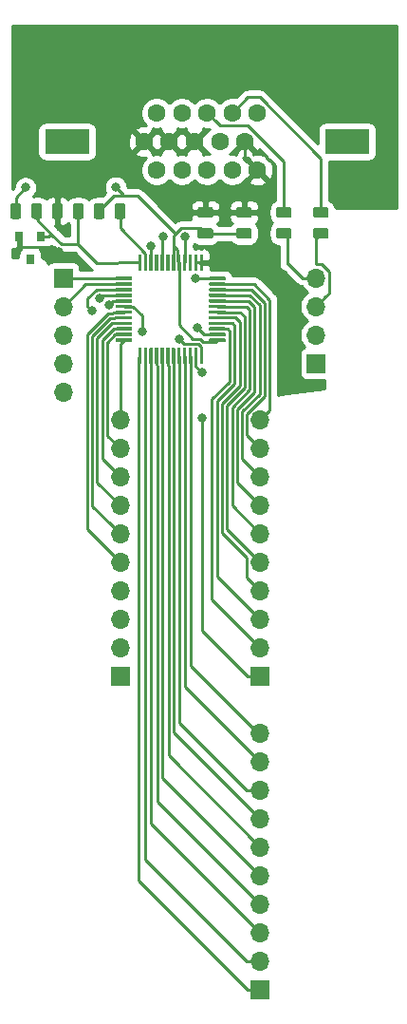
<source format=gbr>
G04 #@! TF.GenerationSoftware,KiCad,Pcbnew,5.1.5*
G04 #@! TF.CreationDate,2020-03-26T20:54:49-05:00*
G04 #@! TF.ProjectId,ADV7123,41445637-3132-4332-9e6b-696361645f70,rev?*
G04 #@! TF.SameCoordinates,Original*
G04 #@! TF.FileFunction,Copper,L1,Top*
G04 #@! TF.FilePolarity,Positive*
%FSLAX46Y46*%
G04 Gerber Fmt 4.6, Leading zero omitted, Abs format (unit mm)*
G04 Created by KiCad (PCBNEW 5.1.5) date 2020-03-26 20:54:49*
%MOMM*%
%LPD*%
G04 APERTURE LIST*
%ADD10C,0.100000*%
%ADD11R,0.800000X0.900000*%
%ADD12R,1.700000X1.700000*%
%ADD13O,1.700000X1.700000*%
%ADD14R,4.000000X2.200000*%
%ADD15C,1.600000*%
%ADD16C,0.800000*%
%ADD17C,0.250000*%
%ADD18C,0.254000*%
G04 APERTURE END LIST*
G04 #@! TA.AperFunction,SMDPad,CuDef*
D10*
G36*
X132617642Y-56701174D02*
G01*
X132641303Y-56704684D01*
X132664507Y-56710496D01*
X132687029Y-56718554D01*
X132708653Y-56728782D01*
X132729170Y-56741079D01*
X132748383Y-56755329D01*
X132766107Y-56771393D01*
X132782171Y-56789117D01*
X132796421Y-56808330D01*
X132808718Y-56828847D01*
X132818946Y-56850471D01*
X132827004Y-56872993D01*
X132832816Y-56896197D01*
X132836326Y-56919858D01*
X132837500Y-56943750D01*
X132837500Y-57856250D01*
X132836326Y-57880142D01*
X132832816Y-57903803D01*
X132827004Y-57927007D01*
X132818946Y-57949529D01*
X132808718Y-57971153D01*
X132796421Y-57991670D01*
X132782171Y-58010883D01*
X132766107Y-58028607D01*
X132748383Y-58044671D01*
X132729170Y-58058921D01*
X132708653Y-58071218D01*
X132687029Y-58081446D01*
X132664507Y-58089504D01*
X132641303Y-58095316D01*
X132617642Y-58098826D01*
X132593750Y-58100000D01*
X132106250Y-58100000D01*
X132082358Y-58098826D01*
X132058697Y-58095316D01*
X132035493Y-58089504D01*
X132012971Y-58081446D01*
X131991347Y-58071218D01*
X131970830Y-58058921D01*
X131951617Y-58044671D01*
X131933893Y-58028607D01*
X131917829Y-58010883D01*
X131903579Y-57991670D01*
X131891282Y-57971153D01*
X131881054Y-57949529D01*
X131872996Y-57927007D01*
X131867184Y-57903803D01*
X131863674Y-57880142D01*
X131862500Y-57856250D01*
X131862500Y-56943750D01*
X131863674Y-56919858D01*
X131867184Y-56896197D01*
X131872996Y-56872993D01*
X131881054Y-56850471D01*
X131891282Y-56828847D01*
X131903579Y-56808330D01*
X131917829Y-56789117D01*
X131933893Y-56771393D01*
X131951617Y-56755329D01*
X131970830Y-56741079D01*
X131991347Y-56728782D01*
X132012971Y-56718554D01*
X132035493Y-56710496D01*
X132058697Y-56704684D01*
X132082358Y-56701174D01*
X132106250Y-56700000D01*
X132593750Y-56700000D01*
X132617642Y-56701174D01*
G37*
G04 #@! TD.AperFunction*
G04 #@! TA.AperFunction,SMDPad,CuDef*
G36*
X130742642Y-56701174D02*
G01*
X130766303Y-56704684D01*
X130789507Y-56710496D01*
X130812029Y-56718554D01*
X130833653Y-56728782D01*
X130854170Y-56741079D01*
X130873383Y-56755329D01*
X130891107Y-56771393D01*
X130907171Y-56789117D01*
X130921421Y-56808330D01*
X130933718Y-56828847D01*
X130943946Y-56850471D01*
X130952004Y-56872993D01*
X130957816Y-56896197D01*
X130961326Y-56919858D01*
X130962500Y-56943750D01*
X130962500Y-57856250D01*
X130961326Y-57880142D01*
X130957816Y-57903803D01*
X130952004Y-57927007D01*
X130943946Y-57949529D01*
X130933718Y-57971153D01*
X130921421Y-57991670D01*
X130907171Y-58010883D01*
X130891107Y-58028607D01*
X130873383Y-58044671D01*
X130854170Y-58058921D01*
X130833653Y-58071218D01*
X130812029Y-58081446D01*
X130789507Y-58089504D01*
X130766303Y-58095316D01*
X130742642Y-58098826D01*
X130718750Y-58100000D01*
X130231250Y-58100000D01*
X130207358Y-58098826D01*
X130183697Y-58095316D01*
X130160493Y-58089504D01*
X130137971Y-58081446D01*
X130116347Y-58071218D01*
X130095830Y-58058921D01*
X130076617Y-58044671D01*
X130058893Y-58028607D01*
X130042829Y-58010883D01*
X130028579Y-57991670D01*
X130016282Y-57971153D01*
X130006054Y-57949529D01*
X129997996Y-57927007D01*
X129992184Y-57903803D01*
X129988674Y-57880142D01*
X129987500Y-57856250D01*
X129987500Y-56943750D01*
X129988674Y-56919858D01*
X129992184Y-56896197D01*
X129997996Y-56872993D01*
X130006054Y-56850471D01*
X130016282Y-56828847D01*
X130028579Y-56808330D01*
X130042829Y-56789117D01*
X130058893Y-56771393D01*
X130076617Y-56755329D01*
X130095830Y-56741079D01*
X130116347Y-56728782D01*
X130137971Y-56718554D01*
X130160493Y-56710496D01*
X130183697Y-56704684D01*
X130207358Y-56701174D01*
X130231250Y-56700000D01*
X130718750Y-56700000D01*
X130742642Y-56701174D01*
G37*
G04 #@! TD.AperFunction*
G04 #@! TA.AperFunction,SMDPad,CuDef*
G36*
X134480142Y-56701174D02*
G01*
X134503803Y-56704684D01*
X134527007Y-56710496D01*
X134549529Y-56718554D01*
X134571153Y-56728782D01*
X134591670Y-56741079D01*
X134610883Y-56755329D01*
X134628607Y-56771393D01*
X134644671Y-56789117D01*
X134658921Y-56808330D01*
X134671218Y-56828847D01*
X134681446Y-56850471D01*
X134689504Y-56872993D01*
X134695316Y-56896197D01*
X134698826Y-56919858D01*
X134700000Y-56943750D01*
X134700000Y-57856250D01*
X134698826Y-57880142D01*
X134695316Y-57903803D01*
X134689504Y-57927007D01*
X134681446Y-57949529D01*
X134671218Y-57971153D01*
X134658921Y-57991670D01*
X134644671Y-58010883D01*
X134628607Y-58028607D01*
X134610883Y-58044671D01*
X134591670Y-58058921D01*
X134571153Y-58071218D01*
X134549529Y-58081446D01*
X134527007Y-58089504D01*
X134503803Y-58095316D01*
X134480142Y-58098826D01*
X134456250Y-58100000D01*
X133968750Y-58100000D01*
X133944858Y-58098826D01*
X133921197Y-58095316D01*
X133897993Y-58089504D01*
X133875471Y-58081446D01*
X133853847Y-58071218D01*
X133833330Y-58058921D01*
X133814117Y-58044671D01*
X133796393Y-58028607D01*
X133780329Y-58010883D01*
X133766079Y-57991670D01*
X133753782Y-57971153D01*
X133743554Y-57949529D01*
X133735496Y-57927007D01*
X133729684Y-57903803D01*
X133726174Y-57880142D01*
X133725000Y-57856250D01*
X133725000Y-56943750D01*
X133726174Y-56919858D01*
X133729684Y-56896197D01*
X133735496Y-56872993D01*
X133743554Y-56850471D01*
X133753782Y-56828847D01*
X133766079Y-56808330D01*
X133780329Y-56789117D01*
X133796393Y-56771393D01*
X133814117Y-56755329D01*
X133833330Y-56741079D01*
X133853847Y-56728782D01*
X133875471Y-56718554D01*
X133897993Y-56710496D01*
X133921197Y-56704684D01*
X133944858Y-56701174D01*
X133968750Y-56700000D01*
X134456250Y-56700000D01*
X134480142Y-56701174D01*
G37*
G04 #@! TD.AperFunction*
G04 #@! TA.AperFunction,SMDPad,CuDef*
G36*
X136355142Y-56701174D02*
G01*
X136378803Y-56704684D01*
X136402007Y-56710496D01*
X136424529Y-56718554D01*
X136446153Y-56728782D01*
X136466670Y-56741079D01*
X136485883Y-56755329D01*
X136503607Y-56771393D01*
X136519671Y-56789117D01*
X136533921Y-56808330D01*
X136546218Y-56828847D01*
X136556446Y-56850471D01*
X136564504Y-56872993D01*
X136570316Y-56896197D01*
X136573826Y-56919858D01*
X136575000Y-56943750D01*
X136575000Y-57856250D01*
X136573826Y-57880142D01*
X136570316Y-57903803D01*
X136564504Y-57927007D01*
X136556446Y-57949529D01*
X136546218Y-57971153D01*
X136533921Y-57991670D01*
X136519671Y-58010883D01*
X136503607Y-58028607D01*
X136485883Y-58044671D01*
X136466670Y-58058921D01*
X136446153Y-58071218D01*
X136424529Y-58081446D01*
X136402007Y-58089504D01*
X136378803Y-58095316D01*
X136355142Y-58098826D01*
X136331250Y-58100000D01*
X135843750Y-58100000D01*
X135819858Y-58098826D01*
X135796197Y-58095316D01*
X135772993Y-58089504D01*
X135750471Y-58081446D01*
X135728847Y-58071218D01*
X135708330Y-58058921D01*
X135689117Y-58044671D01*
X135671393Y-58028607D01*
X135655329Y-58010883D01*
X135641079Y-57991670D01*
X135628782Y-57971153D01*
X135618554Y-57949529D01*
X135610496Y-57927007D01*
X135604684Y-57903803D01*
X135601174Y-57880142D01*
X135600000Y-57856250D01*
X135600000Y-56943750D01*
X135601174Y-56919858D01*
X135604684Y-56896197D01*
X135610496Y-56872993D01*
X135618554Y-56850471D01*
X135628782Y-56828847D01*
X135641079Y-56808330D01*
X135655329Y-56789117D01*
X135671393Y-56771393D01*
X135689117Y-56755329D01*
X135708330Y-56741079D01*
X135728847Y-56728782D01*
X135750471Y-56718554D01*
X135772993Y-56710496D01*
X135796197Y-56704684D01*
X135819858Y-56701174D01*
X135843750Y-56700000D01*
X136331250Y-56700000D01*
X136355142Y-56701174D01*
G37*
G04 #@! TD.AperFunction*
G04 #@! TA.AperFunction,SMDPad,CuDef*
G36*
X147630142Y-57013674D02*
G01*
X147653803Y-57017184D01*
X147677007Y-57022996D01*
X147699529Y-57031054D01*
X147721153Y-57041282D01*
X147741670Y-57053579D01*
X147760883Y-57067829D01*
X147778607Y-57083893D01*
X147794671Y-57101617D01*
X147808921Y-57120830D01*
X147821218Y-57141347D01*
X147831446Y-57162971D01*
X147839504Y-57185493D01*
X147845316Y-57208697D01*
X147848826Y-57232358D01*
X147850000Y-57256250D01*
X147850000Y-57743750D01*
X147848826Y-57767642D01*
X147845316Y-57791303D01*
X147839504Y-57814507D01*
X147831446Y-57837029D01*
X147821218Y-57858653D01*
X147808921Y-57879170D01*
X147794671Y-57898383D01*
X147778607Y-57916107D01*
X147760883Y-57932171D01*
X147741670Y-57946421D01*
X147721153Y-57958718D01*
X147699529Y-57968946D01*
X147677007Y-57977004D01*
X147653803Y-57982816D01*
X147630142Y-57986326D01*
X147606250Y-57987500D01*
X146693750Y-57987500D01*
X146669858Y-57986326D01*
X146646197Y-57982816D01*
X146622993Y-57977004D01*
X146600471Y-57968946D01*
X146578847Y-57958718D01*
X146558330Y-57946421D01*
X146539117Y-57932171D01*
X146521393Y-57916107D01*
X146505329Y-57898383D01*
X146491079Y-57879170D01*
X146478782Y-57858653D01*
X146468554Y-57837029D01*
X146460496Y-57814507D01*
X146454684Y-57791303D01*
X146451174Y-57767642D01*
X146450000Y-57743750D01*
X146450000Y-57256250D01*
X146451174Y-57232358D01*
X146454684Y-57208697D01*
X146460496Y-57185493D01*
X146468554Y-57162971D01*
X146478782Y-57141347D01*
X146491079Y-57120830D01*
X146505329Y-57101617D01*
X146521393Y-57083893D01*
X146539117Y-57067829D01*
X146558330Y-57053579D01*
X146578847Y-57041282D01*
X146600471Y-57031054D01*
X146622993Y-57022996D01*
X146646197Y-57017184D01*
X146669858Y-57013674D01*
X146693750Y-57012500D01*
X147606250Y-57012500D01*
X147630142Y-57013674D01*
G37*
G04 #@! TD.AperFunction*
G04 #@! TA.AperFunction,SMDPad,CuDef*
G36*
X147630142Y-58888674D02*
G01*
X147653803Y-58892184D01*
X147677007Y-58897996D01*
X147699529Y-58906054D01*
X147721153Y-58916282D01*
X147741670Y-58928579D01*
X147760883Y-58942829D01*
X147778607Y-58958893D01*
X147794671Y-58976617D01*
X147808921Y-58995830D01*
X147821218Y-59016347D01*
X147831446Y-59037971D01*
X147839504Y-59060493D01*
X147845316Y-59083697D01*
X147848826Y-59107358D01*
X147850000Y-59131250D01*
X147850000Y-59618750D01*
X147848826Y-59642642D01*
X147845316Y-59666303D01*
X147839504Y-59689507D01*
X147831446Y-59712029D01*
X147821218Y-59733653D01*
X147808921Y-59754170D01*
X147794671Y-59773383D01*
X147778607Y-59791107D01*
X147760883Y-59807171D01*
X147741670Y-59821421D01*
X147721153Y-59833718D01*
X147699529Y-59843946D01*
X147677007Y-59852004D01*
X147653803Y-59857816D01*
X147630142Y-59861326D01*
X147606250Y-59862500D01*
X146693750Y-59862500D01*
X146669858Y-59861326D01*
X146646197Y-59857816D01*
X146622993Y-59852004D01*
X146600471Y-59843946D01*
X146578847Y-59833718D01*
X146558330Y-59821421D01*
X146539117Y-59807171D01*
X146521393Y-59791107D01*
X146505329Y-59773383D01*
X146491079Y-59754170D01*
X146478782Y-59733653D01*
X146468554Y-59712029D01*
X146460496Y-59689507D01*
X146454684Y-59666303D01*
X146451174Y-59642642D01*
X146450000Y-59618750D01*
X146450000Y-59131250D01*
X146451174Y-59107358D01*
X146454684Y-59083697D01*
X146460496Y-59060493D01*
X146468554Y-59037971D01*
X146478782Y-59016347D01*
X146491079Y-58995830D01*
X146505329Y-58976617D01*
X146521393Y-58958893D01*
X146539117Y-58942829D01*
X146558330Y-58928579D01*
X146578847Y-58916282D01*
X146600471Y-58906054D01*
X146622993Y-58897996D01*
X146646197Y-58892184D01*
X146669858Y-58888674D01*
X146693750Y-58887500D01*
X147606250Y-58887500D01*
X147630142Y-58888674D01*
G37*
G04 #@! TD.AperFunction*
G04 #@! TA.AperFunction,SMDPad,CuDef*
G36*
X144180142Y-58901174D02*
G01*
X144203803Y-58904684D01*
X144227007Y-58910496D01*
X144249529Y-58918554D01*
X144271153Y-58928782D01*
X144291670Y-58941079D01*
X144310883Y-58955329D01*
X144328607Y-58971393D01*
X144344671Y-58989117D01*
X144358921Y-59008330D01*
X144371218Y-59028847D01*
X144381446Y-59050471D01*
X144389504Y-59072993D01*
X144395316Y-59096197D01*
X144398826Y-59119858D01*
X144400000Y-59143750D01*
X144400000Y-59631250D01*
X144398826Y-59655142D01*
X144395316Y-59678803D01*
X144389504Y-59702007D01*
X144381446Y-59724529D01*
X144371218Y-59746153D01*
X144358921Y-59766670D01*
X144344671Y-59785883D01*
X144328607Y-59803607D01*
X144310883Y-59819671D01*
X144291670Y-59833921D01*
X144271153Y-59846218D01*
X144249529Y-59856446D01*
X144227007Y-59864504D01*
X144203803Y-59870316D01*
X144180142Y-59873826D01*
X144156250Y-59875000D01*
X143243750Y-59875000D01*
X143219858Y-59873826D01*
X143196197Y-59870316D01*
X143172993Y-59864504D01*
X143150471Y-59856446D01*
X143128847Y-59846218D01*
X143108330Y-59833921D01*
X143089117Y-59819671D01*
X143071393Y-59803607D01*
X143055329Y-59785883D01*
X143041079Y-59766670D01*
X143028782Y-59746153D01*
X143018554Y-59724529D01*
X143010496Y-59702007D01*
X143004684Y-59678803D01*
X143001174Y-59655142D01*
X143000000Y-59631250D01*
X143000000Y-59143750D01*
X143001174Y-59119858D01*
X143004684Y-59096197D01*
X143010496Y-59072993D01*
X143018554Y-59050471D01*
X143028782Y-59028847D01*
X143041079Y-59008330D01*
X143055329Y-58989117D01*
X143071393Y-58971393D01*
X143089117Y-58955329D01*
X143108330Y-58941079D01*
X143128847Y-58928782D01*
X143150471Y-58918554D01*
X143172993Y-58910496D01*
X143196197Y-58904684D01*
X143219858Y-58901174D01*
X143243750Y-58900000D01*
X144156250Y-58900000D01*
X144180142Y-58901174D01*
G37*
G04 #@! TD.AperFunction*
G04 #@! TA.AperFunction,SMDPad,CuDef*
G36*
X144180142Y-57026174D02*
G01*
X144203803Y-57029684D01*
X144227007Y-57035496D01*
X144249529Y-57043554D01*
X144271153Y-57053782D01*
X144291670Y-57066079D01*
X144310883Y-57080329D01*
X144328607Y-57096393D01*
X144344671Y-57114117D01*
X144358921Y-57133330D01*
X144371218Y-57153847D01*
X144381446Y-57175471D01*
X144389504Y-57197993D01*
X144395316Y-57221197D01*
X144398826Y-57244858D01*
X144400000Y-57268750D01*
X144400000Y-57756250D01*
X144398826Y-57780142D01*
X144395316Y-57803803D01*
X144389504Y-57827007D01*
X144381446Y-57849529D01*
X144371218Y-57871153D01*
X144358921Y-57891670D01*
X144344671Y-57910883D01*
X144328607Y-57928607D01*
X144310883Y-57944671D01*
X144291670Y-57958921D01*
X144271153Y-57971218D01*
X144249529Y-57981446D01*
X144227007Y-57989504D01*
X144203803Y-57995316D01*
X144180142Y-57998826D01*
X144156250Y-58000000D01*
X143243750Y-58000000D01*
X143219858Y-57998826D01*
X143196197Y-57995316D01*
X143172993Y-57989504D01*
X143150471Y-57981446D01*
X143128847Y-57971218D01*
X143108330Y-57958921D01*
X143089117Y-57944671D01*
X143071393Y-57928607D01*
X143055329Y-57910883D01*
X143041079Y-57891670D01*
X143028782Y-57871153D01*
X143018554Y-57849529D01*
X143010496Y-57827007D01*
X143004684Y-57803803D01*
X143001174Y-57780142D01*
X143000000Y-57756250D01*
X143000000Y-57268750D01*
X143001174Y-57244858D01*
X143004684Y-57221197D01*
X143010496Y-57197993D01*
X143018554Y-57175471D01*
X143028782Y-57153847D01*
X143041079Y-57133330D01*
X143055329Y-57114117D01*
X143071393Y-57096393D01*
X143089117Y-57080329D01*
X143108330Y-57066079D01*
X143128847Y-57053782D01*
X143150471Y-57043554D01*
X143172993Y-57035496D01*
X143196197Y-57029684D01*
X143219858Y-57026174D01*
X143243750Y-57025000D01*
X144156250Y-57025000D01*
X144180142Y-57026174D01*
G37*
G04 #@! TD.AperFunction*
D11*
X129000000Y-59700000D03*
X127100000Y-59700000D03*
X128050000Y-61700000D03*
D12*
X136100000Y-98900000D03*
D13*
X136100000Y-96360000D03*
X136100000Y-93820000D03*
X136100000Y-91280000D03*
X136100000Y-88740000D03*
X136100000Y-86200000D03*
X136100000Y-83660000D03*
X136100000Y-81120000D03*
X136100000Y-78580000D03*
X136100000Y-76040000D03*
D12*
X131020000Y-63350000D03*
D13*
X131020000Y-65890000D03*
X131020000Y-68430000D03*
X131020000Y-70970000D03*
X131020000Y-73510000D03*
D12*
X153585000Y-70970000D03*
D13*
X153585000Y-68430000D03*
X153585000Y-65890000D03*
X153585000Y-63350000D03*
X148600000Y-103970000D03*
X148600000Y-106510000D03*
X148600000Y-109050000D03*
X148600000Y-111590000D03*
X148600000Y-114130000D03*
X148600000Y-116670000D03*
X148600000Y-119210000D03*
X148600000Y-121750000D03*
X148600000Y-124290000D03*
D12*
X148600000Y-126830000D03*
X148600000Y-98890000D03*
D13*
X148600000Y-96350000D03*
X148600000Y-93810000D03*
X148600000Y-91270000D03*
X148600000Y-88730000D03*
X148600000Y-86190000D03*
X148600000Y-83650000D03*
X148600000Y-81110000D03*
X148600000Y-78570000D03*
X148600000Y-76030000D03*
G04 #@! TA.AperFunction,SMDPad,CuDef*
D10*
G36*
X128917642Y-56701174D02*
G01*
X128941303Y-56704684D01*
X128964507Y-56710496D01*
X128987029Y-56718554D01*
X129008653Y-56728782D01*
X129029170Y-56741079D01*
X129048383Y-56755329D01*
X129066107Y-56771393D01*
X129082171Y-56789117D01*
X129096421Y-56808330D01*
X129108718Y-56828847D01*
X129118946Y-56850471D01*
X129127004Y-56872993D01*
X129132816Y-56896197D01*
X129136326Y-56919858D01*
X129137500Y-56943750D01*
X129137500Y-57856250D01*
X129136326Y-57880142D01*
X129132816Y-57903803D01*
X129127004Y-57927007D01*
X129118946Y-57949529D01*
X129108718Y-57971153D01*
X129096421Y-57991670D01*
X129082171Y-58010883D01*
X129066107Y-58028607D01*
X129048383Y-58044671D01*
X129029170Y-58058921D01*
X129008653Y-58071218D01*
X128987029Y-58081446D01*
X128964507Y-58089504D01*
X128941303Y-58095316D01*
X128917642Y-58098826D01*
X128893750Y-58100000D01*
X128406250Y-58100000D01*
X128382358Y-58098826D01*
X128358697Y-58095316D01*
X128335493Y-58089504D01*
X128312971Y-58081446D01*
X128291347Y-58071218D01*
X128270830Y-58058921D01*
X128251617Y-58044671D01*
X128233893Y-58028607D01*
X128217829Y-58010883D01*
X128203579Y-57991670D01*
X128191282Y-57971153D01*
X128181054Y-57949529D01*
X128172996Y-57927007D01*
X128167184Y-57903803D01*
X128163674Y-57880142D01*
X128162500Y-57856250D01*
X128162500Y-56943750D01*
X128163674Y-56919858D01*
X128167184Y-56896197D01*
X128172996Y-56872993D01*
X128181054Y-56850471D01*
X128191282Y-56828847D01*
X128203579Y-56808330D01*
X128217829Y-56789117D01*
X128233893Y-56771393D01*
X128251617Y-56755329D01*
X128270830Y-56741079D01*
X128291347Y-56728782D01*
X128312971Y-56718554D01*
X128335493Y-56710496D01*
X128358697Y-56704684D01*
X128382358Y-56701174D01*
X128406250Y-56700000D01*
X128893750Y-56700000D01*
X128917642Y-56701174D01*
G37*
G04 #@! TD.AperFunction*
G04 #@! TA.AperFunction,SMDPad,CuDef*
G36*
X127042642Y-56701174D02*
G01*
X127066303Y-56704684D01*
X127089507Y-56710496D01*
X127112029Y-56718554D01*
X127133653Y-56728782D01*
X127154170Y-56741079D01*
X127173383Y-56755329D01*
X127191107Y-56771393D01*
X127207171Y-56789117D01*
X127221421Y-56808330D01*
X127233718Y-56828847D01*
X127243946Y-56850471D01*
X127252004Y-56872993D01*
X127257816Y-56896197D01*
X127261326Y-56919858D01*
X127262500Y-56943750D01*
X127262500Y-57856250D01*
X127261326Y-57880142D01*
X127257816Y-57903803D01*
X127252004Y-57927007D01*
X127243946Y-57949529D01*
X127233718Y-57971153D01*
X127221421Y-57991670D01*
X127207171Y-58010883D01*
X127191107Y-58028607D01*
X127173383Y-58044671D01*
X127154170Y-58058921D01*
X127133653Y-58071218D01*
X127112029Y-58081446D01*
X127089507Y-58089504D01*
X127066303Y-58095316D01*
X127042642Y-58098826D01*
X127018750Y-58100000D01*
X126531250Y-58100000D01*
X126507358Y-58098826D01*
X126483697Y-58095316D01*
X126460493Y-58089504D01*
X126437971Y-58081446D01*
X126416347Y-58071218D01*
X126395830Y-58058921D01*
X126376617Y-58044671D01*
X126358893Y-58028607D01*
X126342829Y-58010883D01*
X126328579Y-57991670D01*
X126316282Y-57971153D01*
X126306054Y-57949529D01*
X126297996Y-57927007D01*
X126292184Y-57903803D01*
X126288674Y-57880142D01*
X126287500Y-57856250D01*
X126287500Y-56943750D01*
X126288674Y-56919858D01*
X126292184Y-56896197D01*
X126297996Y-56872993D01*
X126306054Y-56850471D01*
X126316282Y-56828847D01*
X126328579Y-56808330D01*
X126342829Y-56789117D01*
X126358893Y-56771393D01*
X126376617Y-56755329D01*
X126395830Y-56741079D01*
X126416347Y-56728782D01*
X126437971Y-56718554D01*
X126460493Y-56710496D01*
X126483697Y-56704684D01*
X126507358Y-56701174D01*
X126531250Y-56700000D01*
X127018750Y-56700000D01*
X127042642Y-56701174D01*
G37*
G04 #@! TD.AperFunction*
G04 #@! TA.AperFunction,SMDPad,CuDef*
G36*
X151180142Y-57013674D02*
G01*
X151203803Y-57017184D01*
X151227007Y-57022996D01*
X151249529Y-57031054D01*
X151271153Y-57041282D01*
X151291670Y-57053579D01*
X151310883Y-57067829D01*
X151328607Y-57083893D01*
X151344671Y-57101617D01*
X151358921Y-57120830D01*
X151371218Y-57141347D01*
X151381446Y-57162971D01*
X151389504Y-57185493D01*
X151395316Y-57208697D01*
X151398826Y-57232358D01*
X151400000Y-57256250D01*
X151400000Y-57743750D01*
X151398826Y-57767642D01*
X151395316Y-57791303D01*
X151389504Y-57814507D01*
X151381446Y-57837029D01*
X151371218Y-57858653D01*
X151358921Y-57879170D01*
X151344671Y-57898383D01*
X151328607Y-57916107D01*
X151310883Y-57932171D01*
X151291670Y-57946421D01*
X151271153Y-57958718D01*
X151249529Y-57968946D01*
X151227007Y-57977004D01*
X151203803Y-57982816D01*
X151180142Y-57986326D01*
X151156250Y-57987500D01*
X150243750Y-57987500D01*
X150219858Y-57986326D01*
X150196197Y-57982816D01*
X150172993Y-57977004D01*
X150150471Y-57968946D01*
X150128847Y-57958718D01*
X150108330Y-57946421D01*
X150089117Y-57932171D01*
X150071393Y-57916107D01*
X150055329Y-57898383D01*
X150041079Y-57879170D01*
X150028782Y-57858653D01*
X150018554Y-57837029D01*
X150010496Y-57814507D01*
X150004684Y-57791303D01*
X150001174Y-57767642D01*
X150000000Y-57743750D01*
X150000000Y-57256250D01*
X150001174Y-57232358D01*
X150004684Y-57208697D01*
X150010496Y-57185493D01*
X150018554Y-57162971D01*
X150028782Y-57141347D01*
X150041079Y-57120830D01*
X150055329Y-57101617D01*
X150071393Y-57083893D01*
X150089117Y-57067829D01*
X150108330Y-57053579D01*
X150128847Y-57041282D01*
X150150471Y-57031054D01*
X150172993Y-57022996D01*
X150196197Y-57017184D01*
X150219858Y-57013674D01*
X150243750Y-57012500D01*
X151156250Y-57012500D01*
X151180142Y-57013674D01*
G37*
G04 #@! TD.AperFunction*
G04 #@! TA.AperFunction,SMDPad,CuDef*
G36*
X151180142Y-58888674D02*
G01*
X151203803Y-58892184D01*
X151227007Y-58897996D01*
X151249529Y-58906054D01*
X151271153Y-58916282D01*
X151291670Y-58928579D01*
X151310883Y-58942829D01*
X151328607Y-58958893D01*
X151344671Y-58976617D01*
X151358921Y-58995830D01*
X151371218Y-59016347D01*
X151381446Y-59037971D01*
X151389504Y-59060493D01*
X151395316Y-59083697D01*
X151398826Y-59107358D01*
X151400000Y-59131250D01*
X151400000Y-59618750D01*
X151398826Y-59642642D01*
X151395316Y-59666303D01*
X151389504Y-59689507D01*
X151381446Y-59712029D01*
X151371218Y-59733653D01*
X151358921Y-59754170D01*
X151344671Y-59773383D01*
X151328607Y-59791107D01*
X151310883Y-59807171D01*
X151291670Y-59821421D01*
X151271153Y-59833718D01*
X151249529Y-59843946D01*
X151227007Y-59852004D01*
X151203803Y-59857816D01*
X151180142Y-59861326D01*
X151156250Y-59862500D01*
X150243750Y-59862500D01*
X150219858Y-59861326D01*
X150196197Y-59857816D01*
X150172993Y-59852004D01*
X150150471Y-59843946D01*
X150128847Y-59833718D01*
X150108330Y-59821421D01*
X150089117Y-59807171D01*
X150071393Y-59791107D01*
X150055329Y-59773383D01*
X150041079Y-59754170D01*
X150028782Y-59733653D01*
X150018554Y-59712029D01*
X150010496Y-59689507D01*
X150004684Y-59666303D01*
X150001174Y-59642642D01*
X150000000Y-59618750D01*
X150000000Y-59131250D01*
X150001174Y-59107358D01*
X150004684Y-59083697D01*
X150010496Y-59060493D01*
X150018554Y-59037971D01*
X150028782Y-59016347D01*
X150041079Y-58995830D01*
X150055329Y-58976617D01*
X150071393Y-58958893D01*
X150089117Y-58942829D01*
X150108330Y-58928579D01*
X150128847Y-58916282D01*
X150150471Y-58906054D01*
X150172993Y-58897996D01*
X150196197Y-58892184D01*
X150219858Y-58888674D01*
X150243750Y-58887500D01*
X151156250Y-58887500D01*
X151180142Y-58888674D01*
G37*
G04 #@! TD.AperFunction*
G04 #@! TA.AperFunction,SMDPad,CuDef*
G36*
X154480142Y-58888674D02*
G01*
X154503803Y-58892184D01*
X154527007Y-58897996D01*
X154549529Y-58906054D01*
X154571153Y-58916282D01*
X154591670Y-58928579D01*
X154610883Y-58942829D01*
X154628607Y-58958893D01*
X154644671Y-58976617D01*
X154658921Y-58995830D01*
X154671218Y-59016347D01*
X154681446Y-59037971D01*
X154689504Y-59060493D01*
X154695316Y-59083697D01*
X154698826Y-59107358D01*
X154700000Y-59131250D01*
X154700000Y-59618750D01*
X154698826Y-59642642D01*
X154695316Y-59666303D01*
X154689504Y-59689507D01*
X154681446Y-59712029D01*
X154671218Y-59733653D01*
X154658921Y-59754170D01*
X154644671Y-59773383D01*
X154628607Y-59791107D01*
X154610883Y-59807171D01*
X154591670Y-59821421D01*
X154571153Y-59833718D01*
X154549529Y-59843946D01*
X154527007Y-59852004D01*
X154503803Y-59857816D01*
X154480142Y-59861326D01*
X154456250Y-59862500D01*
X153543750Y-59862500D01*
X153519858Y-59861326D01*
X153496197Y-59857816D01*
X153472993Y-59852004D01*
X153450471Y-59843946D01*
X153428847Y-59833718D01*
X153408330Y-59821421D01*
X153389117Y-59807171D01*
X153371393Y-59791107D01*
X153355329Y-59773383D01*
X153341079Y-59754170D01*
X153328782Y-59733653D01*
X153318554Y-59712029D01*
X153310496Y-59689507D01*
X153304684Y-59666303D01*
X153301174Y-59642642D01*
X153300000Y-59618750D01*
X153300000Y-59131250D01*
X153301174Y-59107358D01*
X153304684Y-59083697D01*
X153310496Y-59060493D01*
X153318554Y-59037971D01*
X153328782Y-59016347D01*
X153341079Y-58995830D01*
X153355329Y-58976617D01*
X153371393Y-58958893D01*
X153389117Y-58942829D01*
X153408330Y-58928579D01*
X153428847Y-58916282D01*
X153450471Y-58906054D01*
X153472993Y-58897996D01*
X153496197Y-58892184D01*
X153519858Y-58888674D01*
X153543750Y-58887500D01*
X154456250Y-58887500D01*
X154480142Y-58888674D01*
G37*
G04 #@! TD.AperFunction*
G04 #@! TA.AperFunction,SMDPad,CuDef*
G36*
X154480142Y-57013674D02*
G01*
X154503803Y-57017184D01*
X154527007Y-57022996D01*
X154549529Y-57031054D01*
X154571153Y-57041282D01*
X154591670Y-57053579D01*
X154610883Y-57067829D01*
X154628607Y-57083893D01*
X154644671Y-57101617D01*
X154658921Y-57120830D01*
X154671218Y-57141347D01*
X154681446Y-57162971D01*
X154689504Y-57185493D01*
X154695316Y-57208697D01*
X154698826Y-57232358D01*
X154700000Y-57256250D01*
X154700000Y-57743750D01*
X154698826Y-57767642D01*
X154695316Y-57791303D01*
X154689504Y-57814507D01*
X154681446Y-57837029D01*
X154671218Y-57858653D01*
X154658921Y-57879170D01*
X154644671Y-57898383D01*
X154628607Y-57916107D01*
X154610883Y-57932171D01*
X154591670Y-57946421D01*
X154571153Y-57958718D01*
X154549529Y-57968946D01*
X154527007Y-57977004D01*
X154503803Y-57982816D01*
X154480142Y-57986326D01*
X154456250Y-57987500D01*
X153543750Y-57987500D01*
X153519858Y-57986326D01*
X153496197Y-57982816D01*
X153472993Y-57977004D01*
X153450471Y-57968946D01*
X153428847Y-57958718D01*
X153408330Y-57946421D01*
X153389117Y-57932171D01*
X153371393Y-57916107D01*
X153355329Y-57898383D01*
X153341079Y-57879170D01*
X153328782Y-57858653D01*
X153318554Y-57837029D01*
X153310496Y-57814507D01*
X153304684Y-57791303D01*
X153301174Y-57767642D01*
X153300000Y-57743750D01*
X153300000Y-57256250D01*
X153301174Y-57232358D01*
X153304684Y-57208697D01*
X153310496Y-57185493D01*
X153318554Y-57162971D01*
X153328782Y-57141347D01*
X153341079Y-57120830D01*
X153355329Y-57101617D01*
X153371393Y-57083893D01*
X153389117Y-57067829D01*
X153408330Y-57053579D01*
X153428847Y-57041282D01*
X153450471Y-57031054D01*
X153472993Y-57022996D01*
X153496197Y-57017184D01*
X153519858Y-57013674D01*
X153543750Y-57012500D01*
X154456250Y-57012500D01*
X154480142Y-57013674D01*
G37*
G04 #@! TD.AperFunction*
D14*
X156350000Y-51200000D03*
X131350000Y-51200000D03*
D15*
X142725000Y-51200000D03*
X144975000Y-51200000D03*
X138225000Y-51200000D03*
X140475000Y-51200000D03*
X147225000Y-51200000D03*
X146100000Y-48660000D03*
X141600000Y-48660000D03*
X148350000Y-48660000D03*
X139350000Y-48660000D03*
X143850000Y-48660000D03*
X141600000Y-53740000D03*
X139350000Y-53740000D03*
X146100000Y-53740000D03*
X143850000Y-53740000D03*
X148350000Y-53740000D03*
G04 #@! TA.AperFunction,SMDPad,CuDef*
D10*
G36*
X137932351Y-69575361D02*
G01*
X137939632Y-69576441D01*
X137946771Y-69578229D01*
X137953701Y-69580709D01*
X137960355Y-69583856D01*
X137966668Y-69587640D01*
X137972579Y-69592024D01*
X137978033Y-69596967D01*
X137982976Y-69602421D01*
X137987360Y-69608332D01*
X137991144Y-69614645D01*
X137994291Y-69621299D01*
X137996771Y-69628229D01*
X137998559Y-69635368D01*
X137999639Y-69642649D01*
X138000000Y-69650000D01*
X138000000Y-70975000D01*
X137999639Y-70982351D01*
X137998559Y-70989632D01*
X137996771Y-70996771D01*
X137994291Y-71003701D01*
X137991144Y-71010355D01*
X137987360Y-71016668D01*
X137982976Y-71022579D01*
X137978033Y-71028033D01*
X137972579Y-71032976D01*
X137966668Y-71037360D01*
X137960355Y-71041144D01*
X137953701Y-71044291D01*
X137946771Y-71046771D01*
X137939632Y-71048559D01*
X137932351Y-71049639D01*
X137925000Y-71050000D01*
X137775000Y-71050000D01*
X137767649Y-71049639D01*
X137760368Y-71048559D01*
X137753229Y-71046771D01*
X137746299Y-71044291D01*
X137739645Y-71041144D01*
X137733332Y-71037360D01*
X137727421Y-71032976D01*
X137721967Y-71028033D01*
X137717024Y-71022579D01*
X137712640Y-71016668D01*
X137708856Y-71010355D01*
X137705709Y-71003701D01*
X137703229Y-70996771D01*
X137701441Y-70989632D01*
X137700361Y-70982351D01*
X137700000Y-70975000D01*
X137700000Y-69650000D01*
X137700361Y-69642649D01*
X137701441Y-69635368D01*
X137703229Y-69628229D01*
X137705709Y-69621299D01*
X137708856Y-69614645D01*
X137712640Y-69608332D01*
X137717024Y-69602421D01*
X137721967Y-69596967D01*
X137727421Y-69592024D01*
X137733332Y-69587640D01*
X137739645Y-69583856D01*
X137746299Y-69580709D01*
X137753229Y-69578229D01*
X137760368Y-69576441D01*
X137767649Y-69575361D01*
X137775000Y-69575000D01*
X137925000Y-69575000D01*
X137932351Y-69575361D01*
G37*
G04 #@! TD.AperFunction*
G04 #@! TA.AperFunction,SMDPad,CuDef*
G36*
X138432351Y-69575361D02*
G01*
X138439632Y-69576441D01*
X138446771Y-69578229D01*
X138453701Y-69580709D01*
X138460355Y-69583856D01*
X138466668Y-69587640D01*
X138472579Y-69592024D01*
X138478033Y-69596967D01*
X138482976Y-69602421D01*
X138487360Y-69608332D01*
X138491144Y-69614645D01*
X138494291Y-69621299D01*
X138496771Y-69628229D01*
X138498559Y-69635368D01*
X138499639Y-69642649D01*
X138500000Y-69650000D01*
X138500000Y-70975000D01*
X138499639Y-70982351D01*
X138498559Y-70989632D01*
X138496771Y-70996771D01*
X138494291Y-71003701D01*
X138491144Y-71010355D01*
X138487360Y-71016668D01*
X138482976Y-71022579D01*
X138478033Y-71028033D01*
X138472579Y-71032976D01*
X138466668Y-71037360D01*
X138460355Y-71041144D01*
X138453701Y-71044291D01*
X138446771Y-71046771D01*
X138439632Y-71048559D01*
X138432351Y-71049639D01*
X138425000Y-71050000D01*
X138275000Y-71050000D01*
X138267649Y-71049639D01*
X138260368Y-71048559D01*
X138253229Y-71046771D01*
X138246299Y-71044291D01*
X138239645Y-71041144D01*
X138233332Y-71037360D01*
X138227421Y-71032976D01*
X138221967Y-71028033D01*
X138217024Y-71022579D01*
X138212640Y-71016668D01*
X138208856Y-71010355D01*
X138205709Y-71003701D01*
X138203229Y-70996771D01*
X138201441Y-70989632D01*
X138200361Y-70982351D01*
X138200000Y-70975000D01*
X138200000Y-69650000D01*
X138200361Y-69642649D01*
X138201441Y-69635368D01*
X138203229Y-69628229D01*
X138205709Y-69621299D01*
X138208856Y-69614645D01*
X138212640Y-69608332D01*
X138217024Y-69602421D01*
X138221967Y-69596967D01*
X138227421Y-69592024D01*
X138233332Y-69587640D01*
X138239645Y-69583856D01*
X138246299Y-69580709D01*
X138253229Y-69578229D01*
X138260368Y-69576441D01*
X138267649Y-69575361D01*
X138275000Y-69575000D01*
X138425000Y-69575000D01*
X138432351Y-69575361D01*
G37*
G04 #@! TD.AperFunction*
G04 #@! TA.AperFunction,SMDPad,CuDef*
G36*
X138932351Y-69575361D02*
G01*
X138939632Y-69576441D01*
X138946771Y-69578229D01*
X138953701Y-69580709D01*
X138960355Y-69583856D01*
X138966668Y-69587640D01*
X138972579Y-69592024D01*
X138978033Y-69596967D01*
X138982976Y-69602421D01*
X138987360Y-69608332D01*
X138991144Y-69614645D01*
X138994291Y-69621299D01*
X138996771Y-69628229D01*
X138998559Y-69635368D01*
X138999639Y-69642649D01*
X139000000Y-69650000D01*
X139000000Y-70975000D01*
X138999639Y-70982351D01*
X138998559Y-70989632D01*
X138996771Y-70996771D01*
X138994291Y-71003701D01*
X138991144Y-71010355D01*
X138987360Y-71016668D01*
X138982976Y-71022579D01*
X138978033Y-71028033D01*
X138972579Y-71032976D01*
X138966668Y-71037360D01*
X138960355Y-71041144D01*
X138953701Y-71044291D01*
X138946771Y-71046771D01*
X138939632Y-71048559D01*
X138932351Y-71049639D01*
X138925000Y-71050000D01*
X138775000Y-71050000D01*
X138767649Y-71049639D01*
X138760368Y-71048559D01*
X138753229Y-71046771D01*
X138746299Y-71044291D01*
X138739645Y-71041144D01*
X138733332Y-71037360D01*
X138727421Y-71032976D01*
X138721967Y-71028033D01*
X138717024Y-71022579D01*
X138712640Y-71016668D01*
X138708856Y-71010355D01*
X138705709Y-71003701D01*
X138703229Y-70996771D01*
X138701441Y-70989632D01*
X138700361Y-70982351D01*
X138700000Y-70975000D01*
X138700000Y-69650000D01*
X138700361Y-69642649D01*
X138701441Y-69635368D01*
X138703229Y-69628229D01*
X138705709Y-69621299D01*
X138708856Y-69614645D01*
X138712640Y-69608332D01*
X138717024Y-69602421D01*
X138721967Y-69596967D01*
X138727421Y-69592024D01*
X138733332Y-69587640D01*
X138739645Y-69583856D01*
X138746299Y-69580709D01*
X138753229Y-69578229D01*
X138760368Y-69576441D01*
X138767649Y-69575361D01*
X138775000Y-69575000D01*
X138925000Y-69575000D01*
X138932351Y-69575361D01*
G37*
G04 #@! TD.AperFunction*
G04 #@! TA.AperFunction,SMDPad,CuDef*
G36*
X139432351Y-69575361D02*
G01*
X139439632Y-69576441D01*
X139446771Y-69578229D01*
X139453701Y-69580709D01*
X139460355Y-69583856D01*
X139466668Y-69587640D01*
X139472579Y-69592024D01*
X139478033Y-69596967D01*
X139482976Y-69602421D01*
X139487360Y-69608332D01*
X139491144Y-69614645D01*
X139494291Y-69621299D01*
X139496771Y-69628229D01*
X139498559Y-69635368D01*
X139499639Y-69642649D01*
X139500000Y-69650000D01*
X139500000Y-70975000D01*
X139499639Y-70982351D01*
X139498559Y-70989632D01*
X139496771Y-70996771D01*
X139494291Y-71003701D01*
X139491144Y-71010355D01*
X139487360Y-71016668D01*
X139482976Y-71022579D01*
X139478033Y-71028033D01*
X139472579Y-71032976D01*
X139466668Y-71037360D01*
X139460355Y-71041144D01*
X139453701Y-71044291D01*
X139446771Y-71046771D01*
X139439632Y-71048559D01*
X139432351Y-71049639D01*
X139425000Y-71050000D01*
X139275000Y-71050000D01*
X139267649Y-71049639D01*
X139260368Y-71048559D01*
X139253229Y-71046771D01*
X139246299Y-71044291D01*
X139239645Y-71041144D01*
X139233332Y-71037360D01*
X139227421Y-71032976D01*
X139221967Y-71028033D01*
X139217024Y-71022579D01*
X139212640Y-71016668D01*
X139208856Y-71010355D01*
X139205709Y-71003701D01*
X139203229Y-70996771D01*
X139201441Y-70989632D01*
X139200361Y-70982351D01*
X139200000Y-70975000D01*
X139200000Y-69650000D01*
X139200361Y-69642649D01*
X139201441Y-69635368D01*
X139203229Y-69628229D01*
X139205709Y-69621299D01*
X139208856Y-69614645D01*
X139212640Y-69608332D01*
X139217024Y-69602421D01*
X139221967Y-69596967D01*
X139227421Y-69592024D01*
X139233332Y-69587640D01*
X139239645Y-69583856D01*
X139246299Y-69580709D01*
X139253229Y-69578229D01*
X139260368Y-69576441D01*
X139267649Y-69575361D01*
X139275000Y-69575000D01*
X139425000Y-69575000D01*
X139432351Y-69575361D01*
G37*
G04 #@! TD.AperFunction*
G04 #@! TA.AperFunction,SMDPad,CuDef*
G36*
X139932351Y-69575361D02*
G01*
X139939632Y-69576441D01*
X139946771Y-69578229D01*
X139953701Y-69580709D01*
X139960355Y-69583856D01*
X139966668Y-69587640D01*
X139972579Y-69592024D01*
X139978033Y-69596967D01*
X139982976Y-69602421D01*
X139987360Y-69608332D01*
X139991144Y-69614645D01*
X139994291Y-69621299D01*
X139996771Y-69628229D01*
X139998559Y-69635368D01*
X139999639Y-69642649D01*
X140000000Y-69650000D01*
X140000000Y-70975000D01*
X139999639Y-70982351D01*
X139998559Y-70989632D01*
X139996771Y-70996771D01*
X139994291Y-71003701D01*
X139991144Y-71010355D01*
X139987360Y-71016668D01*
X139982976Y-71022579D01*
X139978033Y-71028033D01*
X139972579Y-71032976D01*
X139966668Y-71037360D01*
X139960355Y-71041144D01*
X139953701Y-71044291D01*
X139946771Y-71046771D01*
X139939632Y-71048559D01*
X139932351Y-71049639D01*
X139925000Y-71050000D01*
X139775000Y-71050000D01*
X139767649Y-71049639D01*
X139760368Y-71048559D01*
X139753229Y-71046771D01*
X139746299Y-71044291D01*
X139739645Y-71041144D01*
X139733332Y-71037360D01*
X139727421Y-71032976D01*
X139721967Y-71028033D01*
X139717024Y-71022579D01*
X139712640Y-71016668D01*
X139708856Y-71010355D01*
X139705709Y-71003701D01*
X139703229Y-70996771D01*
X139701441Y-70989632D01*
X139700361Y-70982351D01*
X139700000Y-70975000D01*
X139700000Y-69650000D01*
X139700361Y-69642649D01*
X139701441Y-69635368D01*
X139703229Y-69628229D01*
X139705709Y-69621299D01*
X139708856Y-69614645D01*
X139712640Y-69608332D01*
X139717024Y-69602421D01*
X139721967Y-69596967D01*
X139727421Y-69592024D01*
X139733332Y-69587640D01*
X139739645Y-69583856D01*
X139746299Y-69580709D01*
X139753229Y-69578229D01*
X139760368Y-69576441D01*
X139767649Y-69575361D01*
X139775000Y-69575000D01*
X139925000Y-69575000D01*
X139932351Y-69575361D01*
G37*
G04 #@! TD.AperFunction*
G04 #@! TA.AperFunction,SMDPad,CuDef*
G36*
X140432351Y-69575361D02*
G01*
X140439632Y-69576441D01*
X140446771Y-69578229D01*
X140453701Y-69580709D01*
X140460355Y-69583856D01*
X140466668Y-69587640D01*
X140472579Y-69592024D01*
X140478033Y-69596967D01*
X140482976Y-69602421D01*
X140487360Y-69608332D01*
X140491144Y-69614645D01*
X140494291Y-69621299D01*
X140496771Y-69628229D01*
X140498559Y-69635368D01*
X140499639Y-69642649D01*
X140500000Y-69650000D01*
X140500000Y-70975000D01*
X140499639Y-70982351D01*
X140498559Y-70989632D01*
X140496771Y-70996771D01*
X140494291Y-71003701D01*
X140491144Y-71010355D01*
X140487360Y-71016668D01*
X140482976Y-71022579D01*
X140478033Y-71028033D01*
X140472579Y-71032976D01*
X140466668Y-71037360D01*
X140460355Y-71041144D01*
X140453701Y-71044291D01*
X140446771Y-71046771D01*
X140439632Y-71048559D01*
X140432351Y-71049639D01*
X140425000Y-71050000D01*
X140275000Y-71050000D01*
X140267649Y-71049639D01*
X140260368Y-71048559D01*
X140253229Y-71046771D01*
X140246299Y-71044291D01*
X140239645Y-71041144D01*
X140233332Y-71037360D01*
X140227421Y-71032976D01*
X140221967Y-71028033D01*
X140217024Y-71022579D01*
X140212640Y-71016668D01*
X140208856Y-71010355D01*
X140205709Y-71003701D01*
X140203229Y-70996771D01*
X140201441Y-70989632D01*
X140200361Y-70982351D01*
X140200000Y-70975000D01*
X140200000Y-69650000D01*
X140200361Y-69642649D01*
X140201441Y-69635368D01*
X140203229Y-69628229D01*
X140205709Y-69621299D01*
X140208856Y-69614645D01*
X140212640Y-69608332D01*
X140217024Y-69602421D01*
X140221967Y-69596967D01*
X140227421Y-69592024D01*
X140233332Y-69587640D01*
X140239645Y-69583856D01*
X140246299Y-69580709D01*
X140253229Y-69578229D01*
X140260368Y-69576441D01*
X140267649Y-69575361D01*
X140275000Y-69575000D01*
X140425000Y-69575000D01*
X140432351Y-69575361D01*
G37*
G04 #@! TD.AperFunction*
G04 #@! TA.AperFunction,SMDPad,CuDef*
G36*
X140932351Y-69575361D02*
G01*
X140939632Y-69576441D01*
X140946771Y-69578229D01*
X140953701Y-69580709D01*
X140960355Y-69583856D01*
X140966668Y-69587640D01*
X140972579Y-69592024D01*
X140978033Y-69596967D01*
X140982976Y-69602421D01*
X140987360Y-69608332D01*
X140991144Y-69614645D01*
X140994291Y-69621299D01*
X140996771Y-69628229D01*
X140998559Y-69635368D01*
X140999639Y-69642649D01*
X141000000Y-69650000D01*
X141000000Y-70975000D01*
X140999639Y-70982351D01*
X140998559Y-70989632D01*
X140996771Y-70996771D01*
X140994291Y-71003701D01*
X140991144Y-71010355D01*
X140987360Y-71016668D01*
X140982976Y-71022579D01*
X140978033Y-71028033D01*
X140972579Y-71032976D01*
X140966668Y-71037360D01*
X140960355Y-71041144D01*
X140953701Y-71044291D01*
X140946771Y-71046771D01*
X140939632Y-71048559D01*
X140932351Y-71049639D01*
X140925000Y-71050000D01*
X140775000Y-71050000D01*
X140767649Y-71049639D01*
X140760368Y-71048559D01*
X140753229Y-71046771D01*
X140746299Y-71044291D01*
X140739645Y-71041144D01*
X140733332Y-71037360D01*
X140727421Y-71032976D01*
X140721967Y-71028033D01*
X140717024Y-71022579D01*
X140712640Y-71016668D01*
X140708856Y-71010355D01*
X140705709Y-71003701D01*
X140703229Y-70996771D01*
X140701441Y-70989632D01*
X140700361Y-70982351D01*
X140700000Y-70975000D01*
X140700000Y-69650000D01*
X140700361Y-69642649D01*
X140701441Y-69635368D01*
X140703229Y-69628229D01*
X140705709Y-69621299D01*
X140708856Y-69614645D01*
X140712640Y-69608332D01*
X140717024Y-69602421D01*
X140721967Y-69596967D01*
X140727421Y-69592024D01*
X140733332Y-69587640D01*
X140739645Y-69583856D01*
X140746299Y-69580709D01*
X140753229Y-69578229D01*
X140760368Y-69576441D01*
X140767649Y-69575361D01*
X140775000Y-69575000D01*
X140925000Y-69575000D01*
X140932351Y-69575361D01*
G37*
G04 #@! TD.AperFunction*
G04 #@! TA.AperFunction,SMDPad,CuDef*
G36*
X141432351Y-69575361D02*
G01*
X141439632Y-69576441D01*
X141446771Y-69578229D01*
X141453701Y-69580709D01*
X141460355Y-69583856D01*
X141466668Y-69587640D01*
X141472579Y-69592024D01*
X141478033Y-69596967D01*
X141482976Y-69602421D01*
X141487360Y-69608332D01*
X141491144Y-69614645D01*
X141494291Y-69621299D01*
X141496771Y-69628229D01*
X141498559Y-69635368D01*
X141499639Y-69642649D01*
X141500000Y-69650000D01*
X141500000Y-70975000D01*
X141499639Y-70982351D01*
X141498559Y-70989632D01*
X141496771Y-70996771D01*
X141494291Y-71003701D01*
X141491144Y-71010355D01*
X141487360Y-71016668D01*
X141482976Y-71022579D01*
X141478033Y-71028033D01*
X141472579Y-71032976D01*
X141466668Y-71037360D01*
X141460355Y-71041144D01*
X141453701Y-71044291D01*
X141446771Y-71046771D01*
X141439632Y-71048559D01*
X141432351Y-71049639D01*
X141425000Y-71050000D01*
X141275000Y-71050000D01*
X141267649Y-71049639D01*
X141260368Y-71048559D01*
X141253229Y-71046771D01*
X141246299Y-71044291D01*
X141239645Y-71041144D01*
X141233332Y-71037360D01*
X141227421Y-71032976D01*
X141221967Y-71028033D01*
X141217024Y-71022579D01*
X141212640Y-71016668D01*
X141208856Y-71010355D01*
X141205709Y-71003701D01*
X141203229Y-70996771D01*
X141201441Y-70989632D01*
X141200361Y-70982351D01*
X141200000Y-70975000D01*
X141200000Y-69650000D01*
X141200361Y-69642649D01*
X141201441Y-69635368D01*
X141203229Y-69628229D01*
X141205709Y-69621299D01*
X141208856Y-69614645D01*
X141212640Y-69608332D01*
X141217024Y-69602421D01*
X141221967Y-69596967D01*
X141227421Y-69592024D01*
X141233332Y-69587640D01*
X141239645Y-69583856D01*
X141246299Y-69580709D01*
X141253229Y-69578229D01*
X141260368Y-69576441D01*
X141267649Y-69575361D01*
X141275000Y-69575000D01*
X141425000Y-69575000D01*
X141432351Y-69575361D01*
G37*
G04 #@! TD.AperFunction*
G04 #@! TA.AperFunction,SMDPad,CuDef*
G36*
X141932351Y-69575361D02*
G01*
X141939632Y-69576441D01*
X141946771Y-69578229D01*
X141953701Y-69580709D01*
X141960355Y-69583856D01*
X141966668Y-69587640D01*
X141972579Y-69592024D01*
X141978033Y-69596967D01*
X141982976Y-69602421D01*
X141987360Y-69608332D01*
X141991144Y-69614645D01*
X141994291Y-69621299D01*
X141996771Y-69628229D01*
X141998559Y-69635368D01*
X141999639Y-69642649D01*
X142000000Y-69650000D01*
X142000000Y-70975000D01*
X141999639Y-70982351D01*
X141998559Y-70989632D01*
X141996771Y-70996771D01*
X141994291Y-71003701D01*
X141991144Y-71010355D01*
X141987360Y-71016668D01*
X141982976Y-71022579D01*
X141978033Y-71028033D01*
X141972579Y-71032976D01*
X141966668Y-71037360D01*
X141960355Y-71041144D01*
X141953701Y-71044291D01*
X141946771Y-71046771D01*
X141939632Y-71048559D01*
X141932351Y-71049639D01*
X141925000Y-71050000D01*
X141775000Y-71050000D01*
X141767649Y-71049639D01*
X141760368Y-71048559D01*
X141753229Y-71046771D01*
X141746299Y-71044291D01*
X141739645Y-71041144D01*
X141733332Y-71037360D01*
X141727421Y-71032976D01*
X141721967Y-71028033D01*
X141717024Y-71022579D01*
X141712640Y-71016668D01*
X141708856Y-71010355D01*
X141705709Y-71003701D01*
X141703229Y-70996771D01*
X141701441Y-70989632D01*
X141700361Y-70982351D01*
X141700000Y-70975000D01*
X141700000Y-69650000D01*
X141700361Y-69642649D01*
X141701441Y-69635368D01*
X141703229Y-69628229D01*
X141705709Y-69621299D01*
X141708856Y-69614645D01*
X141712640Y-69608332D01*
X141717024Y-69602421D01*
X141721967Y-69596967D01*
X141727421Y-69592024D01*
X141733332Y-69587640D01*
X141739645Y-69583856D01*
X141746299Y-69580709D01*
X141753229Y-69578229D01*
X141760368Y-69576441D01*
X141767649Y-69575361D01*
X141775000Y-69575000D01*
X141925000Y-69575000D01*
X141932351Y-69575361D01*
G37*
G04 #@! TD.AperFunction*
G04 #@! TA.AperFunction,SMDPad,CuDef*
G36*
X142432351Y-69575361D02*
G01*
X142439632Y-69576441D01*
X142446771Y-69578229D01*
X142453701Y-69580709D01*
X142460355Y-69583856D01*
X142466668Y-69587640D01*
X142472579Y-69592024D01*
X142478033Y-69596967D01*
X142482976Y-69602421D01*
X142487360Y-69608332D01*
X142491144Y-69614645D01*
X142494291Y-69621299D01*
X142496771Y-69628229D01*
X142498559Y-69635368D01*
X142499639Y-69642649D01*
X142500000Y-69650000D01*
X142500000Y-70975000D01*
X142499639Y-70982351D01*
X142498559Y-70989632D01*
X142496771Y-70996771D01*
X142494291Y-71003701D01*
X142491144Y-71010355D01*
X142487360Y-71016668D01*
X142482976Y-71022579D01*
X142478033Y-71028033D01*
X142472579Y-71032976D01*
X142466668Y-71037360D01*
X142460355Y-71041144D01*
X142453701Y-71044291D01*
X142446771Y-71046771D01*
X142439632Y-71048559D01*
X142432351Y-71049639D01*
X142425000Y-71050000D01*
X142275000Y-71050000D01*
X142267649Y-71049639D01*
X142260368Y-71048559D01*
X142253229Y-71046771D01*
X142246299Y-71044291D01*
X142239645Y-71041144D01*
X142233332Y-71037360D01*
X142227421Y-71032976D01*
X142221967Y-71028033D01*
X142217024Y-71022579D01*
X142212640Y-71016668D01*
X142208856Y-71010355D01*
X142205709Y-71003701D01*
X142203229Y-70996771D01*
X142201441Y-70989632D01*
X142200361Y-70982351D01*
X142200000Y-70975000D01*
X142200000Y-69650000D01*
X142200361Y-69642649D01*
X142201441Y-69635368D01*
X142203229Y-69628229D01*
X142205709Y-69621299D01*
X142208856Y-69614645D01*
X142212640Y-69608332D01*
X142217024Y-69602421D01*
X142221967Y-69596967D01*
X142227421Y-69592024D01*
X142233332Y-69587640D01*
X142239645Y-69583856D01*
X142246299Y-69580709D01*
X142253229Y-69578229D01*
X142260368Y-69576441D01*
X142267649Y-69575361D01*
X142275000Y-69575000D01*
X142425000Y-69575000D01*
X142432351Y-69575361D01*
G37*
G04 #@! TD.AperFunction*
G04 #@! TA.AperFunction,SMDPad,CuDef*
G36*
X142932351Y-69575361D02*
G01*
X142939632Y-69576441D01*
X142946771Y-69578229D01*
X142953701Y-69580709D01*
X142960355Y-69583856D01*
X142966668Y-69587640D01*
X142972579Y-69592024D01*
X142978033Y-69596967D01*
X142982976Y-69602421D01*
X142987360Y-69608332D01*
X142991144Y-69614645D01*
X142994291Y-69621299D01*
X142996771Y-69628229D01*
X142998559Y-69635368D01*
X142999639Y-69642649D01*
X143000000Y-69650000D01*
X143000000Y-70975000D01*
X142999639Y-70982351D01*
X142998559Y-70989632D01*
X142996771Y-70996771D01*
X142994291Y-71003701D01*
X142991144Y-71010355D01*
X142987360Y-71016668D01*
X142982976Y-71022579D01*
X142978033Y-71028033D01*
X142972579Y-71032976D01*
X142966668Y-71037360D01*
X142960355Y-71041144D01*
X142953701Y-71044291D01*
X142946771Y-71046771D01*
X142939632Y-71048559D01*
X142932351Y-71049639D01*
X142925000Y-71050000D01*
X142775000Y-71050000D01*
X142767649Y-71049639D01*
X142760368Y-71048559D01*
X142753229Y-71046771D01*
X142746299Y-71044291D01*
X142739645Y-71041144D01*
X142733332Y-71037360D01*
X142727421Y-71032976D01*
X142721967Y-71028033D01*
X142717024Y-71022579D01*
X142712640Y-71016668D01*
X142708856Y-71010355D01*
X142705709Y-71003701D01*
X142703229Y-70996771D01*
X142701441Y-70989632D01*
X142700361Y-70982351D01*
X142700000Y-70975000D01*
X142700000Y-69650000D01*
X142700361Y-69642649D01*
X142701441Y-69635368D01*
X142703229Y-69628229D01*
X142705709Y-69621299D01*
X142708856Y-69614645D01*
X142712640Y-69608332D01*
X142717024Y-69602421D01*
X142721967Y-69596967D01*
X142727421Y-69592024D01*
X142733332Y-69587640D01*
X142739645Y-69583856D01*
X142746299Y-69580709D01*
X142753229Y-69578229D01*
X142760368Y-69576441D01*
X142767649Y-69575361D01*
X142775000Y-69575000D01*
X142925000Y-69575000D01*
X142932351Y-69575361D01*
G37*
G04 #@! TD.AperFunction*
G04 #@! TA.AperFunction,SMDPad,CuDef*
G36*
X143432351Y-69575361D02*
G01*
X143439632Y-69576441D01*
X143446771Y-69578229D01*
X143453701Y-69580709D01*
X143460355Y-69583856D01*
X143466668Y-69587640D01*
X143472579Y-69592024D01*
X143478033Y-69596967D01*
X143482976Y-69602421D01*
X143487360Y-69608332D01*
X143491144Y-69614645D01*
X143494291Y-69621299D01*
X143496771Y-69628229D01*
X143498559Y-69635368D01*
X143499639Y-69642649D01*
X143500000Y-69650000D01*
X143500000Y-70975000D01*
X143499639Y-70982351D01*
X143498559Y-70989632D01*
X143496771Y-70996771D01*
X143494291Y-71003701D01*
X143491144Y-71010355D01*
X143487360Y-71016668D01*
X143482976Y-71022579D01*
X143478033Y-71028033D01*
X143472579Y-71032976D01*
X143466668Y-71037360D01*
X143460355Y-71041144D01*
X143453701Y-71044291D01*
X143446771Y-71046771D01*
X143439632Y-71048559D01*
X143432351Y-71049639D01*
X143425000Y-71050000D01*
X143275000Y-71050000D01*
X143267649Y-71049639D01*
X143260368Y-71048559D01*
X143253229Y-71046771D01*
X143246299Y-71044291D01*
X143239645Y-71041144D01*
X143233332Y-71037360D01*
X143227421Y-71032976D01*
X143221967Y-71028033D01*
X143217024Y-71022579D01*
X143212640Y-71016668D01*
X143208856Y-71010355D01*
X143205709Y-71003701D01*
X143203229Y-70996771D01*
X143201441Y-70989632D01*
X143200361Y-70982351D01*
X143200000Y-70975000D01*
X143200000Y-69650000D01*
X143200361Y-69642649D01*
X143201441Y-69635368D01*
X143203229Y-69628229D01*
X143205709Y-69621299D01*
X143208856Y-69614645D01*
X143212640Y-69608332D01*
X143217024Y-69602421D01*
X143221967Y-69596967D01*
X143227421Y-69592024D01*
X143233332Y-69587640D01*
X143239645Y-69583856D01*
X143246299Y-69580709D01*
X143253229Y-69578229D01*
X143260368Y-69576441D01*
X143267649Y-69575361D01*
X143275000Y-69575000D01*
X143425000Y-69575000D01*
X143432351Y-69575361D01*
G37*
G04 #@! TD.AperFunction*
G04 #@! TA.AperFunction,SMDPad,CuDef*
G36*
X145432351Y-68750361D02*
G01*
X145439632Y-68751441D01*
X145446771Y-68753229D01*
X145453701Y-68755709D01*
X145460355Y-68758856D01*
X145466668Y-68762640D01*
X145472579Y-68767024D01*
X145478033Y-68771967D01*
X145482976Y-68777421D01*
X145487360Y-68783332D01*
X145491144Y-68789645D01*
X145494291Y-68796299D01*
X145496771Y-68803229D01*
X145498559Y-68810368D01*
X145499639Y-68817649D01*
X145500000Y-68825000D01*
X145500000Y-68975000D01*
X145499639Y-68982351D01*
X145498559Y-68989632D01*
X145496771Y-68996771D01*
X145494291Y-69003701D01*
X145491144Y-69010355D01*
X145487360Y-69016668D01*
X145482976Y-69022579D01*
X145478033Y-69028033D01*
X145472579Y-69032976D01*
X145466668Y-69037360D01*
X145460355Y-69041144D01*
X145453701Y-69044291D01*
X145446771Y-69046771D01*
X145439632Y-69048559D01*
X145432351Y-69049639D01*
X145425000Y-69050000D01*
X144100000Y-69050000D01*
X144092649Y-69049639D01*
X144085368Y-69048559D01*
X144078229Y-69046771D01*
X144071299Y-69044291D01*
X144064645Y-69041144D01*
X144058332Y-69037360D01*
X144052421Y-69032976D01*
X144046967Y-69028033D01*
X144042024Y-69022579D01*
X144037640Y-69016668D01*
X144033856Y-69010355D01*
X144030709Y-69003701D01*
X144028229Y-68996771D01*
X144026441Y-68989632D01*
X144025361Y-68982351D01*
X144025000Y-68975000D01*
X144025000Y-68825000D01*
X144025361Y-68817649D01*
X144026441Y-68810368D01*
X144028229Y-68803229D01*
X144030709Y-68796299D01*
X144033856Y-68789645D01*
X144037640Y-68783332D01*
X144042024Y-68777421D01*
X144046967Y-68771967D01*
X144052421Y-68767024D01*
X144058332Y-68762640D01*
X144064645Y-68758856D01*
X144071299Y-68755709D01*
X144078229Y-68753229D01*
X144085368Y-68751441D01*
X144092649Y-68750361D01*
X144100000Y-68750000D01*
X145425000Y-68750000D01*
X145432351Y-68750361D01*
G37*
G04 #@! TD.AperFunction*
G04 #@! TA.AperFunction,SMDPad,CuDef*
G36*
X145432351Y-68250361D02*
G01*
X145439632Y-68251441D01*
X145446771Y-68253229D01*
X145453701Y-68255709D01*
X145460355Y-68258856D01*
X145466668Y-68262640D01*
X145472579Y-68267024D01*
X145478033Y-68271967D01*
X145482976Y-68277421D01*
X145487360Y-68283332D01*
X145491144Y-68289645D01*
X145494291Y-68296299D01*
X145496771Y-68303229D01*
X145498559Y-68310368D01*
X145499639Y-68317649D01*
X145500000Y-68325000D01*
X145500000Y-68475000D01*
X145499639Y-68482351D01*
X145498559Y-68489632D01*
X145496771Y-68496771D01*
X145494291Y-68503701D01*
X145491144Y-68510355D01*
X145487360Y-68516668D01*
X145482976Y-68522579D01*
X145478033Y-68528033D01*
X145472579Y-68532976D01*
X145466668Y-68537360D01*
X145460355Y-68541144D01*
X145453701Y-68544291D01*
X145446771Y-68546771D01*
X145439632Y-68548559D01*
X145432351Y-68549639D01*
X145425000Y-68550000D01*
X144100000Y-68550000D01*
X144092649Y-68549639D01*
X144085368Y-68548559D01*
X144078229Y-68546771D01*
X144071299Y-68544291D01*
X144064645Y-68541144D01*
X144058332Y-68537360D01*
X144052421Y-68532976D01*
X144046967Y-68528033D01*
X144042024Y-68522579D01*
X144037640Y-68516668D01*
X144033856Y-68510355D01*
X144030709Y-68503701D01*
X144028229Y-68496771D01*
X144026441Y-68489632D01*
X144025361Y-68482351D01*
X144025000Y-68475000D01*
X144025000Y-68325000D01*
X144025361Y-68317649D01*
X144026441Y-68310368D01*
X144028229Y-68303229D01*
X144030709Y-68296299D01*
X144033856Y-68289645D01*
X144037640Y-68283332D01*
X144042024Y-68277421D01*
X144046967Y-68271967D01*
X144052421Y-68267024D01*
X144058332Y-68262640D01*
X144064645Y-68258856D01*
X144071299Y-68255709D01*
X144078229Y-68253229D01*
X144085368Y-68251441D01*
X144092649Y-68250361D01*
X144100000Y-68250000D01*
X145425000Y-68250000D01*
X145432351Y-68250361D01*
G37*
G04 #@! TD.AperFunction*
G04 #@! TA.AperFunction,SMDPad,CuDef*
G36*
X145432351Y-67750361D02*
G01*
X145439632Y-67751441D01*
X145446771Y-67753229D01*
X145453701Y-67755709D01*
X145460355Y-67758856D01*
X145466668Y-67762640D01*
X145472579Y-67767024D01*
X145478033Y-67771967D01*
X145482976Y-67777421D01*
X145487360Y-67783332D01*
X145491144Y-67789645D01*
X145494291Y-67796299D01*
X145496771Y-67803229D01*
X145498559Y-67810368D01*
X145499639Y-67817649D01*
X145500000Y-67825000D01*
X145500000Y-67975000D01*
X145499639Y-67982351D01*
X145498559Y-67989632D01*
X145496771Y-67996771D01*
X145494291Y-68003701D01*
X145491144Y-68010355D01*
X145487360Y-68016668D01*
X145482976Y-68022579D01*
X145478033Y-68028033D01*
X145472579Y-68032976D01*
X145466668Y-68037360D01*
X145460355Y-68041144D01*
X145453701Y-68044291D01*
X145446771Y-68046771D01*
X145439632Y-68048559D01*
X145432351Y-68049639D01*
X145425000Y-68050000D01*
X144100000Y-68050000D01*
X144092649Y-68049639D01*
X144085368Y-68048559D01*
X144078229Y-68046771D01*
X144071299Y-68044291D01*
X144064645Y-68041144D01*
X144058332Y-68037360D01*
X144052421Y-68032976D01*
X144046967Y-68028033D01*
X144042024Y-68022579D01*
X144037640Y-68016668D01*
X144033856Y-68010355D01*
X144030709Y-68003701D01*
X144028229Y-67996771D01*
X144026441Y-67989632D01*
X144025361Y-67982351D01*
X144025000Y-67975000D01*
X144025000Y-67825000D01*
X144025361Y-67817649D01*
X144026441Y-67810368D01*
X144028229Y-67803229D01*
X144030709Y-67796299D01*
X144033856Y-67789645D01*
X144037640Y-67783332D01*
X144042024Y-67777421D01*
X144046967Y-67771967D01*
X144052421Y-67767024D01*
X144058332Y-67762640D01*
X144064645Y-67758856D01*
X144071299Y-67755709D01*
X144078229Y-67753229D01*
X144085368Y-67751441D01*
X144092649Y-67750361D01*
X144100000Y-67750000D01*
X145425000Y-67750000D01*
X145432351Y-67750361D01*
G37*
G04 #@! TD.AperFunction*
G04 #@! TA.AperFunction,SMDPad,CuDef*
G36*
X145432351Y-67250361D02*
G01*
X145439632Y-67251441D01*
X145446771Y-67253229D01*
X145453701Y-67255709D01*
X145460355Y-67258856D01*
X145466668Y-67262640D01*
X145472579Y-67267024D01*
X145478033Y-67271967D01*
X145482976Y-67277421D01*
X145487360Y-67283332D01*
X145491144Y-67289645D01*
X145494291Y-67296299D01*
X145496771Y-67303229D01*
X145498559Y-67310368D01*
X145499639Y-67317649D01*
X145500000Y-67325000D01*
X145500000Y-67475000D01*
X145499639Y-67482351D01*
X145498559Y-67489632D01*
X145496771Y-67496771D01*
X145494291Y-67503701D01*
X145491144Y-67510355D01*
X145487360Y-67516668D01*
X145482976Y-67522579D01*
X145478033Y-67528033D01*
X145472579Y-67532976D01*
X145466668Y-67537360D01*
X145460355Y-67541144D01*
X145453701Y-67544291D01*
X145446771Y-67546771D01*
X145439632Y-67548559D01*
X145432351Y-67549639D01*
X145425000Y-67550000D01*
X144100000Y-67550000D01*
X144092649Y-67549639D01*
X144085368Y-67548559D01*
X144078229Y-67546771D01*
X144071299Y-67544291D01*
X144064645Y-67541144D01*
X144058332Y-67537360D01*
X144052421Y-67532976D01*
X144046967Y-67528033D01*
X144042024Y-67522579D01*
X144037640Y-67516668D01*
X144033856Y-67510355D01*
X144030709Y-67503701D01*
X144028229Y-67496771D01*
X144026441Y-67489632D01*
X144025361Y-67482351D01*
X144025000Y-67475000D01*
X144025000Y-67325000D01*
X144025361Y-67317649D01*
X144026441Y-67310368D01*
X144028229Y-67303229D01*
X144030709Y-67296299D01*
X144033856Y-67289645D01*
X144037640Y-67283332D01*
X144042024Y-67277421D01*
X144046967Y-67271967D01*
X144052421Y-67267024D01*
X144058332Y-67262640D01*
X144064645Y-67258856D01*
X144071299Y-67255709D01*
X144078229Y-67253229D01*
X144085368Y-67251441D01*
X144092649Y-67250361D01*
X144100000Y-67250000D01*
X145425000Y-67250000D01*
X145432351Y-67250361D01*
G37*
G04 #@! TD.AperFunction*
G04 #@! TA.AperFunction,SMDPad,CuDef*
G36*
X145432351Y-66750361D02*
G01*
X145439632Y-66751441D01*
X145446771Y-66753229D01*
X145453701Y-66755709D01*
X145460355Y-66758856D01*
X145466668Y-66762640D01*
X145472579Y-66767024D01*
X145478033Y-66771967D01*
X145482976Y-66777421D01*
X145487360Y-66783332D01*
X145491144Y-66789645D01*
X145494291Y-66796299D01*
X145496771Y-66803229D01*
X145498559Y-66810368D01*
X145499639Y-66817649D01*
X145500000Y-66825000D01*
X145500000Y-66975000D01*
X145499639Y-66982351D01*
X145498559Y-66989632D01*
X145496771Y-66996771D01*
X145494291Y-67003701D01*
X145491144Y-67010355D01*
X145487360Y-67016668D01*
X145482976Y-67022579D01*
X145478033Y-67028033D01*
X145472579Y-67032976D01*
X145466668Y-67037360D01*
X145460355Y-67041144D01*
X145453701Y-67044291D01*
X145446771Y-67046771D01*
X145439632Y-67048559D01*
X145432351Y-67049639D01*
X145425000Y-67050000D01*
X144100000Y-67050000D01*
X144092649Y-67049639D01*
X144085368Y-67048559D01*
X144078229Y-67046771D01*
X144071299Y-67044291D01*
X144064645Y-67041144D01*
X144058332Y-67037360D01*
X144052421Y-67032976D01*
X144046967Y-67028033D01*
X144042024Y-67022579D01*
X144037640Y-67016668D01*
X144033856Y-67010355D01*
X144030709Y-67003701D01*
X144028229Y-66996771D01*
X144026441Y-66989632D01*
X144025361Y-66982351D01*
X144025000Y-66975000D01*
X144025000Y-66825000D01*
X144025361Y-66817649D01*
X144026441Y-66810368D01*
X144028229Y-66803229D01*
X144030709Y-66796299D01*
X144033856Y-66789645D01*
X144037640Y-66783332D01*
X144042024Y-66777421D01*
X144046967Y-66771967D01*
X144052421Y-66767024D01*
X144058332Y-66762640D01*
X144064645Y-66758856D01*
X144071299Y-66755709D01*
X144078229Y-66753229D01*
X144085368Y-66751441D01*
X144092649Y-66750361D01*
X144100000Y-66750000D01*
X145425000Y-66750000D01*
X145432351Y-66750361D01*
G37*
G04 #@! TD.AperFunction*
G04 #@! TA.AperFunction,SMDPad,CuDef*
G36*
X145432351Y-66250361D02*
G01*
X145439632Y-66251441D01*
X145446771Y-66253229D01*
X145453701Y-66255709D01*
X145460355Y-66258856D01*
X145466668Y-66262640D01*
X145472579Y-66267024D01*
X145478033Y-66271967D01*
X145482976Y-66277421D01*
X145487360Y-66283332D01*
X145491144Y-66289645D01*
X145494291Y-66296299D01*
X145496771Y-66303229D01*
X145498559Y-66310368D01*
X145499639Y-66317649D01*
X145500000Y-66325000D01*
X145500000Y-66475000D01*
X145499639Y-66482351D01*
X145498559Y-66489632D01*
X145496771Y-66496771D01*
X145494291Y-66503701D01*
X145491144Y-66510355D01*
X145487360Y-66516668D01*
X145482976Y-66522579D01*
X145478033Y-66528033D01*
X145472579Y-66532976D01*
X145466668Y-66537360D01*
X145460355Y-66541144D01*
X145453701Y-66544291D01*
X145446771Y-66546771D01*
X145439632Y-66548559D01*
X145432351Y-66549639D01*
X145425000Y-66550000D01*
X144100000Y-66550000D01*
X144092649Y-66549639D01*
X144085368Y-66548559D01*
X144078229Y-66546771D01*
X144071299Y-66544291D01*
X144064645Y-66541144D01*
X144058332Y-66537360D01*
X144052421Y-66532976D01*
X144046967Y-66528033D01*
X144042024Y-66522579D01*
X144037640Y-66516668D01*
X144033856Y-66510355D01*
X144030709Y-66503701D01*
X144028229Y-66496771D01*
X144026441Y-66489632D01*
X144025361Y-66482351D01*
X144025000Y-66475000D01*
X144025000Y-66325000D01*
X144025361Y-66317649D01*
X144026441Y-66310368D01*
X144028229Y-66303229D01*
X144030709Y-66296299D01*
X144033856Y-66289645D01*
X144037640Y-66283332D01*
X144042024Y-66277421D01*
X144046967Y-66271967D01*
X144052421Y-66267024D01*
X144058332Y-66262640D01*
X144064645Y-66258856D01*
X144071299Y-66255709D01*
X144078229Y-66253229D01*
X144085368Y-66251441D01*
X144092649Y-66250361D01*
X144100000Y-66250000D01*
X145425000Y-66250000D01*
X145432351Y-66250361D01*
G37*
G04 #@! TD.AperFunction*
G04 #@! TA.AperFunction,SMDPad,CuDef*
G36*
X145432351Y-65750361D02*
G01*
X145439632Y-65751441D01*
X145446771Y-65753229D01*
X145453701Y-65755709D01*
X145460355Y-65758856D01*
X145466668Y-65762640D01*
X145472579Y-65767024D01*
X145478033Y-65771967D01*
X145482976Y-65777421D01*
X145487360Y-65783332D01*
X145491144Y-65789645D01*
X145494291Y-65796299D01*
X145496771Y-65803229D01*
X145498559Y-65810368D01*
X145499639Y-65817649D01*
X145500000Y-65825000D01*
X145500000Y-65975000D01*
X145499639Y-65982351D01*
X145498559Y-65989632D01*
X145496771Y-65996771D01*
X145494291Y-66003701D01*
X145491144Y-66010355D01*
X145487360Y-66016668D01*
X145482976Y-66022579D01*
X145478033Y-66028033D01*
X145472579Y-66032976D01*
X145466668Y-66037360D01*
X145460355Y-66041144D01*
X145453701Y-66044291D01*
X145446771Y-66046771D01*
X145439632Y-66048559D01*
X145432351Y-66049639D01*
X145425000Y-66050000D01*
X144100000Y-66050000D01*
X144092649Y-66049639D01*
X144085368Y-66048559D01*
X144078229Y-66046771D01*
X144071299Y-66044291D01*
X144064645Y-66041144D01*
X144058332Y-66037360D01*
X144052421Y-66032976D01*
X144046967Y-66028033D01*
X144042024Y-66022579D01*
X144037640Y-66016668D01*
X144033856Y-66010355D01*
X144030709Y-66003701D01*
X144028229Y-65996771D01*
X144026441Y-65989632D01*
X144025361Y-65982351D01*
X144025000Y-65975000D01*
X144025000Y-65825000D01*
X144025361Y-65817649D01*
X144026441Y-65810368D01*
X144028229Y-65803229D01*
X144030709Y-65796299D01*
X144033856Y-65789645D01*
X144037640Y-65783332D01*
X144042024Y-65777421D01*
X144046967Y-65771967D01*
X144052421Y-65767024D01*
X144058332Y-65762640D01*
X144064645Y-65758856D01*
X144071299Y-65755709D01*
X144078229Y-65753229D01*
X144085368Y-65751441D01*
X144092649Y-65750361D01*
X144100000Y-65750000D01*
X145425000Y-65750000D01*
X145432351Y-65750361D01*
G37*
G04 #@! TD.AperFunction*
G04 #@! TA.AperFunction,SMDPad,CuDef*
G36*
X145432351Y-65250361D02*
G01*
X145439632Y-65251441D01*
X145446771Y-65253229D01*
X145453701Y-65255709D01*
X145460355Y-65258856D01*
X145466668Y-65262640D01*
X145472579Y-65267024D01*
X145478033Y-65271967D01*
X145482976Y-65277421D01*
X145487360Y-65283332D01*
X145491144Y-65289645D01*
X145494291Y-65296299D01*
X145496771Y-65303229D01*
X145498559Y-65310368D01*
X145499639Y-65317649D01*
X145500000Y-65325000D01*
X145500000Y-65475000D01*
X145499639Y-65482351D01*
X145498559Y-65489632D01*
X145496771Y-65496771D01*
X145494291Y-65503701D01*
X145491144Y-65510355D01*
X145487360Y-65516668D01*
X145482976Y-65522579D01*
X145478033Y-65528033D01*
X145472579Y-65532976D01*
X145466668Y-65537360D01*
X145460355Y-65541144D01*
X145453701Y-65544291D01*
X145446771Y-65546771D01*
X145439632Y-65548559D01*
X145432351Y-65549639D01*
X145425000Y-65550000D01*
X144100000Y-65550000D01*
X144092649Y-65549639D01*
X144085368Y-65548559D01*
X144078229Y-65546771D01*
X144071299Y-65544291D01*
X144064645Y-65541144D01*
X144058332Y-65537360D01*
X144052421Y-65532976D01*
X144046967Y-65528033D01*
X144042024Y-65522579D01*
X144037640Y-65516668D01*
X144033856Y-65510355D01*
X144030709Y-65503701D01*
X144028229Y-65496771D01*
X144026441Y-65489632D01*
X144025361Y-65482351D01*
X144025000Y-65475000D01*
X144025000Y-65325000D01*
X144025361Y-65317649D01*
X144026441Y-65310368D01*
X144028229Y-65303229D01*
X144030709Y-65296299D01*
X144033856Y-65289645D01*
X144037640Y-65283332D01*
X144042024Y-65277421D01*
X144046967Y-65271967D01*
X144052421Y-65267024D01*
X144058332Y-65262640D01*
X144064645Y-65258856D01*
X144071299Y-65255709D01*
X144078229Y-65253229D01*
X144085368Y-65251441D01*
X144092649Y-65250361D01*
X144100000Y-65250000D01*
X145425000Y-65250000D01*
X145432351Y-65250361D01*
G37*
G04 #@! TD.AperFunction*
G04 #@! TA.AperFunction,SMDPad,CuDef*
G36*
X145432351Y-64750361D02*
G01*
X145439632Y-64751441D01*
X145446771Y-64753229D01*
X145453701Y-64755709D01*
X145460355Y-64758856D01*
X145466668Y-64762640D01*
X145472579Y-64767024D01*
X145478033Y-64771967D01*
X145482976Y-64777421D01*
X145487360Y-64783332D01*
X145491144Y-64789645D01*
X145494291Y-64796299D01*
X145496771Y-64803229D01*
X145498559Y-64810368D01*
X145499639Y-64817649D01*
X145500000Y-64825000D01*
X145500000Y-64975000D01*
X145499639Y-64982351D01*
X145498559Y-64989632D01*
X145496771Y-64996771D01*
X145494291Y-65003701D01*
X145491144Y-65010355D01*
X145487360Y-65016668D01*
X145482976Y-65022579D01*
X145478033Y-65028033D01*
X145472579Y-65032976D01*
X145466668Y-65037360D01*
X145460355Y-65041144D01*
X145453701Y-65044291D01*
X145446771Y-65046771D01*
X145439632Y-65048559D01*
X145432351Y-65049639D01*
X145425000Y-65050000D01*
X144100000Y-65050000D01*
X144092649Y-65049639D01*
X144085368Y-65048559D01*
X144078229Y-65046771D01*
X144071299Y-65044291D01*
X144064645Y-65041144D01*
X144058332Y-65037360D01*
X144052421Y-65032976D01*
X144046967Y-65028033D01*
X144042024Y-65022579D01*
X144037640Y-65016668D01*
X144033856Y-65010355D01*
X144030709Y-65003701D01*
X144028229Y-64996771D01*
X144026441Y-64989632D01*
X144025361Y-64982351D01*
X144025000Y-64975000D01*
X144025000Y-64825000D01*
X144025361Y-64817649D01*
X144026441Y-64810368D01*
X144028229Y-64803229D01*
X144030709Y-64796299D01*
X144033856Y-64789645D01*
X144037640Y-64783332D01*
X144042024Y-64777421D01*
X144046967Y-64771967D01*
X144052421Y-64767024D01*
X144058332Y-64762640D01*
X144064645Y-64758856D01*
X144071299Y-64755709D01*
X144078229Y-64753229D01*
X144085368Y-64751441D01*
X144092649Y-64750361D01*
X144100000Y-64750000D01*
X145425000Y-64750000D01*
X145432351Y-64750361D01*
G37*
G04 #@! TD.AperFunction*
G04 #@! TA.AperFunction,SMDPad,CuDef*
G36*
X145432351Y-64250361D02*
G01*
X145439632Y-64251441D01*
X145446771Y-64253229D01*
X145453701Y-64255709D01*
X145460355Y-64258856D01*
X145466668Y-64262640D01*
X145472579Y-64267024D01*
X145478033Y-64271967D01*
X145482976Y-64277421D01*
X145487360Y-64283332D01*
X145491144Y-64289645D01*
X145494291Y-64296299D01*
X145496771Y-64303229D01*
X145498559Y-64310368D01*
X145499639Y-64317649D01*
X145500000Y-64325000D01*
X145500000Y-64475000D01*
X145499639Y-64482351D01*
X145498559Y-64489632D01*
X145496771Y-64496771D01*
X145494291Y-64503701D01*
X145491144Y-64510355D01*
X145487360Y-64516668D01*
X145482976Y-64522579D01*
X145478033Y-64528033D01*
X145472579Y-64532976D01*
X145466668Y-64537360D01*
X145460355Y-64541144D01*
X145453701Y-64544291D01*
X145446771Y-64546771D01*
X145439632Y-64548559D01*
X145432351Y-64549639D01*
X145425000Y-64550000D01*
X144100000Y-64550000D01*
X144092649Y-64549639D01*
X144085368Y-64548559D01*
X144078229Y-64546771D01*
X144071299Y-64544291D01*
X144064645Y-64541144D01*
X144058332Y-64537360D01*
X144052421Y-64532976D01*
X144046967Y-64528033D01*
X144042024Y-64522579D01*
X144037640Y-64516668D01*
X144033856Y-64510355D01*
X144030709Y-64503701D01*
X144028229Y-64496771D01*
X144026441Y-64489632D01*
X144025361Y-64482351D01*
X144025000Y-64475000D01*
X144025000Y-64325000D01*
X144025361Y-64317649D01*
X144026441Y-64310368D01*
X144028229Y-64303229D01*
X144030709Y-64296299D01*
X144033856Y-64289645D01*
X144037640Y-64283332D01*
X144042024Y-64277421D01*
X144046967Y-64271967D01*
X144052421Y-64267024D01*
X144058332Y-64262640D01*
X144064645Y-64258856D01*
X144071299Y-64255709D01*
X144078229Y-64253229D01*
X144085368Y-64251441D01*
X144092649Y-64250361D01*
X144100000Y-64250000D01*
X145425000Y-64250000D01*
X145432351Y-64250361D01*
G37*
G04 #@! TD.AperFunction*
G04 #@! TA.AperFunction,SMDPad,CuDef*
G36*
X145432351Y-63750361D02*
G01*
X145439632Y-63751441D01*
X145446771Y-63753229D01*
X145453701Y-63755709D01*
X145460355Y-63758856D01*
X145466668Y-63762640D01*
X145472579Y-63767024D01*
X145478033Y-63771967D01*
X145482976Y-63777421D01*
X145487360Y-63783332D01*
X145491144Y-63789645D01*
X145494291Y-63796299D01*
X145496771Y-63803229D01*
X145498559Y-63810368D01*
X145499639Y-63817649D01*
X145500000Y-63825000D01*
X145500000Y-63975000D01*
X145499639Y-63982351D01*
X145498559Y-63989632D01*
X145496771Y-63996771D01*
X145494291Y-64003701D01*
X145491144Y-64010355D01*
X145487360Y-64016668D01*
X145482976Y-64022579D01*
X145478033Y-64028033D01*
X145472579Y-64032976D01*
X145466668Y-64037360D01*
X145460355Y-64041144D01*
X145453701Y-64044291D01*
X145446771Y-64046771D01*
X145439632Y-64048559D01*
X145432351Y-64049639D01*
X145425000Y-64050000D01*
X144100000Y-64050000D01*
X144092649Y-64049639D01*
X144085368Y-64048559D01*
X144078229Y-64046771D01*
X144071299Y-64044291D01*
X144064645Y-64041144D01*
X144058332Y-64037360D01*
X144052421Y-64032976D01*
X144046967Y-64028033D01*
X144042024Y-64022579D01*
X144037640Y-64016668D01*
X144033856Y-64010355D01*
X144030709Y-64003701D01*
X144028229Y-63996771D01*
X144026441Y-63989632D01*
X144025361Y-63982351D01*
X144025000Y-63975000D01*
X144025000Y-63825000D01*
X144025361Y-63817649D01*
X144026441Y-63810368D01*
X144028229Y-63803229D01*
X144030709Y-63796299D01*
X144033856Y-63789645D01*
X144037640Y-63783332D01*
X144042024Y-63777421D01*
X144046967Y-63771967D01*
X144052421Y-63767024D01*
X144058332Y-63762640D01*
X144064645Y-63758856D01*
X144071299Y-63755709D01*
X144078229Y-63753229D01*
X144085368Y-63751441D01*
X144092649Y-63750361D01*
X144100000Y-63750000D01*
X145425000Y-63750000D01*
X145432351Y-63750361D01*
G37*
G04 #@! TD.AperFunction*
G04 #@! TA.AperFunction,SMDPad,CuDef*
G36*
X145432351Y-63250361D02*
G01*
X145439632Y-63251441D01*
X145446771Y-63253229D01*
X145453701Y-63255709D01*
X145460355Y-63258856D01*
X145466668Y-63262640D01*
X145472579Y-63267024D01*
X145478033Y-63271967D01*
X145482976Y-63277421D01*
X145487360Y-63283332D01*
X145491144Y-63289645D01*
X145494291Y-63296299D01*
X145496771Y-63303229D01*
X145498559Y-63310368D01*
X145499639Y-63317649D01*
X145500000Y-63325000D01*
X145500000Y-63475000D01*
X145499639Y-63482351D01*
X145498559Y-63489632D01*
X145496771Y-63496771D01*
X145494291Y-63503701D01*
X145491144Y-63510355D01*
X145487360Y-63516668D01*
X145482976Y-63522579D01*
X145478033Y-63528033D01*
X145472579Y-63532976D01*
X145466668Y-63537360D01*
X145460355Y-63541144D01*
X145453701Y-63544291D01*
X145446771Y-63546771D01*
X145439632Y-63548559D01*
X145432351Y-63549639D01*
X145425000Y-63550000D01*
X144100000Y-63550000D01*
X144092649Y-63549639D01*
X144085368Y-63548559D01*
X144078229Y-63546771D01*
X144071299Y-63544291D01*
X144064645Y-63541144D01*
X144058332Y-63537360D01*
X144052421Y-63532976D01*
X144046967Y-63528033D01*
X144042024Y-63522579D01*
X144037640Y-63516668D01*
X144033856Y-63510355D01*
X144030709Y-63503701D01*
X144028229Y-63496771D01*
X144026441Y-63489632D01*
X144025361Y-63482351D01*
X144025000Y-63475000D01*
X144025000Y-63325000D01*
X144025361Y-63317649D01*
X144026441Y-63310368D01*
X144028229Y-63303229D01*
X144030709Y-63296299D01*
X144033856Y-63289645D01*
X144037640Y-63283332D01*
X144042024Y-63277421D01*
X144046967Y-63271967D01*
X144052421Y-63267024D01*
X144058332Y-63262640D01*
X144064645Y-63258856D01*
X144071299Y-63255709D01*
X144078229Y-63253229D01*
X144085368Y-63251441D01*
X144092649Y-63250361D01*
X144100000Y-63250000D01*
X145425000Y-63250000D01*
X145432351Y-63250361D01*
G37*
G04 #@! TD.AperFunction*
G04 #@! TA.AperFunction,SMDPad,CuDef*
G36*
X143432351Y-61250361D02*
G01*
X143439632Y-61251441D01*
X143446771Y-61253229D01*
X143453701Y-61255709D01*
X143460355Y-61258856D01*
X143466668Y-61262640D01*
X143472579Y-61267024D01*
X143478033Y-61271967D01*
X143482976Y-61277421D01*
X143487360Y-61283332D01*
X143491144Y-61289645D01*
X143494291Y-61296299D01*
X143496771Y-61303229D01*
X143498559Y-61310368D01*
X143499639Y-61317649D01*
X143500000Y-61325000D01*
X143500000Y-62650000D01*
X143499639Y-62657351D01*
X143498559Y-62664632D01*
X143496771Y-62671771D01*
X143494291Y-62678701D01*
X143491144Y-62685355D01*
X143487360Y-62691668D01*
X143482976Y-62697579D01*
X143478033Y-62703033D01*
X143472579Y-62707976D01*
X143466668Y-62712360D01*
X143460355Y-62716144D01*
X143453701Y-62719291D01*
X143446771Y-62721771D01*
X143439632Y-62723559D01*
X143432351Y-62724639D01*
X143425000Y-62725000D01*
X143275000Y-62725000D01*
X143267649Y-62724639D01*
X143260368Y-62723559D01*
X143253229Y-62721771D01*
X143246299Y-62719291D01*
X143239645Y-62716144D01*
X143233332Y-62712360D01*
X143227421Y-62707976D01*
X143221967Y-62703033D01*
X143217024Y-62697579D01*
X143212640Y-62691668D01*
X143208856Y-62685355D01*
X143205709Y-62678701D01*
X143203229Y-62671771D01*
X143201441Y-62664632D01*
X143200361Y-62657351D01*
X143200000Y-62650000D01*
X143200000Y-61325000D01*
X143200361Y-61317649D01*
X143201441Y-61310368D01*
X143203229Y-61303229D01*
X143205709Y-61296299D01*
X143208856Y-61289645D01*
X143212640Y-61283332D01*
X143217024Y-61277421D01*
X143221967Y-61271967D01*
X143227421Y-61267024D01*
X143233332Y-61262640D01*
X143239645Y-61258856D01*
X143246299Y-61255709D01*
X143253229Y-61253229D01*
X143260368Y-61251441D01*
X143267649Y-61250361D01*
X143275000Y-61250000D01*
X143425000Y-61250000D01*
X143432351Y-61250361D01*
G37*
G04 #@! TD.AperFunction*
G04 #@! TA.AperFunction,SMDPad,CuDef*
G36*
X142932351Y-61250361D02*
G01*
X142939632Y-61251441D01*
X142946771Y-61253229D01*
X142953701Y-61255709D01*
X142960355Y-61258856D01*
X142966668Y-61262640D01*
X142972579Y-61267024D01*
X142978033Y-61271967D01*
X142982976Y-61277421D01*
X142987360Y-61283332D01*
X142991144Y-61289645D01*
X142994291Y-61296299D01*
X142996771Y-61303229D01*
X142998559Y-61310368D01*
X142999639Y-61317649D01*
X143000000Y-61325000D01*
X143000000Y-62650000D01*
X142999639Y-62657351D01*
X142998559Y-62664632D01*
X142996771Y-62671771D01*
X142994291Y-62678701D01*
X142991144Y-62685355D01*
X142987360Y-62691668D01*
X142982976Y-62697579D01*
X142978033Y-62703033D01*
X142972579Y-62707976D01*
X142966668Y-62712360D01*
X142960355Y-62716144D01*
X142953701Y-62719291D01*
X142946771Y-62721771D01*
X142939632Y-62723559D01*
X142932351Y-62724639D01*
X142925000Y-62725000D01*
X142775000Y-62725000D01*
X142767649Y-62724639D01*
X142760368Y-62723559D01*
X142753229Y-62721771D01*
X142746299Y-62719291D01*
X142739645Y-62716144D01*
X142733332Y-62712360D01*
X142727421Y-62707976D01*
X142721967Y-62703033D01*
X142717024Y-62697579D01*
X142712640Y-62691668D01*
X142708856Y-62685355D01*
X142705709Y-62678701D01*
X142703229Y-62671771D01*
X142701441Y-62664632D01*
X142700361Y-62657351D01*
X142700000Y-62650000D01*
X142700000Y-61325000D01*
X142700361Y-61317649D01*
X142701441Y-61310368D01*
X142703229Y-61303229D01*
X142705709Y-61296299D01*
X142708856Y-61289645D01*
X142712640Y-61283332D01*
X142717024Y-61277421D01*
X142721967Y-61271967D01*
X142727421Y-61267024D01*
X142733332Y-61262640D01*
X142739645Y-61258856D01*
X142746299Y-61255709D01*
X142753229Y-61253229D01*
X142760368Y-61251441D01*
X142767649Y-61250361D01*
X142775000Y-61250000D01*
X142925000Y-61250000D01*
X142932351Y-61250361D01*
G37*
G04 #@! TD.AperFunction*
G04 #@! TA.AperFunction,SMDPad,CuDef*
G36*
X142432351Y-61250361D02*
G01*
X142439632Y-61251441D01*
X142446771Y-61253229D01*
X142453701Y-61255709D01*
X142460355Y-61258856D01*
X142466668Y-61262640D01*
X142472579Y-61267024D01*
X142478033Y-61271967D01*
X142482976Y-61277421D01*
X142487360Y-61283332D01*
X142491144Y-61289645D01*
X142494291Y-61296299D01*
X142496771Y-61303229D01*
X142498559Y-61310368D01*
X142499639Y-61317649D01*
X142500000Y-61325000D01*
X142500000Y-62650000D01*
X142499639Y-62657351D01*
X142498559Y-62664632D01*
X142496771Y-62671771D01*
X142494291Y-62678701D01*
X142491144Y-62685355D01*
X142487360Y-62691668D01*
X142482976Y-62697579D01*
X142478033Y-62703033D01*
X142472579Y-62707976D01*
X142466668Y-62712360D01*
X142460355Y-62716144D01*
X142453701Y-62719291D01*
X142446771Y-62721771D01*
X142439632Y-62723559D01*
X142432351Y-62724639D01*
X142425000Y-62725000D01*
X142275000Y-62725000D01*
X142267649Y-62724639D01*
X142260368Y-62723559D01*
X142253229Y-62721771D01*
X142246299Y-62719291D01*
X142239645Y-62716144D01*
X142233332Y-62712360D01*
X142227421Y-62707976D01*
X142221967Y-62703033D01*
X142217024Y-62697579D01*
X142212640Y-62691668D01*
X142208856Y-62685355D01*
X142205709Y-62678701D01*
X142203229Y-62671771D01*
X142201441Y-62664632D01*
X142200361Y-62657351D01*
X142200000Y-62650000D01*
X142200000Y-61325000D01*
X142200361Y-61317649D01*
X142201441Y-61310368D01*
X142203229Y-61303229D01*
X142205709Y-61296299D01*
X142208856Y-61289645D01*
X142212640Y-61283332D01*
X142217024Y-61277421D01*
X142221967Y-61271967D01*
X142227421Y-61267024D01*
X142233332Y-61262640D01*
X142239645Y-61258856D01*
X142246299Y-61255709D01*
X142253229Y-61253229D01*
X142260368Y-61251441D01*
X142267649Y-61250361D01*
X142275000Y-61250000D01*
X142425000Y-61250000D01*
X142432351Y-61250361D01*
G37*
G04 #@! TD.AperFunction*
G04 #@! TA.AperFunction,SMDPad,CuDef*
G36*
X141932351Y-61250361D02*
G01*
X141939632Y-61251441D01*
X141946771Y-61253229D01*
X141953701Y-61255709D01*
X141960355Y-61258856D01*
X141966668Y-61262640D01*
X141972579Y-61267024D01*
X141978033Y-61271967D01*
X141982976Y-61277421D01*
X141987360Y-61283332D01*
X141991144Y-61289645D01*
X141994291Y-61296299D01*
X141996771Y-61303229D01*
X141998559Y-61310368D01*
X141999639Y-61317649D01*
X142000000Y-61325000D01*
X142000000Y-62650000D01*
X141999639Y-62657351D01*
X141998559Y-62664632D01*
X141996771Y-62671771D01*
X141994291Y-62678701D01*
X141991144Y-62685355D01*
X141987360Y-62691668D01*
X141982976Y-62697579D01*
X141978033Y-62703033D01*
X141972579Y-62707976D01*
X141966668Y-62712360D01*
X141960355Y-62716144D01*
X141953701Y-62719291D01*
X141946771Y-62721771D01*
X141939632Y-62723559D01*
X141932351Y-62724639D01*
X141925000Y-62725000D01*
X141775000Y-62725000D01*
X141767649Y-62724639D01*
X141760368Y-62723559D01*
X141753229Y-62721771D01*
X141746299Y-62719291D01*
X141739645Y-62716144D01*
X141733332Y-62712360D01*
X141727421Y-62707976D01*
X141721967Y-62703033D01*
X141717024Y-62697579D01*
X141712640Y-62691668D01*
X141708856Y-62685355D01*
X141705709Y-62678701D01*
X141703229Y-62671771D01*
X141701441Y-62664632D01*
X141700361Y-62657351D01*
X141700000Y-62650000D01*
X141700000Y-61325000D01*
X141700361Y-61317649D01*
X141701441Y-61310368D01*
X141703229Y-61303229D01*
X141705709Y-61296299D01*
X141708856Y-61289645D01*
X141712640Y-61283332D01*
X141717024Y-61277421D01*
X141721967Y-61271967D01*
X141727421Y-61267024D01*
X141733332Y-61262640D01*
X141739645Y-61258856D01*
X141746299Y-61255709D01*
X141753229Y-61253229D01*
X141760368Y-61251441D01*
X141767649Y-61250361D01*
X141775000Y-61250000D01*
X141925000Y-61250000D01*
X141932351Y-61250361D01*
G37*
G04 #@! TD.AperFunction*
G04 #@! TA.AperFunction,SMDPad,CuDef*
G36*
X141432351Y-61250361D02*
G01*
X141439632Y-61251441D01*
X141446771Y-61253229D01*
X141453701Y-61255709D01*
X141460355Y-61258856D01*
X141466668Y-61262640D01*
X141472579Y-61267024D01*
X141478033Y-61271967D01*
X141482976Y-61277421D01*
X141487360Y-61283332D01*
X141491144Y-61289645D01*
X141494291Y-61296299D01*
X141496771Y-61303229D01*
X141498559Y-61310368D01*
X141499639Y-61317649D01*
X141500000Y-61325000D01*
X141500000Y-62650000D01*
X141499639Y-62657351D01*
X141498559Y-62664632D01*
X141496771Y-62671771D01*
X141494291Y-62678701D01*
X141491144Y-62685355D01*
X141487360Y-62691668D01*
X141482976Y-62697579D01*
X141478033Y-62703033D01*
X141472579Y-62707976D01*
X141466668Y-62712360D01*
X141460355Y-62716144D01*
X141453701Y-62719291D01*
X141446771Y-62721771D01*
X141439632Y-62723559D01*
X141432351Y-62724639D01*
X141425000Y-62725000D01*
X141275000Y-62725000D01*
X141267649Y-62724639D01*
X141260368Y-62723559D01*
X141253229Y-62721771D01*
X141246299Y-62719291D01*
X141239645Y-62716144D01*
X141233332Y-62712360D01*
X141227421Y-62707976D01*
X141221967Y-62703033D01*
X141217024Y-62697579D01*
X141212640Y-62691668D01*
X141208856Y-62685355D01*
X141205709Y-62678701D01*
X141203229Y-62671771D01*
X141201441Y-62664632D01*
X141200361Y-62657351D01*
X141200000Y-62650000D01*
X141200000Y-61325000D01*
X141200361Y-61317649D01*
X141201441Y-61310368D01*
X141203229Y-61303229D01*
X141205709Y-61296299D01*
X141208856Y-61289645D01*
X141212640Y-61283332D01*
X141217024Y-61277421D01*
X141221967Y-61271967D01*
X141227421Y-61267024D01*
X141233332Y-61262640D01*
X141239645Y-61258856D01*
X141246299Y-61255709D01*
X141253229Y-61253229D01*
X141260368Y-61251441D01*
X141267649Y-61250361D01*
X141275000Y-61250000D01*
X141425000Y-61250000D01*
X141432351Y-61250361D01*
G37*
G04 #@! TD.AperFunction*
G04 #@! TA.AperFunction,SMDPad,CuDef*
G36*
X140932351Y-61250361D02*
G01*
X140939632Y-61251441D01*
X140946771Y-61253229D01*
X140953701Y-61255709D01*
X140960355Y-61258856D01*
X140966668Y-61262640D01*
X140972579Y-61267024D01*
X140978033Y-61271967D01*
X140982976Y-61277421D01*
X140987360Y-61283332D01*
X140991144Y-61289645D01*
X140994291Y-61296299D01*
X140996771Y-61303229D01*
X140998559Y-61310368D01*
X140999639Y-61317649D01*
X141000000Y-61325000D01*
X141000000Y-62650000D01*
X140999639Y-62657351D01*
X140998559Y-62664632D01*
X140996771Y-62671771D01*
X140994291Y-62678701D01*
X140991144Y-62685355D01*
X140987360Y-62691668D01*
X140982976Y-62697579D01*
X140978033Y-62703033D01*
X140972579Y-62707976D01*
X140966668Y-62712360D01*
X140960355Y-62716144D01*
X140953701Y-62719291D01*
X140946771Y-62721771D01*
X140939632Y-62723559D01*
X140932351Y-62724639D01*
X140925000Y-62725000D01*
X140775000Y-62725000D01*
X140767649Y-62724639D01*
X140760368Y-62723559D01*
X140753229Y-62721771D01*
X140746299Y-62719291D01*
X140739645Y-62716144D01*
X140733332Y-62712360D01*
X140727421Y-62707976D01*
X140721967Y-62703033D01*
X140717024Y-62697579D01*
X140712640Y-62691668D01*
X140708856Y-62685355D01*
X140705709Y-62678701D01*
X140703229Y-62671771D01*
X140701441Y-62664632D01*
X140700361Y-62657351D01*
X140700000Y-62650000D01*
X140700000Y-61325000D01*
X140700361Y-61317649D01*
X140701441Y-61310368D01*
X140703229Y-61303229D01*
X140705709Y-61296299D01*
X140708856Y-61289645D01*
X140712640Y-61283332D01*
X140717024Y-61277421D01*
X140721967Y-61271967D01*
X140727421Y-61267024D01*
X140733332Y-61262640D01*
X140739645Y-61258856D01*
X140746299Y-61255709D01*
X140753229Y-61253229D01*
X140760368Y-61251441D01*
X140767649Y-61250361D01*
X140775000Y-61250000D01*
X140925000Y-61250000D01*
X140932351Y-61250361D01*
G37*
G04 #@! TD.AperFunction*
G04 #@! TA.AperFunction,SMDPad,CuDef*
G36*
X140432351Y-61250361D02*
G01*
X140439632Y-61251441D01*
X140446771Y-61253229D01*
X140453701Y-61255709D01*
X140460355Y-61258856D01*
X140466668Y-61262640D01*
X140472579Y-61267024D01*
X140478033Y-61271967D01*
X140482976Y-61277421D01*
X140487360Y-61283332D01*
X140491144Y-61289645D01*
X140494291Y-61296299D01*
X140496771Y-61303229D01*
X140498559Y-61310368D01*
X140499639Y-61317649D01*
X140500000Y-61325000D01*
X140500000Y-62650000D01*
X140499639Y-62657351D01*
X140498559Y-62664632D01*
X140496771Y-62671771D01*
X140494291Y-62678701D01*
X140491144Y-62685355D01*
X140487360Y-62691668D01*
X140482976Y-62697579D01*
X140478033Y-62703033D01*
X140472579Y-62707976D01*
X140466668Y-62712360D01*
X140460355Y-62716144D01*
X140453701Y-62719291D01*
X140446771Y-62721771D01*
X140439632Y-62723559D01*
X140432351Y-62724639D01*
X140425000Y-62725000D01*
X140275000Y-62725000D01*
X140267649Y-62724639D01*
X140260368Y-62723559D01*
X140253229Y-62721771D01*
X140246299Y-62719291D01*
X140239645Y-62716144D01*
X140233332Y-62712360D01*
X140227421Y-62707976D01*
X140221967Y-62703033D01*
X140217024Y-62697579D01*
X140212640Y-62691668D01*
X140208856Y-62685355D01*
X140205709Y-62678701D01*
X140203229Y-62671771D01*
X140201441Y-62664632D01*
X140200361Y-62657351D01*
X140200000Y-62650000D01*
X140200000Y-61325000D01*
X140200361Y-61317649D01*
X140201441Y-61310368D01*
X140203229Y-61303229D01*
X140205709Y-61296299D01*
X140208856Y-61289645D01*
X140212640Y-61283332D01*
X140217024Y-61277421D01*
X140221967Y-61271967D01*
X140227421Y-61267024D01*
X140233332Y-61262640D01*
X140239645Y-61258856D01*
X140246299Y-61255709D01*
X140253229Y-61253229D01*
X140260368Y-61251441D01*
X140267649Y-61250361D01*
X140275000Y-61250000D01*
X140425000Y-61250000D01*
X140432351Y-61250361D01*
G37*
G04 #@! TD.AperFunction*
G04 #@! TA.AperFunction,SMDPad,CuDef*
G36*
X139932351Y-61250361D02*
G01*
X139939632Y-61251441D01*
X139946771Y-61253229D01*
X139953701Y-61255709D01*
X139960355Y-61258856D01*
X139966668Y-61262640D01*
X139972579Y-61267024D01*
X139978033Y-61271967D01*
X139982976Y-61277421D01*
X139987360Y-61283332D01*
X139991144Y-61289645D01*
X139994291Y-61296299D01*
X139996771Y-61303229D01*
X139998559Y-61310368D01*
X139999639Y-61317649D01*
X140000000Y-61325000D01*
X140000000Y-62650000D01*
X139999639Y-62657351D01*
X139998559Y-62664632D01*
X139996771Y-62671771D01*
X139994291Y-62678701D01*
X139991144Y-62685355D01*
X139987360Y-62691668D01*
X139982976Y-62697579D01*
X139978033Y-62703033D01*
X139972579Y-62707976D01*
X139966668Y-62712360D01*
X139960355Y-62716144D01*
X139953701Y-62719291D01*
X139946771Y-62721771D01*
X139939632Y-62723559D01*
X139932351Y-62724639D01*
X139925000Y-62725000D01*
X139775000Y-62725000D01*
X139767649Y-62724639D01*
X139760368Y-62723559D01*
X139753229Y-62721771D01*
X139746299Y-62719291D01*
X139739645Y-62716144D01*
X139733332Y-62712360D01*
X139727421Y-62707976D01*
X139721967Y-62703033D01*
X139717024Y-62697579D01*
X139712640Y-62691668D01*
X139708856Y-62685355D01*
X139705709Y-62678701D01*
X139703229Y-62671771D01*
X139701441Y-62664632D01*
X139700361Y-62657351D01*
X139700000Y-62650000D01*
X139700000Y-61325000D01*
X139700361Y-61317649D01*
X139701441Y-61310368D01*
X139703229Y-61303229D01*
X139705709Y-61296299D01*
X139708856Y-61289645D01*
X139712640Y-61283332D01*
X139717024Y-61277421D01*
X139721967Y-61271967D01*
X139727421Y-61267024D01*
X139733332Y-61262640D01*
X139739645Y-61258856D01*
X139746299Y-61255709D01*
X139753229Y-61253229D01*
X139760368Y-61251441D01*
X139767649Y-61250361D01*
X139775000Y-61250000D01*
X139925000Y-61250000D01*
X139932351Y-61250361D01*
G37*
G04 #@! TD.AperFunction*
G04 #@! TA.AperFunction,SMDPad,CuDef*
G36*
X139432351Y-61250361D02*
G01*
X139439632Y-61251441D01*
X139446771Y-61253229D01*
X139453701Y-61255709D01*
X139460355Y-61258856D01*
X139466668Y-61262640D01*
X139472579Y-61267024D01*
X139478033Y-61271967D01*
X139482976Y-61277421D01*
X139487360Y-61283332D01*
X139491144Y-61289645D01*
X139494291Y-61296299D01*
X139496771Y-61303229D01*
X139498559Y-61310368D01*
X139499639Y-61317649D01*
X139500000Y-61325000D01*
X139500000Y-62650000D01*
X139499639Y-62657351D01*
X139498559Y-62664632D01*
X139496771Y-62671771D01*
X139494291Y-62678701D01*
X139491144Y-62685355D01*
X139487360Y-62691668D01*
X139482976Y-62697579D01*
X139478033Y-62703033D01*
X139472579Y-62707976D01*
X139466668Y-62712360D01*
X139460355Y-62716144D01*
X139453701Y-62719291D01*
X139446771Y-62721771D01*
X139439632Y-62723559D01*
X139432351Y-62724639D01*
X139425000Y-62725000D01*
X139275000Y-62725000D01*
X139267649Y-62724639D01*
X139260368Y-62723559D01*
X139253229Y-62721771D01*
X139246299Y-62719291D01*
X139239645Y-62716144D01*
X139233332Y-62712360D01*
X139227421Y-62707976D01*
X139221967Y-62703033D01*
X139217024Y-62697579D01*
X139212640Y-62691668D01*
X139208856Y-62685355D01*
X139205709Y-62678701D01*
X139203229Y-62671771D01*
X139201441Y-62664632D01*
X139200361Y-62657351D01*
X139200000Y-62650000D01*
X139200000Y-61325000D01*
X139200361Y-61317649D01*
X139201441Y-61310368D01*
X139203229Y-61303229D01*
X139205709Y-61296299D01*
X139208856Y-61289645D01*
X139212640Y-61283332D01*
X139217024Y-61277421D01*
X139221967Y-61271967D01*
X139227421Y-61267024D01*
X139233332Y-61262640D01*
X139239645Y-61258856D01*
X139246299Y-61255709D01*
X139253229Y-61253229D01*
X139260368Y-61251441D01*
X139267649Y-61250361D01*
X139275000Y-61250000D01*
X139425000Y-61250000D01*
X139432351Y-61250361D01*
G37*
G04 #@! TD.AperFunction*
G04 #@! TA.AperFunction,SMDPad,CuDef*
G36*
X138932351Y-61250361D02*
G01*
X138939632Y-61251441D01*
X138946771Y-61253229D01*
X138953701Y-61255709D01*
X138960355Y-61258856D01*
X138966668Y-61262640D01*
X138972579Y-61267024D01*
X138978033Y-61271967D01*
X138982976Y-61277421D01*
X138987360Y-61283332D01*
X138991144Y-61289645D01*
X138994291Y-61296299D01*
X138996771Y-61303229D01*
X138998559Y-61310368D01*
X138999639Y-61317649D01*
X139000000Y-61325000D01*
X139000000Y-62650000D01*
X138999639Y-62657351D01*
X138998559Y-62664632D01*
X138996771Y-62671771D01*
X138994291Y-62678701D01*
X138991144Y-62685355D01*
X138987360Y-62691668D01*
X138982976Y-62697579D01*
X138978033Y-62703033D01*
X138972579Y-62707976D01*
X138966668Y-62712360D01*
X138960355Y-62716144D01*
X138953701Y-62719291D01*
X138946771Y-62721771D01*
X138939632Y-62723559D01*
X138932351Y-62724639D01*
X138925000Y-62725000D01*
X138775000Y-62725000D01*
X138767649Y-62724639D01*
X138760368Y-62723559D01*
X138753229Y-62721771D01*
X138746299Y-62719291D01*
X138739645Y-62716144D01*
X138733332Y-62712360D01*
X138727421Y-62707976D01*
X138721967Y-62703033D01*
X138717024Y-62697579D01*
X138712640Y-62691668D01*
X138708856Y-62685355D01*
X138705709Y-62678701D01*
X138703229Y-62671771D01*
X138701441Y-62664632D01*
X138700361Y-62657351D01*
X138700000Y-62650000D01*
X138700000Y-61325000D01*
X138700361Y-61317649D01*
X138701441Y-61310368D01*
X138703229Y-61303229D01*
X138705709Y-61296299D01*
X138708856Y-61289645D01*
X138712640Y-61283332D01*
X138717024Y-61277421D01*
X138721967Y-61271967D01*
X138727421Y-61267024D01*
X138733332Y-61262640D01*
X138739645Y-61258856D01*
X138746299Y-61255709D01*
X138753229Y-61253229D01*
X138760368Y-61251441D01*
X138767649Y-61250361D01*
X138775000Y-61250000D01*
X138925000Y-61250000D01*
X138932351Y-61250361D01*
G37*
G04 #@! TD.AperFunction*
G04 #@! TA.AperFunction,SMDPad,CuDef*
G36*
X138432351Y-61250361D02*
G01*
X138439632Y-61251441D01*
X138446771Y-61253229D01*
X138453701Y-61255709D01*
X138460355Y-61258856D01*
X138466668Y-61262640D01*
X138472579Y-61267024D01*
X138478033Y-61271967D01*
X138482976Y-61277421D01*
X138487360Y-61283332D01*
X138491144Y-61289645D01*
X138494291Y-61296299D01*
X138496771Y-61303229D01*
X138498559Y-61310368D01*
X138499639Y-61317649D01*
X138500000Y-61325000D01*
X138500000Y-62650000D01*
X138499639Y-62657351D01*
X138498559Y-62664632D01*
X138496771Y-62671771D01*
X138494291Y-62678701D01*
X138491144Y-62685355D01*
X138487360Y-62691668D01*
X138482976Y-62697579D01*
X138478033Y-62703033D01*
X138472579Y-62707976D01*
X138466668Y-62712360D01*
X138460355Y-62716144D01*
X138453701Y-62719291D01*
X138446771Y-62721771D01*
X138439632Y-62723559D01*
X138432351Y-62724639D01*
X138425000Y-62725000D01*
X138275000Y-62725000D01*
X138267649Y-62724639D01*
X138260368Y-62723559D01*
X138253229Y-62721771D01*
X138246299Y-62719291D01*
X138239645Y-62716144D01*
X138233332Y-62712360D01*
X138227421Y-62707976D01*
X138221967Y-62703033D01*
X138217024Y-62697579D01*
X138212640Y-62691668D01*
X138208856Y-62685355D01*
X138205709Y-62678701D01*
X138203229Y-62671771D01*
X138201441Y-62664632D01*
X138200361Y-62657351D01*
X138200000Y-62650000D01*
X138200000Y-61325000D01*
X138200361Y-61317649D01*
X138201441Y-61310368D01*
X138203229Y-61303229D01*
X138205709Y-61296299D01*
X138208856Y-61289645D01*
X138212640Y-61283332D01*
X138217024Y-61277421D01*
X138221967Y-61271967D01*
X138227421Y-61267024D01*
X138233332Y-61262640D01*
X138239645Y-61258856D01*
X138246299Y-61255709D01*
X138253229Y-61253229D01*
X138260368Y-61251441D01*
X138267649Y-61250361D01*
X138275000Y-61250000D01*
X138425000Y-61250000D01*
X138432351Y-61250361D01*
G37*
G04 #@! TD.AperFunction*
G04 #@! TA.AperFunction,SMDPad,CuDef*
G36*
X137932351Y-61250361D02*
G01*
X137939632Y-61251441D01*
X137946771Y-61253229D01*
X137953701Y-61255709D01*
X137960355Y-61258856D01*
X137966668Y-61262640D01*
X137972579Y-61267024D01*
X137978033Y-61271967D01*
X137982976Y-61277421D01*
X137987360Y-61283332D01*
X137991144Y-61289645D01*
X137994291Y-61296299D01*
X137996771Y-61303229D01*
X137998559Y-61310368D01*
X137999639Y-61317649D01*
X138000000Y-61325000D01*
X138000000Y-62650000D01*
X137999639Y-62657351D01*
X137998559Y-62664632D01*
X137996771Y-62671771D01*
X137994291Y-62678701D01*
X137991144Y-62685355D01*
X137987360Y-62691668D01*
X137982976Y-62697579D01*
X137978033Y-62703033D01*
X137972579Y-62707976D01*
X137966668Y-62712360D01*
X137960355Y-62716144D01*
X137953701Y-62719291D01*
X137946771Y-62721771D01*
X137939632Y-62723559D01*
X137932351Y-62724639D01*
X137925000Y-62725000D01*
X137775000Y-62725000D01*
X137767649Y-62724639D01*
X137760368Y-62723559D01*
X137753229Y-62721771D01*
X137746299Y-62719291D01*
X137739645Y-62716144D01*
X137733332Y-62712360D01*
X137727421Y-62707976D01*
X137721967Y-62703033D01*
X137717024Y-62697579D01*
X137712640Y-62691668D01*
X137708856Y-62685355D01*
X137705709Y-62678701D01*
X137703229Y-62671771D01*
X137701441Y-62664632D01*
X137700361Y-62657351D01*
X137700000Y-62650000D01*
X137700000Y-61325000D01*
X137700361Y-61317649D01*
X137701441Y-61310368D01*
X137703229Y-61303229D01*
X137705709Y-61296299D01*
X137708856Y-61289645D01*
X137712640Y-61283332D01*
X137717024Y-61277421D01*
X137721967Y-61271967D01*
X137727421Y-61267024D01*
X137733332Y-61262640D01*
X137739645Y-61258856D01*
X137746299Y-61255709D01*
X137753229Y-61253229D01*
X137760368Y-61251441D01*
X137767649Y-61250361D01*
X137775000Y-61250000D01*
X137925000Y-61250000D01*
X137932351Y-61250361D01*
G37*
G04 #@! TD.AperFunction*
G04 #@! TA.AperFunction,SMDPad,CuDef*
G36*
X137107351Y-63250361D02*
G01*
X137114632Y-63251441D01*
X137121771Y-63253229D01*
X137128701Y-63255709D01*
X137135355Y-63258856D01*
X137141668Y-63262640D01*
X137147579Y-63267024D01*
X137153033Y-63271967D01*
X137157976Y-63277421D01*
X137162360Y-63283332D01*
X137166144Y-63289645D01*
X137169291Y-63296299D01*
X137171771Y-63303229D01*
X137173559Y-63310368D01*
X137174639Y-63317649D01*
X137175000Y-63325000D01*
X137175000Y-63475000D01*
X137174639Y-63482351D01*
X137173559Y-63489632D01*
X137171771Y-63496771D01*
X137169291Y-63503701D01*
X137166144Y-63510355D01*
X137162360Y-63516668D01*
X137157976Y-63522579D01*
X137153033Y-63528033D01*
X137147579Y-63532976D01*
X137141668Y-63537360D01*
X137135355Y-63541144D01*
X137128701Y-63544291D01*
X137121771Y-63546771D01*
X137114632Y-63548559D01*
X137107351Y-63549639D01*
X137100000Y-63550000D01*
X135775000Y-63550000D01*
X135767649Y-63549639D01*
X135760368Y-63548559D01*
X135753229Y-63546771D01*
X135746299Y-63544291D01*
X135739645Y-63541144D01*
X135733332Y-63537360D01*
X135727421Y-63532976D01*
X135721967Y-63528033D01*
X135717024Y-63522579D01*
X135712640Y-63516668D01*
X135708856Y-63510355D01*
X135705709Y-63503701D01*
X135703229Y-63496771D01*
X135701441Y-63489632D01*
X135700361Y-63482351D01*
X135700000Y-63475000D01*
X135700000Y-63325000D01*
X135700361Y-63317649D01*
X135701441Y-63310368D01*
X135703229Y-63303229D01*
X135705709Y-63296299D01*
X135708856Y-63289645D01*
X135712640Y-63283332D01*
X135717024Y-63277421D01*
X135721967Y-63271967D01*
X135727421Y-63267024D01*
X135733332Y-63262640D01*
X135739645Y-63258856D01*
X135746299Y-63255709D01*
X135753229Y-63253229D01*
X135760368Y-63251441D01*
X135767649Y-63250361D01*
X135775000Y-63250000D01*
X137100000Y-63250000D01*
X137107351Y-63250361D01*
G37*
G04 #@! TD.AperFunction*
G04 #@! TA.AperFunction,SMDPad,CuDef*
G36*
X137107351Y-63750361D02*
G01*
X137114632Y-63751441D01*
X137121771Y-63753229D01*
X137128701Y-63755709D01*
X137135355Y-63758856D01*
X137141668Y-63762640D01*
X137147579Y-63767024D01*
X137153033Y-63771967D01*
X137157976Y-63777421D01*
X137162360Y-63783332D01*
X137166144Y-63789645D01*
X137169291Y-63796299D01*
X137171771Y-63803229D01*
X137173559Y-63810368D01*
X137174639Y-63817649D01*
X137175000Y-63825000D01*
X137175000Y-63975000D01*
X137174639Y-63982351D01*
X137173559Y-63989632D01*
X137171771Y-63996771D01*
X137169291Y-64003701D01*
X137166144Y-64010355D01*
X137162360Y-64016668D01*
X137157976Y-64022579D01*
X137153033Y-64028033D01*
X137147579Y-64032976D01*
X137141668Y-64037360D01*
X137135355Y-64041144D01*
X137128701Y-64044291D01*
X137121771Y-64046771D01*
X137114632Y-64048559D01*
X137107351Y-64049639D01*
X137100000Y-64050000D01*
X135775000Y-64050000D01*
X135767649Y-64049639D01*
X135760368Y-64048559D01*
X135753229Y-64046771D01*
X135746299Y-64044291D01*
X135739645Y-64041144D01*
X135733332Y-64037360D01*
X135727421Y-64032976D01*
X135721967Y-64028033D01*
X135717024Y-64022579D01*
X135712640Y-64016668D01*
X135708856Y-64010355D01*
X135705709Y-64003701D01*
X135703229Y-63996771D01*
X135701441Y-63989632D01*
X135700361Y-63982351D01*
X135700000Y-63975000D01*
X135700000Y-63825000D01*
X135700361Y-63817649D01*
X135701441Y-63810368D01*
X135703229Y-63803229D01*
X135705709Y-63796299D01*
X135708856Y-63789645D01*
X135712640Y-63783332D01*
X135717024Y-63777421D01*
X135721967Y-63771967D01*
X135727421Y-63767024D01*
X135733332Y-63762640D01*
X135739645Y-63758856D01*
X135746299Y-63755709D01*
X135753229Y-63753229D01*
X135760368Y-63751441D01*
X135767649Y-63750361D01*
X135775000Y-63750000D01*
X137100000Y-63750000D01*
X137107351Y-63750361D01*
G37*
G04 #@! TD.AperFunction*
G04 #@! TA.AperFunction,SMDPad,CuDef*
G36*
X137107351Y-64250361D02*
G01*
X137114632Y-64251441D01*
X137121771Y-64253229D01*
X137128701Y-64255709D01*
X137135355Y-64258856D01*
X137141668Y-64262640D01*
X137147579Y-64267024D01*
X137153033Y-64271967D01*
X137157976Y-64277421D01*
X137162360Y-64283332D01*
X137166144Y-64289645D01*
X137169291Y-64296299D01*
X137171771Y-64303229D01*
X137173559Y-64310368D01*
X137174639Y-64317649D01*
X137175000Y-64325000D01*
X137175000Y-64475000D01*
X137174639Y-64482351D01*
X137173559Y-64489632D01*
X137171771Y-64496771D01*
X137169291Y-64503701D01*
X137166144Y-64510355D01*
X137162360Y-64516668D01*
X137157976Y-64522579D01*
X137153033Y-64528033D01*
X137147579Y-64532976D01*
X137141668Y-64537360D01*
X137135355Y-64541144D01*
X137128701Y-64544291D01*
X137121771Y-64546771D01*
X137114632Y-64548559D01*
X137107351Y-64549639D01*
X137100000Y-64550000D01*
X135775000Y-64550000D01*
X135767649Y-64549639D01*
X135760368Y-64548559D01*
X135753229Y-64546771D01*
X135746299Y-64544291D01*
X135739645Y-64541144D01*
X135733332Y-64537360D01*
X135727421Y-64532976D01*
X135721967Y-64528033D01*
X135717024Y-64522579D01*
X135712640Y-64516668D01*
X135708856Y-64510355D01*
X135705709Y-64503701D01*
X135703229Y-64496771D01*
X135701441Y-64489632D01*
X135700361Y-64482351D01*
X135700000Y-64475000D01*
X135700000Y-64325000D01*
X135700361Y-64317649D01*
X135701441Y-64310368D01*
X135703229Y-64303229D01*
X135705709Y-64296299D01*
X135708856Y-64289645D01*
X135712640Y-64283332D01*
X135717024Y-64277421D01*
X135721967Y-64271967D01*
X135727421Y-64267024D01*
X135733332Y-64262640D01*
X135739645Y-64258856D01*
X135746299Y-64255709D01*
X135753229Y-64253229D01*
X135760368Y-64251441D01*
X135767649Y-64250361D01*
X135775000Y-64250000D01*
X137100000Y-64250000D01*
X137107351Y-64250361D01*
G37*
G04 #@! TD.AperFunction*
G04 #@! TA.AperFunction,SMDPad,CuDef*
G36*
X137107351Y-64750361D02*
G01*
X137114632Y-64751441D01*
X137121771Y-64753229D01*
X137128701Y-64755709D01*
X137135355Y-64758856D01*
X137141668Y-64762640D01*
X137147579Y-64767024D01*
X137153033Y-64771967D01*
X137157976Y-64777421D01*
X137162360Y-64783332D01*
X137166144Y-64789645D01*
X137169291Y-64796299D01*
X137171771Y-64803229D01*
X137173559Y-64810368D01*
X137174639Y-64817649D01*
X137175000Y-64825000D01*
X137175000Y-64975000D01*
X137174639Y-64982351D01*
X137173559Y-64989632D01*
X137171771Y-64996771D01*
X137169291Y-65003701D01*
X137166144Y-65010355D01*
X137162360Y-65016668D01*
X137157976Y-65022579D01*
X137153033Y-65028033D01*
X137147579Y-65032976D01*
X137141668Y-65037360D01*
X137135355Y-65041144D01*
X137128701Y-65044291D01*
X137121771Y-65046771D01*
X137114632Y-65048559D01*
X137107351Y-65049639D01*
X137100000Y-65050000D01*
X135775000Y-65050000D01*
X135767649Y-65049639D01*
X135760368Y-65048559D01*
X135753229Y-65046771D01*
X135746299Y-65044291D01*
X135739645Y-65041144D01*
X135733332Y-65037360D01*
X135727421Y-65032976D01*
X135721967Y-65028033D01*
X135717024Y-65022579D01*
X135712640Y-65016668D01*
X135708856Y-65010355D01*
X135705709Y-65003701D01*
X135703229Y-64996771D01*
X135701441Y-64989632D01*
X135700361Y-64982351D01*
X135700000Y-64975000D01*
X135700000Y-64825000D01*
X135700361Y-64817649D01*
X135701441Y-64810368D01*
X135703229Y-64803229D01*
X135705709Y-64796299D01*
X135708856Y-64789645D01*
X135712640Y-64783332D01*
X135717024Y-64777421D01*
X135721967Y-64771967D01*
X135727421Y-64767024D01*
X135733332Y-64762640D01*
X135739645Y-64758856D01*
X135746299Y-64755709D01*
X135753229Y-64753229D01*
X135760368Y-64751441D01*
X135767649Y-64750361D01*
X135775000Y-64750000D01*
X137100000Y-64750000D01*
X137107351Y-64750361D01*
G37*
G04 #@! TD.AperFunction*
G04 #@! TA.AperFunction,SMDPad,CuDef*
G36*
X137107351Y-65250361D02*
G01*
X137114632Y-65251441D01*
X137121771Y-65253229D01*
X137128701Y-65255709D01*
X137135355Y-65258856D01*
X137141668Y-65262640D01*
X137147579Y-65267024D01*
X137153033Y-65271967D01*
X137157976Y-65277421D01*
X137162360Y-65283332D01*
X137166144Y-65289645D01*
X137169291Y-65296299D01*
X137171771Y-65303229D01*
X137173559Y-65310368D01*
X137174639Y-65317649D01*
X137175000Y-65325000D01*
X137175000Y-65475000D01*
X137174639Y-65482351D01*
X137173559Y-65489632D01*
X137171771Y-65496771D01*
X137169291Y-65503701D01*
X137166144Y-65510355D01*
X137162360Y-65516668D01*
X137157976Y-65522579D01*
X137153033Y-65528033D01*
X137147579Y-65532976D01*
X137141668Y-65537360D01*
X137135355Y-65541144D01*
X137128701Y-65544291D01*
X137121771Y-65546771D01*
X137114632Y-65548559D01*
X137107351Y-65549639D01*
X137100000Y-65550000D01*
X135775000Y-65550000D01*
X135767649Y-65549639D01*
X135760368Y-65548559D01*
X135753229Y-65546771D01*
X135746299Y-65544291D01*
X135739645Y-65541144D01*
X135733332Y-65537360D01*
X135727421Y-65532976D01*
X135721967Y-65528033D01*
X135717024Y-65522579D01*
X135712640Y-65516668D01*
X135708856Y-65510355D01*
X135705709Y-65503701D01*
X135703229Y-65496771D01*
X135701441Y-65489632D01*
X135700361Y-65482351D01*
X135700000Y-65475000D01*
X135700000Y-65325000D01*
X135700361Y-65317649D01*
X135701441Y-65310368D01*
X135703229Y-65303229D01*
X135705709Y-65296299D01*
X135708856Y-65289645D01*
X135712640Y-65283332D01*
X135717024Y-65277421D01*
X135721967Y-65271967D01*
X135727421Y-65267024D01*
X135733332Y-65262640D01*
X135739645Y-65258856D01*
X135746299Y-65255709D01*
X135753229Y-65253229D01*
X135760368Y-65251441D01*
X135767649Y-65250361D01*
X135775000Y-65250000D01*
X137100000Y-65250000D01*
X137107351Y-65250361D01*
G37*
G04 #@! TD.AperFunction*
G04 #@! TA.AperFunction,SMDPad,CuDef*
G36*
X137107351Y-65750361D02*
G01*
X137114632Y-65751441D01*
X137121771Y-65753229D01*
X137128701Y-65755709D01*
X137135355Y-65758856D01*
X137141668Y-65762640D01*
X137147579Y-65767024D01*
X137153033Y-65771967D01*
X137157976Y-65777421D01*
X137162360Y-65783332D01*
X137166144Y-65789645D01*
X137169291Y-65796299D01*
X137171771Y-65803229D01*
X137173559Y-65810368D01*
X137174639Y-65817649D01*
X137175000Y-65825000D01*
X137175000Y-65975000D01*
X137174639Y-65982351D01*
X137173559Y-65989632D01*
X137171771Y-65996771D01*
X137169291Y-66003701D01*
X137166144Y-66010355D01*
X137162360Y-66016668D01*
X137157976Y-66022579D01*
X137153033Y-66028033D01*
X137147579Y-66032976D01*
X137141668Y-66037360D01*
X137135355Y-66041144D01*
X137128701Y-66044291D01*
X137121771Y-66046771D01*
X137114632Y-66048559D01*
X137107351Y-66049639D01*
X137100000Y-66050000D01*
X135775000Y-66050000D01*
X135767649Y-66049639D01*
X135760368Y-66048559D01*
X135753229Y-66046771D01*
X135746299Y-66044291D01*
X135739645Y-66041144D01*
X135733332Y-66037360D01*
X135727421Y-66032976D01*
X135721967Y-66028033D01*
X135717024Y-66022579D01*
X135712640Y-66016668D01*
X135708856Y-66010355D01*
X135705709Y-66003701D01*
X135703229Y-65996771D01*
X135701441Y-65989632D01*
X135700361Y-65982351D01*
X135700000Y-65975000D01*
X135700000Y-65825000D01*
X135700361Y-65817649D01*
X135701441Y-65810368D01*
X135703229Y-65803229D01*
X135705709Y-65796299D01*
X135708856Y-65789645D01*
X135712640Y-65783332D01*
X135717024Y-65777421D01*
X135721967Y-65771967D01*
X135727421Y-65767024D01*
X135733332Y-65762640D01*
X135739645Y-65758856D01*
X135746299Y-65755709D01*
X135753229Y-65753229D01*
X135760368Y-65751441D01*
X135767649Y-65750361D01*
X135775000Y-65750000D01*
X137100000Y-65750000D01*
X137107351Y-65750361D01*
G37*
G04 #@! TD.AperFunction*
G04 #@! TA.AperFunction,SMDPad,CuDef*
G36*
X137107351Y-66250361D02*
G01*
X137114632Y-66251441D01*
X137121771Y-66253229D01*
X137128701Y-66255709D01*
X137135355Y-66258856D01*
X137141668Y-66262640D01*
X137147579Y-66267024D01*
X137153033Y-66271967D01*
X137157976Y-66277421D01*
X137162360Y-66283332D01*
X137166144Y-66289645D01*
X137169291Y-66296299D01*
X137171771Y-66303229D01*
X137173559Y-66310368D01*
X137174639Y-66317649D01*
X137175000Y-66325000D01*
X137175000Y-66475000D01*
X137174639Y-66482351D01*
X137173559Y-66489632D01*
X137171771Y-66496771D01*
X137169291Y-66503701D01*
X137166144Y-66510355D01*
X137162360Y-66516668D01*
X137157976Y-66522579D01*
X137153033Y-66528033D01*
X137147579Y-66532976D01*
X137141668Y-66537360D01*
X137135355Y-66541144D01*
X137128701Y-66544291D01*
X137121771Y-66546771D01*
X137114632Y-66548559D01*
X137107351Y-66549639D01*
X137100000Y-66550000D01*
X135775000Y-66550000D01*
X135767649Y-66549639D01*
X135760368Y-66548559D01*
X135753229Y-66546771D01*
X135746299Y-66544291D01*
X135739645Y-66541144D01*
X135733332Y-66537360D01*
X135727421Y-66532976D01*
X135721967Y-66528033D01*
X135717024Y-66522579D01*
X135712640Y-66516668D01*
X135708856Y-66510355D01*
X135705709Y-66503701D01*
X135703229Y-66496771D01*
X135701441Y-66489632D01*
X135700361Y-66482351D01*
X135700000Y-66475000D01*
X135700000Y-66325000D01*
X135700361Y-66317649D01*
X135701441Y-66310368D01*
X135703229Y-66303229D01*
X135705709Y-66296299D01*
X135708856Y-66289645D01*
X135712640Y-66283332D01*
X135717024Y-66277421D01*
X135721967Y-66271967D01*
X135727421Y-66267024D01*
X135733332Y-66262640D01*
X135739645Y-66258856D01*
X135746299Y-66255709D01*
X135753229Y-66253229D01*
X135760368Y-66251441D01*
X135767649Y-66250361D01*
X135775000Y-66250000D01*
X137100000Y-66250000D01*
X137107351Y-66250361D01*
G37*
G04 #@! TD.AperFunction*
G04 #@! TA.AperFunction,SMDPad,CuDef*
G36*
X137107351Y-66750361D02*
G01*
X137114632Y-66751441D01*
X137121771Y-66753229D01*
X137128701Y-66755709D01*
X137135355Y-66758856D01*
X137141668Y-66762640D01*
X137147579Y-66767024D01*
X137153033Y-66771967D01*
X137157976Y-66777421D01*
X137162360Y-66783332D01*
X137166144Y-66789645D01*
X137169291Y-66796299D01*
X137171771Y-66803229D01*
X137173559Y-66810368D01*
X137174639Y-66817649D01*
X137175000Y-66825000D01*
X137175000Y-66975000D01*
X137174639Y-66982351D01*
X137173559Y-66989632D01*
X137171771Y-66996771D01*
X137169291Y-67003701D01*
X137166144Y-67010355D01*
X137162360Y-67016668D01*
X137157976Y-67022579D01*
X137153033Y-67028033D01*
X137147579Y-67032976D01*
X137141668Y-67037360D01*
X137135355Y-67041144D01*
X137128701Y-67044291D01*
X137121771Y-67046771D01*
X137114632Y-67048559D01*
X137107351Y-67049639D01*
X137100000Y-67050000D01*
X135775000Y-67050000D01*
X135767649Y-67049639D01*
X135760368Y-67048559D01*
X135753229Y-67046771D01*
X135746299Y-67044291D01*
X135739645Y-67041144D01*
X135733332Y-67037360D01*
X135727421Y-67032976D01*
X135721967Y-67028033D01*
X135717024Y-67022579D01*
X135712640Y-67016668D01*
X135708856Y-67010355D01*
X135705709Y-67003701D01*
X135703229Y-66996771D01*
X135701441Y-66989632D01*
X135700361Y-66982351D01*
X135700000Y-66975000D01*
X135700000Y-66825000D01*
X135700361Y-66817649D01*
X135701441Y-66810368D01*
X135703229Y-66803229D01*
X135705709Y-66796299D01*
X135708856Y-66789645D01*
X135712640Y-66783332D01*
X135717024Y-66777421D01*
X135721967Y-66771967D01*
X135727421Y-66767024D01*
X135733332Y-66762640D01*
X135739645Y-66758856D01*
X135746299Y-66755709D01*
X135753229Y-66753229D01*
X135760368Y-66751441D01*
X135767649Y-66750361D01*
X135775000Y-66750000D01*
X137100000Y-66750000D01*
X137107351Y-66750361D01*
G37*
G04 #@! TD.AperFunction*
G04 #@! TA.AperFunction,SMDPad,CuDef*
G36*
X137107351Y-67250361D02*
G01*
X137114632Y-67251441D01*
X137121771Y-67253229D01*
X137128701Y-67255709D01*
X137135355Y-67258856D01*
X137141668Y-67262640D01*
X137147579Y-67267024D01*
X137153033Y-67271967D01*
X137157976Y-67277421D01*
X137162360Y-67283332D01*
X137166144Y-67289645D01*
X137169291Y-67296299D01*
X137171771Y-67303229D01*
X137173559Y-67310368D01*
X137174639Y-67317649D01*
X137175000Y-67325000D01*
X137175000Y-67475000D01*
X137174639Y-67482351D01*
X137173559Y-67489632D01*
X137171771Y-67496771D01*
X137169291Y-67503701D01*
X137166144Y-67510355D01*
X137162360Y-67516668D01*
X137157976Y-67522579D01*
X137153033Y-67528033D01*
X137147579Y-67532976D01*
X137141668Y-67537360D01*
X137135355Y-67541144D01*
X137128701Y-67544291D01*
X137121771Y-67546771D01*
X137114632Y-67548559D01*
X137107351Y-67549639D01*
X137100000Y-67550000D01*
X135775000Y-67550000D01*
X135767649Y-67549639D01*
X135760368Y-67548559D01*
X135753229Y-67546771D01*
X135746299Y-67544291D01*
X135739645Y-67541144D01*
X135733332Y-67537360D01*
X135727421Y-67532976D01*
X135721967Y-67528033D01*
X135717024Y-67522579D01*
X135712640Y-67516668D01*
X135708856Y-67510355D01*
X135705709Y-67503701D01*
X135703229Y-67496771D01*
X135701441Y-67489632D01*
X135700361Y-67482351D01*
X135700000Y-67475000D01*
X135700000Y-67325000D01*
X135700361Y-67317649D01*
X135701441Y-67310368D01*
X135703229Y-67303229D01*
X135705709Y-67296299D01*
X135708856Y-67289645D01*
X135712640Y-67283332D01*
X135717024Y-67277421D01*
X135721967Y-67271967D01*
X135727421Y-67267024D01*
X135733332Y-67262640D01*
X135739645Y-67258856D01*
X135746299Y-67255709D01*
X135753229Y-67253229D01*
X135760368Y-67251441D01*
X135767649Y-67250361D01*
X135775000Y-67250000D01*
X137100000Y-67250000D01*
X137107351Y-67250361D01*
G37*
G04 #@! TD.AperFunction*
G04 #@! TA.AperFunction,SMDPad,CuDef*
G36*
X137107351Y-67750361D02*
G01*
X137114632Y-67751441D01*
X137121771Y-67753229D01*
X137128701Y-67755709D01*
X137135355Y-67758856D01*
X137141668Y-67762640D01*
X137147579Y-67767024D01*
X137153033Y-67771967D01*
X137157976Y-67777421D01*
X137162360Y-67783332D01*
X137166144Y-67789645D01*
X137169291Y-67796299D01*
X137171771Y-67803229D01*
X137173559Y-67810368D01*
X137174639Y-67817649D01*
X137175000Y-67825000D01*
X137175000Y-67975000D01*
X137174639Y-67982351D01*
X137173559Y-67989632D01*
X137171771Y-67996771D01*
X137169291Y-68003701D01*
X137166144Y-68010355D01*
X137162360Y-68016668D01*
X137157976Y-68022579D01*
X137153033Y-68028033D01*
X137147579Y-68032976D01*
X137141668Y-68037360D01*
X137135355Y-68041144D01*
X137128701Y-68044291D01*
X137121771Y-68046771D01*
X137114632Y-68048559D01*
X137107351Y-68049639D01*
X137100000Y-68050000D01*
X135775000Y-68050000D01*
X135767649Y-68049639D01*
X135760368Y-68048559D01*
X135753229Y-68046771D01*
X135746299Y-68044291D01*
X135739645Y-68041144D01*
X135733332Y-68037360D01*
X135727421Y-68032976D01*
X135721967Y-68028033D01*
X135717024Y-68022579D01*
X135712640Y-68016668D01*
X135708856Y-68010355D01*
X135705709Y-68003701D01*
X135703229Y-67996771D01*
X135701441Y-67989632D01*
X135700361Y-67982351D01*
X135700000Y-67975000D01*
X135700000Y-67825000D01*
X135700361Y-67817649D01*
X135701441Y-67810368D01*
X135703229Y-67803229D01*
X135705709Y-67796299D01*
X135708856Y-67789645D01*
X135712640Y-67783332D01*
X135717024Y-67777421D01*
X135721967Y-67771967D01*
X135727421Y-67767024D01*
X135733332Y-67762640D01*
X135739645Y-67758856D01*
X135746299Y-67755709D01*
X135753229Y-67753229D01*
X135760368Y-67751441D01*
X135767649Y-67750361D01*
X135775000Y-67750000D01*
X137100000Y-67750000D01*
X137107351Y-67750361D01*
G37*
G04 #@! TD.AperFunction*
G04 #@! TA.AperFunction,SMDPad,CuDef*
G36*
X137107351Y-68250361D02*
G01*
X137114632Y-68251441D01*
X137121771Y-68253229D01*
X137128701Y-68255709D01*
X137135355Y-68258856D01*
X137141668Y-68262640D01*
X137147579Y-68267024D01*
X137153033Y-68271967D01*
X137157976Y-68277421D01*
X137162360Y-68283332D01*
X137166144Y-68289645D01*
X137169291Y-68296299D01*
X137171771Y-68303229D01*
X137173559Y-68310368D01*
X137174639Y-68317649D01*
X137175000Y-68325000D01*
X137175000Y-68475000D01*
X137174639Y-68482351D01*
X137173559Y-68489632D01*
X137171771Y-68496771D01*
X137169291Y-68503701D01*
X137166144Y-68510355D01*
X137162360Y-68516668D01*
X137157976Y-68522579D01*
X137153033Y-68528033D01*
X137147579Y-68532976D01*
X137141668Y-68537360D01*
X137135355Y-68541144D01*
X137128701Y-68544291D01*
X137121771Y-68546771D01*
X137114632Y-68548559D01*
X137107351Y-68549639D01*
X137100000Y-68550000D01*
X135775000Y-68550000D01*
X135767649Y-68549639D01*
X135760368Y-68548559D01*
X135753229Y-68546771D01*
X135746299Y-68544291D01*
X135739645Y-68541144D01*
X135733332Y-68537360D01*
X135727421Y-68532976D01*
X135721967Y-68528033D01*
X135717024Y-68522579D01*
X135712640Y-68516668D01*
X135708856Y-68510355D01*
X135705709Y-68503701D01*
X135703229Y-68496771D01*
X135701441Y-68489632D01*
X135700361Y-68482351D01*
X135700000Y-68475000D01*
X135700000Y-68325000D01*
X135700361Y-68317649D01*
X135701441Y-68310368D01*
X135703229Y-68303229D01*
X135705709Y-68296299D01*
X135708856Y-68289645D01*
X135712640Y-68283332D01*
X135717024Y-68277421D01*
X135721967Y-68271967D01*
X135727421Y-68267024D01*
X135733332Y-68262640D01*
X135739645Y-68258856D01*
X135746299Y-68255709D01*
X135753229Y-68253229D01*
X135760368Y-68251441D01*
X135767649Y-68250361D01*
X135775000Y-68250000D01*
X137100000Y-68250000D01*
X137107351Y-68250361D01*
G37*
G04 #@! TD.AperFunction*
G04 #@! TA.AperFunction,SMDPad,CuDef*
G36*
X137107351Y-68750361D02*
G01*
X137114632Y-68751441D01*
X137121771Y-68753229D01*
X137128701Y-68755709D01*
X137135355Y-68758856D01*
X137141668Y-68762640D01*
X137147579Y-68767024D01*
X137153033Y-68771967D01*
X137157976Y-68777421D01*
X137162360Y-68783332D01*
X137166144Y-68789645D01*
X137169291Y-68796299D01*
X137171771Y-68803229D01*
X137173559Y-68810368D01*
X137174639Y-68817649D01*
X137175000Y-68825000D01*
X137175000Y-68975000D01*
X137174639Y-68982351D01*
X137173559Y-68989632D01*
X137171771Y-68996771D01*
X137169291Y-69003701D01*
X137166144Y-69010355D01*
X137162360Y-69016668D01*
X137157976Y-69022579D01*
X137153033Y-69028033D01*
X137147579Y-69032976D01*
X137141668Y-69037360D01*
X137135355Y-69041144D01*
X137128701Y-69044291D01*
X137121771Y-69046771D01*
X137114632Y-69048559D01*
X137107351Y-69049639D01*
X137100000Y-69050000D01*
X135775000Y-69050000D01*
X135767649Y-69049639D01*
X135760368Y-69048559D01*
X135753229Y-69046771D01*
X135746299Y-69044291D01*
X135739645Y-69041144D01*
X135733332Y-69037360D01*
X135727421Y-69032976D01*
X135721967Y-69028033D01*
X135717024Y-69022579D01*
X135712640Y-69016668D01*
X135708856Y-69010355D01*
X135705709Y-69003701D01*
X135703229Y-68996771D01*
X135701441Y-68989632D01*
X135700361Y-68982351D01*
X135700000Y-68975000D01*
X135700000Y-68825000D01*
X135700361Y-68817649D01*
X135701441Y-68810368D01*
X135703229Y-68803229D01*
X135705709Y-68796299D01*
X135708856Y-68789645D01*
X135712640Y-68783332D01*
X135717024Y-68777421D01*
X135721967Y-68771967D01*
X135727421Y-68767024D01*
X135733332Y-68762640D01*
X135739645Y-68758856D01*
X135746299Y-68755709D01*
X135753229Y-68753229D01*
X135760368Y-68751441D01*
X135767649Y-68750361D01*
X135775000Y-68750000D01*
X137100000Y-68750000D01*
X137107351Y-68750361D01*
G37*
G04 #@! TD.AperFunction*
D16*
X130600000Y-61000000D03*
X135700000Y-55250000D03*
X127650000Y-55300000D03*
X133599996Y-66300000D03*
X134286668Y-65169123D03*
X135079363Y-65780196D03*
X138100000Y-68100000D03*
X141366342Y-68791662D03*
X143400000Y-71800000D03*
X142800000Y-63350000D03*
X143000000Y-67800000D03*
X143400000Y-75800000D03*
X138850000Y-60500000D03*
X139900000Y-59650000D03*
X141900000Y-59650000D03*
D17*
X132350000Y-60350000D02*
X134000000Y-62000000D01*
X132350000Y-57400000D02*
X132350000Y-60350000D01*
X137850000Y-61987500D02*
X134000000Y-62000000D01*
X130900000Y-60350000D02*
X132350000Y-60350000D01*
X128650000Y-57400000D02*
X128650000Y-58100000D01*
X129800000Y-59550000D02*
X130050000Y-59550000D01*
X129650000Y-59700000D02*
X129800000Y-59550000D01*
X129000000Y-59700000D02*
X129650000Y-59700000D01*
X128650000Y-58100000D02*
X130050000Y-59550000D01*
X130050000Y-59550000D02*
X130900000Y-60350000D01*
X127100000Y-60400000D02*
X127100000Y-59700000D01*
X127300001Y-60600001D02*
X127100000Y-60400000D01*
X130200001Y-60600001D02*
X127300001Y-60600001D01*
X130600000Y-61000000D02*
X130200001Y-60600001D01*
X142850000Y-61987500D02*
X143350000Y-61987500D01*
X147225000Y-52615000D02*
X148350000Y-53740000D01*
X147225000Y-51200000D02*
X147225000Y-52615000D01*
X143712500Y-59375000D02*
X143700000Y-59387500D01*
X147150000Y-59375000D02*
X143712500Y-59375000D01*
X143214473Y-58901973D02*
X141575025Y-58901973D01*
X140850000Y-61250000D02*
X140850000Y-61987500D01*
X143700000Y-59387500D02*
X143214473Y-58901973D01*
X141200000Y-61837500D02*
X141200000Y-60850000D01*
X141200000Y-60850000D02*
X140850000Y-60500000D01*
X141350000Y-61987500D02*
X141200000Y-61837500D01*
X140850000Y-59626998D02*
X140850000Y-60500000D01*
X140850000Y-60500000D02*
X140850000Y-61250000D01*
X141038499Y-59438499D02*
X137650000Y-56050000D01*
X141038499Y-59438499D02*
X140850000Y-59626998D01*
X141575025Y-58901973D02*
X141038499Y-59438499D01*
X135562500Y-56050000D02*
X134212500Y-57400000D01*
X136350000Y-56050000D02*
X136350000Y-55900000D01*
X136350000Y-56050000D02*
X135562500Y-56050000D01*
X136350000Y-55900000D02*
X135700000Y-55250000D01*
X137650000Y-56050000D02*
X136350000Y-56050000D01*
X126775000Y-56175000D02*
X126775000Y-57400000D01*
X127650000Y-55300000D02*
X126775000Y-56175000D01*
X141350000Y-62725000D02*
X141350000Y-61987500D01*
X142599979Y-68799979D02*
X141350000Y-67550000D01*
X143527113Y-69050000D02*
X143277092Y-68799979D01*
X143277092Y-68799979D02*
X142599979Y-68799979D01*
X144762500Y-68900000D02*
X144612500Y-69050000D01*
X141350000Y-67550000D02*
X141350000Y-62725000D01*
X144612500Y-69050000D02*
X143527113Y-69050000D01*
X136087500Y-58921798D02*
X138350000Y-61184298D01*
X138350000Y-61250000D02*
X138350000Y-61987500D01*
X138350000Y-61184298D02*
X138350000Y-61250000D01*
X136087500Y-57400000D02*
X136087500Y-58921798D01*
X136437500Y-64400000D02*
X133984315Y-64400000D01*
X133984315Y-64400000D02*
X133199997Y-65184318D01*
X133199997Y-65184318D02*
X133199997Y-65900001D01*
X133199997Y-65900001D02*
X133599996Y-66300000D01*
X134555791Y-64900000D02*
X134286668Y-65169123D01*
X136437500Y-64900000D02*
X134555791Y-64900000D01*
X135459559Y-65400000D02*
X135079363Y-65780196D01*
X136437500Y-65400000D02*
X135459559Y-65400000D01*
X136437500Y-65900000D02*
X137265685Y-65900000D01*
X137265685Y-65900000D02*
X138100000Y-66734315D01*
X138100000Y-66734315D02*
X138100000Y-67534315D01*
X138100000Y-67534315D02*
X138100000Y-68100000D01*
X135497887Y-66400000D02*
X135700000Y-66400000D01*
X135700000Y-66400000D02*
X136437500Y-66400000D01*
X135392349Y-66505538D02*
X135497887Y-66400000D01*
X133124960Y-68363697D02*
X134983119Y-66505538D01*
X136100000Y-88740000D02*
X133124960Y-85764960D01*
X133124960Y-85764960D02*
X133124960Y-68363697D01*
X134983119Y-66505538D02*
X135392349Y-66505538D01*
X133574971Y-83674971D02*
X135250001Y-85350001D01*
X135634298Y-66900000D02*
X135578749Y-66955549D01*
X135250001Y-85350001D02*
X136100000Y-86200000D01*
X133574971Y-68550097D02*
X133574971Y-83674971D01*
X135578749Y-66955549D02*
X135169519Y-66955549D01*
X135169519Y-66955549D02*
X133574971Y-68550097D01*
X136437500Y-66900000D02*
X135634298Y-66900000D01*
X134024982Y-68736496D02*
X135355919Y-67405559D01*
X135355919Y-67405559D02*
X135694441Y-67405559D01*
X136100000Y-83660000D02*
X134024982Y-81584982D01*
X134024982Y-81584982D02*
X134024982Y-68736496D01*
X135700000Y-67400000D02*
X136437500Y-67400000D01*
X135694441Y-67405559D02*
X135700000Y-67400000D01*
X134474989Y-79494989D02*
X135250001Y-80270001D01*
X134474989Y-68922899D02*
X134474989Y-79494989D01*
X135250001Y-80270001D02*
X136100000Y-81120000D01*
X135497888Y-67900000D02*
X134474989Y-68922899D01*
X136437500Y-67900000D02*
X135497888Y-67900000D01*
X135634298Y-68400000D02*
X135700000Y-68400000D01*
X134924999Y-69109299D02*
X135634298Y-68400000D01*
X135700000Y-68400000D02*
X136437500Y-68400000D01*
X134924999Y-77404999D02*
X134924999Y-69109299D01*
X136100000Y-78580000D02*
X134924999Y-77404999D01*
X136100000Y-69237500D02*
X136437500Y-68900000D01*
X136100000Y-76040000D02*
X136100000Y-69237500D01*
X133010000Y-63900000D02*
X131020000Y-65890000D01*
X136437500Y-63900000D02*
X133010000Y-63900000D01*
X131070000Y-63400000D02*
X131020000Y-63350000D01*
X136437500Y-63400000D02*
X131070000Y-63400000D01*
X141766341Y-69191661D02*
X141366342Y-68791662D01*
X143350000Y-70312500D02*
X143350000Y-69509298D01*
X141824670Y-69249990D02*
X141766341Y-69191661D01*
X143090692Y-69249990D02*
X141824670Y-69249990D01*
X143350000Y-69509298D02*
X143090692Y-69249990D01*
X142850000Y-70312500D02*
X142850000Y-71250000D01*
X142850000Y-71250000D02*
X143400000Y-71800000D01*
X144712500Y-63350000D02*
X144762500Y-63400000D01*
X142800000Y-63350000D02*
X144712500Y-63350000D01*
X151010000Y-59685000D02*
X150700000Y-59375000D01*
X151010000Y-62100000D02*
X151010000Y-59685000D01*
X151132919Y-62100000D02*
X151010000Y-62100000D01*
X152382919Y-63350000D02*
X151132919Y-62100000D01*
X153585000Y-63350000D02*
X152382919Y-63350000D01*
X153550000Y-59825000D02*
X154000000Y-59375000D01*
X153550000Y-62100000D02*
X153550000Y-59825000D01*
X154760001Y-64714999D02*
X154434999Y-65040001D01*
X154760001Y-62785999D02*
X154760001Y-64714999D01*
X154074002Y-62100000D02*
X154760001Y-62785999D01*
X154434999Y-65040001D02*
X153585000Y-65890000D01*
X153550000Y-62100000D02*
X154074002Y-62100000D01*
X142374990Y-70337490D02*
X142350000Y-70312500D01*
X142374990Y-97913990D02*
X142374990Y-70337490D01*
X148600000Y-103970000D02*
X148431000Y-103970000D01*
X148431000Y-103970000D02*
X142374990Y-97913990D01*
X141850000Y-99760000D02*
X148600000Y-106510000D01*
X141850000Y-70312500D02*
X141850000Y-99760000D01*
X141350000Y-103002081D02*
X141350000Y-71050000D01*
X147397919Y-109050000D02*
X141350000Y-103002081D01*
X141350000Y-71050000D02*
X141350000Y-70312500D01*
X148600000Y-109050000D02*
X147397919Y-109050000D01*
X140850000Y-103840000D02*
X148600000Y-111590000D01*
X140850000Y-70312500D02*
X140850000Y-103840000D01*
X148600000Y-114130000D02*
X140399990Y-105929990D01*
X140374990Y-70337490D02*
X140350000Y-70312500D01*
X140374990Y-71140692D02*
X140374990Y-70337490D01*
X140399990Y-105929990D02*
X140399990Y-71165692D01*
X140399990Y-71165692D02*
X140374990Y-71140692D01*
X139850000Y-107920000D02*
X148600000Y-116670000D01*
X139850000Y-70312500D02*
X139850000Y-107920000D01*
X148600000Y-119210000D02*
X139399990Y-110009990D01*
X139350000Y-71050000D02*
X139350000Y-70312500D01*
X139399990Y-71149990D02*
X139350000Y-71100000D01*
X139350000Y-71100000D02*
X139350000Y-71050000D01*
X139399990Y-110009990D02*
X139399990Y-71149990D01*
X138825010Y-111975010D02*
X147750001Y-120900001D01*
X138825010Y-70324990D02*
X138825010Y-111975010D01*
X138837500Y-70312500D02*
X138825010Y-70324990D01*
X147750001Y-120900001D02*
X148600000Y-121750000D01*
X138850000Y-70312500D02*
X138837500Y-70312500D01*
X138350000Y-71050000D02*
X138350000Y-70312500D01*
X147397919Y-124290000D02*
X138350000Y-115242081D01*
X138350000Y-115242081D02*
X138350000Y-71050000D01*
X148600000Y-124290000D02*
X147397919Y-124290000D01*
X147500000Y-126830000D02*
X148600000Y-126830000D01*
X137700000Y-117030000D02*
X147500000Y-126830000D01*
X137700000Y-70462500D02*
X137700000Y-117030000D01*
X137850000Y-70312500D02*
X137700000Y-70462500D01*
X144762500Y-68400000D02*
X143600000Y-68400000D01*
X143600000Y-68400000D02*
X143000000Y-67800000D01*
X147500000Y-98890000D02*
X148600000Y-98890000D01*
X143400000Y-94790000D02*
X147500000Y-98890000D01*
X143400000Y-75800000D02*
X143400000Y-94790000D01*
X145650000Y-67900000D02*
X145849916Y-68099916D01*
X144762500Y-67900000D02*
X145650000Y-67900000D01*
X145849916Y-68099916D02*
X145849916Y-72586209D01*
X147750001Y-95500001D02*
X148600000Y-96350000D01*
X144274927Y-74161198D02*
X144274927Y-92024927D01*
X144274927Y-92024927D02*
X147750001Y-95500001D01*
X145849916Y-72586209D02*
X144274927Y-74161198D01*
X144724936Y-89934936D02*
X148600000Y-93810000D01*
X146100000Y-67400000D02*
X146299926Y-67599926D01*
X144762500Y-67400000D02*
X146100000Y-67400000D01*
X146299926Y-67599926D02*
X146299926Y-72772609D01*
X146299926Y-72772609D02*
X144724936Y-74347599D01*
X144724936Y-74347599D02*
X144724936Y-89934936D01*
X147750001Y-90420001D02*
X148600000Y-91270000D01*
X147424999Y-90094999D02*
X147750001Y-90420001D01*
X147424999Y-88324999D02*
X147424999Y-90094999D01*
X144762500Y-66900000D02*
X146400000Y-66900000D01*
X145174946Y-86074946D02*
X147424999Y-88324999D01*
X145174946Y-74533999D02*
X145174946Y-86074946D01*
X146749936Y-67249936D02*
X146749936Y-72959009D01*
X146400000Y-66900000D02*
X146749936Y-67249936D01*
X146749936Y-72959009D02*
X145174946Y-74533999D01*
X147750001Y-87880001D02*
X148600000Y-88730000D01*
X145624959Y-77474959D02*
X145624959Y-85754959D01*
X144762500Y-66400000D02*
X146799946Y-66400000D01*
X146799946Y-66400000D02*
X147199946Y-66800000D01*
X147199946Y-66800000D02*
X147199946Y-73145409D01*
X145624959Y-85754959D02*
X147750001Y-87880001D01*
X145624956Y-77474956D02*
X145624959Y-77474959D01*
X145624956Y-74720399D02*
X145624956Y-77474956D01*
X147199946Y-73145409D02*
X145624956Y-74720399D01*
X147400000Y-65900000D02*
X144762500Y-65900000D01*
X147400000Y-65925000D02*
X147400000Y-65900000D01*
X147649956Y-66174956D02*
X147400000Y-65925000D01*
X147649956Y-73331809D02*
X147649956Y-66174956D01*
X146074966Y-74906799D02*
X147649956Y-73331809D01*
X146074966Y-77153201D02*
X146074966Y-74906799D01*
X148600000Y-86190000D02*
X146074969Y-83664969D01*
X146074969Y-77153204D02*
X146074966Y-77153201D01*
X146074969Y-83664969D02*
X146074969Y-77153204D01*
X148099967Y-65963556D02*
X148099967Y-73518209D01*
X144762500Y-65400000D02*
X147536411Y-65400000D01*
X146524980Y-81574980D02*
X147750001Y-82800001D01*
X147536411Y-65400000D02*
X148099967Y-65963556D01*
X146524980Y-75093195D02*
X146524980Y-81574980D01*
X147750001Y-82800001D02*
X148600000Y-83650000D01*
X148099967Y-73518209D02*
X146524980Y-75093195D01*
X148549978Y-65777156D02*
X148549978Y-73704609D01*
X144762500Y-64900000D02*
X147672822Y-64900000D01*
X147750001Y-80260001D02*
X148600000Y-81110000D01*
X146974991Y-79484991D02*
X147750001Y-80260001D01*
X147672822Y-64900000D02*
X148549978Y-65777156D01*
X146974991Y-75279594D02*
X146974991Y-79484991D01*
X148549978Y-73704609D02*
X146974991Y-75279594D01*
X147424999Y-77394999D02*
X147750001Y-77720001D01*
X147424999Y-75465999D02*
X147424999Y-77394999D01*
X147750001Y-77720001D02*
X148600000Y-78570000D01*
X148999989Y-73891009D02*
X147424999Y-75465999D01*
X148999989Y-65590756D02*
X148999989Y-73891009D01*
X147809233Y-64400000D02*
X148999989Y-65590756D01*
X144762500Y-64400000D02*
X147809233Y-64400000D01*
X148050000Y-63900000D02*
X144762500Y-63900000D01*
X149449999Y-65299999D02*
X148050000Y-63900000D01*
X148600000Y-76030000D02*
X149449999Y-75180001D01*
X149449999Y-75180001D02*
X149449999Y-65299999D01*
X144737510Y-63924990D02*
X144762500Y-63900000D01*
X144625010Y-63924990D02*
X144737510Y-63924990D01*
X138850000Y-54240000D02*
X139350000Y-53740000D01*
X138850000Y-61987500D02*
X138850000Y-60500000D01*
X139850000Y-59700000D02*
X139850000Y-61987500D01*
X139900000Y-59650000D02*
X139850000Y-59700000D01*
X141850000Y-61987500D02*
X141850000Y-59700000D01*
X141850000Y-59700000D02*
X141900000Y-59650000D01*
X150700000Y-53009998D02*
X147475003Y-49785001D01*
X150700000Y-57500000D02*
X150700000Y-53009998D01*
X147475003Y-49785001D02*
X144975001Y-49785001D01*
X144649999Y-49459999D02*
X143850000Y-48660000D01*
X144975001Y-49785001D02*
X144649999Y-49459999D01*
X147510000Y-47250000D02*
X146100000Y-48660000D01*
X148550000Y-47250000D02*
X147510000Y-47250000D01*
X154000000Y-57500000D02*
X154000000Y-52700000D01*
X154000000Y-52700000D02*
X148550000Y-47250000D01*
D18*
G36*
X160740001Y-56767572D02*
G01*
X160740000Y-56767582D01*
X160740000Y-57140000D01*
X155326622Y-57140000D01*
X155321128Y-57084215D01*
X155270947Y-56918791D01*
X155189458Y-56766336D01*
X155079792Y-56632708D01*
X154946164Y-56523042D01*
X154793709Y-56441553D01*
X154760000Y-56431327D01*
X154760000Y-52938072D01*
X158350000Y-52938072D01*
X158474482Y-52925812D01*
X158594180Y-52889502D01*
X158704494Y-52830537D01*
X158801185Y-52751185D01*
X158880537Y-52654494D01*
X158939502Y-52544180D01*
X158975812Y-52424482D01*
X158988072Y-52300000D01*
X158988072Y-50100000D01*
X158975812Y-49975518D01*
X158939502Y-49855820D01*
X158880537Y-49745506D01*
X158801185Y-49648815D01*
X158704494Y-49569463D01*
X158594180Y-49510498D01*
X158474482Y-49474188D01*
X158350000Y-49461928D01*
X154350000Y-49461928D01*
X154225518Y-49474188D01*
X154105820Y-49510498D01*
X153995506Y-49569463D01*
X153898815Y-49648815D01*
X153819463Y-49745506D01*
X153760498Y-49855820D01*
X153724188Y-49975518D01*
X153711928Y-50100000D01*
X153711928Y-51337126D01*
X149113804Y-46739003D01*
X149090001Y-46709999D01*
X148974276Y-46615026D01*
X148842247Y-46544454D01*
X148698986Y-46500997D01*
X148587333Y-46490000D01*
X148587322Y-46490000D01*
X148550000Y-46486324D01*
X148512678Y-46490000D01*
X147547322Y-46490000D01*
X147509999Y-46486324D01*
X147472676Y-46490000D01*
X147472667Y-46490000D01*
X147361014Y-46500997D01*
X147217753Y-46544454D01*
X147085723Y-46615026D01*
X147002083Y-46683668D01*
X146969999Y-46709999D01*
X146946201Y-46738997D01*
X146423886Y-47261312D01*
X146241335Y-47225000D01*
X145958665Y-47225000D01*
X145681426Y-47280147D01*
X145420273Y-47388320D01*
X145185241Y-47545363D01*
X144985363Y-47745241D01*
X144975000Y-47760750D01*
X144964637Y-47745241D01*
X144764759Y-47545363D01*
X144529727Y-47388320D01*
X144268574Y-47280147D01*
X143991335Y-47225000D01*
X143708665Y-47225000D01*
X143431426Y-47280147D01*
X143170273Y-47388320D01*
X142935241Y-47545363D01*
X142735363Y-47745241D01*
X142725000Y-47760750D01*
X142714637Y-47745241D01*
X142514759Y-47545363D01*
X142279727Y-47388320D01*
X142018574Y-47280147D01*
X141741335Y-47225000D01*
X141458665Y-47225000D01*
X141181426Y-47280147D01*
X140920273Y-47388320D01*
X140685241Y-47545363D01*
X140485363Y-47745241D01*
X140475000Y-47760750D01*
X140464637Y-47745241D01*
X140264759Y-47545363D01*
X140029727Y-47388320D01*
X139768574Y-47280147D01*
X139491335Y-47225000D01*
X139208665Y-47225000D01*
X138931426Y-47280147D01*
X138670273Y-47388320D01*
X138435241Y-47545363D01*
X138235363Y-47745241D01*
X138078320Y-47980273D01*
X137970147Y-48241426D01*
X137915000Y-48518665D01*
X137915000Y-48801335D01*
X137970147Y-49078574D01*
X138078320Y-49339727D01*
X138235363Y-49574759D01*
X138434174Y-49773570D01*
X138154488Y-49759783D01*
X137874870Y-49801213D01*
X137608708Y-49896397D01*
X137483486Y-49963329D01*
X137411903Y-50207298D01*
X138225000Y-51020395D01*
X139038097Y-50207298D01*
X138992533Y-50052008D01*
X139208665Y-50095000D01*
X139491335Y-50095000D01*
X139707467Y-50052008D01*
X139661903Y-50207298D01*
X140475000Y-51020395D01*
X141288097Y-50207298D01*
X141242533Y-50052008D01*
X141458665Y-50095000D01*
X141741335Y-50095000D01*
X141957467Y-50052008D01*
X141911903Y-50207298D01*
X142725000Y-51020395D01*
X143538097Y-50207298D01*
X143492533Y-50052008D01*
X143708665Y-50095000D01*
X143991335Y-50095000D01*
X144068913Y-50079569D01*
X144060241Y-50085363D01*
X143860363Y-50285241D01*
X143780185Y-50405236D01*
X143717702Y-50386903D01*
X142904605Y-51200000D01*
X143717702Y-52013097D01*
X143780185Y-51994764D01*
X143860363Y-52114759D01*
X144060241Y-52314637D01*
X144068913Y-52320431D01*
X143991335Y-52305000D01*
X143708665Y-52305000D01*
X143492533Y-52347992D01*
X143538097Y-52192702D01*
X142725000Y-51379605D01*
X141911903Y-52192702D01*
X141957467Y-52347992D01*
X141741335Y-52305000D01*
X141458665Y-52305000D01*
X141242533Y-52347992D01*
X141288097Y-52192702D01*
X140475000Y-51379605D01*
X139661903Y-52192702D01*
X139707467Y-52347992D01*
X139491335Y-52305000D01*
X139208665Y-52305000D01*
X138992533Y-52347992D01*
X139038097Y-52192702D01*
X138225000Y-51379605D01*
X137411903Y-52192702D01*
X137483486Y-52436671D01*
X137738996Y-52557571D01*
X138013184Y-52626300D01*
X138295512Y-52640217D01*
X138446489Y-52617847D01*
X138435241Y-52625363D01*
X138235363Y-52825241D01*
X138078320Y-53060273D01*
X137970147Y-53321426D01*
X137915000Y-53598665D01*
X137915000Y-53881335D01*
X137970147Y-54158574D01*
X138078320Y-54419727D01*
X138136931Y-54507445D01*
X138144454Y-54532246D01*
X138215026Y-54664276D01*
X138309999Y-54780001D01*
X138425724Y-54874974D01*
X138557754Y-54945546D01*
X138582555Y-54953069D01*
X138670273Y-55011680D01*
X138931426Y-55119853D01*
X139208665Y-55175000D01*
X139491335Y-55175000D01*
X139768574Y-55119853D01*
X140029727Y-55011680D01*
X140264759Y-54854637D01*
X140464637Y-54654759D01*
X140475000Y-54639250D01*
X140485363Y-54654759D01*
X140685241Y-54854637D01*
X140920273Y-55011680D01*
X141181426Y-55119853D01*
X141458665Y-55175000D01*
X141741335Y-55175000D01*
X142018574Y-55119853D01*
X142279727Y-55011680D01*
X142514759Y-54854637D01*
X142714637Y-54654759D01*
X142725000Y-54639250D01*
X142735363Y-54654759D01*
X142935241Y-54854637D01*
X143170273Y-55011680D01*
X143431426Y-55119853D01*
X143708665Y-55175000D01*
X143991335Y-55175000D01*
X144268574Y-55119853D01*
X144529727Y-55011680D01*
X144764759Y-54854637D01*
X144964637Y-54654759D01*
X144975000Y-54639250D01*
X144985363Y-54654759D01*
X145185241Y-54854637D01*
X145420273Y-55011680D01*
X145681426Y-55119853D01*
X145958665Y-55175000D01*
X146241335Y-55175000D01*
X146518574Y-55119853D01*
X146779727Y-55011680D01*
X147014759Y-54854637D01*
X147136694Y-54732702D01*
X147536903Y-54732702D01*
X147608486Y-54976671D01*
X147863996Y-55097571D01*
X148138184Y-55166300D01*
X148420512Y-55180217D01*
X148700130Y-55138787D01*
X148966292Y-55043603D01*
X149091514Y-54976671D01*
X149163097Y-54732702D01*
X148350000Y-53919605D01*
X147536903Y-54732702D01*
X147136694Y-54732702D01*
X147214637Y-54654759D01*
X147294815Y-54534764D01*
X147357298Y-54553097D01*
X148170395Y-53740000D01*
X147357298Y-52926903D01*
X147294815Y-52945236D01*
X147214637Y-52825241D01*
X147015826Y-52626430D01*
X147295512Y-52640217D01*
X147575130Y-52598787D01*
X147581105Y-52596650D01*
X147536903Y-52747298D01*
X148350000Y-53560395D01*
X148364143Y-53546253D01*
X148543748Y-53725858D01*
X148529605Y-53740000D01*
X149342702Y-54553097D01*
X149586671Y-54481514D01*
X149707571Y-54226004D01*
X149776300Y-53951816D01*
X149790217Y-53669488D01*
X149748787Y-53389870D01*
X149653603Y-53123708D01*
X149586671Y-52998486D01*
X149342704Y-52926903D01*
X149442403Y-52827204D01*
X149940001Y-53324802D01*
X149940000Y-56431327D01*
X149906291Y-56441553D01*
X149753836Y-56523042D01*
X149620208Y-56632708D01*
X149510542Y-56766336D01*
X149429053Y-56918791D01*
X149378872Y-57084215D01*
X149361928Y-57256250D01*
X149361928Y-57743750D01*
X149378872Y-57915785D01*
X149429053Y-58081209D01*
X149510542Y-58233664D01*
X149620208Y-58367292D01*
X149705756Y-58437500D01*
X149620208Y-58507708D01*
X149510542Y-58641336D01*
X149429053Y-58793791D01*
X149378872Y-58959215D01*
X149361928Y-59131250D01*
X149361928Y-59618750D01*
X149378872Y-59790785D01*
X149429053Y-59956209D01*
X149510542Y-60108664D01*
X149620208Y-60242292D01*
X149753836Y-60351958D01*
X149906291Y-60433447D01*
X150071715Y-60483628D01*
X150243750Y-60500572D01*
X150250001Y-60500572D01*
X150250000Y-62062667D01*
X150246323Y-62100000D01*
X150260997Y-62248986D01*
X150304454Y-62392247D01*
X150375026Y-62524276D01*
X150465873Y-62634973D01*
X150469999Y-62640001D01*
X150585724Y-62734974D01*
X150717753Y-62805546D01*
X150783654Y-62825537D01*
X151819119Y-63861002D01*
X151842918Y-63890001D01*
X151871916Y-63913799D01*
X151958642Y-63984974D01*
X152052185Y-64034974D01*
X152090672Y-64055546D01*
X152233933Y-64099003D01*
X152304091Y-64105913D01*
X152431525Y-64296632D01*
X152638368Y-64503475D01*
X152812760Y-64620000D01*
X152638368Y-64736525D01*
X152431525Y-64943368D01*
X152269010Y-65186589D01*
X152157068Y-65456842D01*
X152100000Y-65743740D01*
X152100000Y-66036260D01*
X152157068Y-66323158D01*
X152269010Y-66593411D01*
X152431525Y-66836632D01*
X152638368Y-67043475D01*
X152812760Y-67160000D01*
X152638368Y-67276525D01*
X152431525Y-67483368D01*
X152269010Y-67726589D01*
X152157068Y-67996842D01*
X152100000Y-68283740D01*
X152100000Y-68576260D01*
X152157068Y-68863158D01*
X152269010Y-69133411D01*
X152431525Y-69376632D01*
X152563380Y-69508487D01*
X152490820Y-69530498D01*
X152380506Y-69589463D01*
X152283815Y-69668815D01*
X152204463Y-69765506D01*
X152145498Y-69875820D01*
X152109188Y-69995518D01*
X152096928Y-70120000D01*
X152096928Y-71820000D01*
X152109188Y-71944482D01*
X152145498Y-72064180D01*
X152204463Y-72174494D01*
X152283815Y-72271185D01*
X152380506Y-72350537D01*
X152490820Y-72409502D01*
X152610518Y-72445812D01*
X152735000Y-72458072D01*
X154340001Y-72458072D01*
X154340001Y-73220496D01*
X150324951Y-73744199D01*
X150270617Y-73749550D01*
X150229462Y-73762034D01*
X150209999Y-73766548D01*
X150209999Y-65337332D01*
X150213676Y-65299999D01*
X150199002Y-65151013D01*
X150155545Y-65007752D01*
X150084973Y-64875723D01*
X150013798Y-64788996D01*
X149990000Y-64759998D01*
X149961002Y-64736200D01*
X148613804Y-63389003D01*
X148590001Y-63359999D01*
X148474276Y-63265026D01*
X148342247Y-63194454D01*
X148198986Y-63150997D01*
X148087333Y-63140000D01*
X148087322Y-63140000D01*
X148050000Y-63136324D01*
X148012678Y-63140000D01*
X146110451Y-63140000D01*
X146083793Y-63052119D01*
X146017898Y-62928838D01*
X145929218Y-62820782D01*
X145821162Y-62732102D01*
X145697881Y-62666207D01*
X145564113Y-62625629D01*
X145425000Y-62611928D01*
X144897521Y-62611928D01*
X144861486Y-62600997D01*
X144749833Y-62590000D01*
X144749822Y-62590000D01*
X144712500Y-62586324D01*
X144675178Y-62590000D01*
X144137149Y-62590000D01*
X144135000Y-62273250D01*
X143976250Y-62114500D01*
X143203000Y-62114500D01*
X143203000Y-61860500D01*
X143976250Y-61860500D01*
X144135000Y-61701750D01*
X144138000Y-61259600D01*
X144127614Y-61134948D01*
X144093109Y-61014718D01*
X144035811Y-60903529D01*
X143957922Y-60805654D01*
X143862436Y-60724856D01*
X143753021Y-60664239D01*
X143633883Y-60626132D01*
X143531750Y-60615000D01*
X143394642Y-60752108D01*
X143362436Y-60724856D01*
X143253021Y-60664239D01*
X143200779Y-60647529D01*
X143168250Y-60615000D01*
X143100000Y-60622439D01*
X143031750Y-60615000D01*
X142999221Y-60647529D01*
X142946979Y-60664239D01*
X142837564Y-60724856D01*
X142825141Y-60735368D01*
X142821162Y-60732102D01*
X142744232Y-60690982D01*
X142668250Y-60615000D01*
X142610000Y-60621349D01*
X142610000Y-60403711D01*
X142696394Y-60317317D01*
X142753836Y-60364458D01*
X142906291Y-60445947D01*
X143071715Y-60496128D01*
X143243750Y-60513072D01*
X144156250Y-60513072D01*
X144328285Y-60496128D01*
X144493709Y-60445947D01*
X144646164Y-60364458D01*
X144779792Y-60254792D01*
X144878103Y-60135000D01*
X145982155Y-60135000D01*
X146070208Y-60242292D01*
X146203836Y-60351958D01*
X146356291Y-60433447D01*
X146521715Y-60483628D01*
X146693750Y-60500572D01*
X147606250Y-60500572D01*
X147778285Y-60483628D01*
X147943709Y-60433447D01*
X148096164Y-60351958D01*
X148229792Y-60242292D01*
X148339458Y-60108664D01*
X148420947Y-59956209D01*
X148471128Y-59790785D01*
X148488072Y-59618750D01*
X148488072Y-59131250D01*
X148471128Y-58959215D01*
X148420947Y-58793791D01*
X148339458Y-58641336D01*
X148229792Y-58507708D01*
X148223436Y-58502492D01*
X148301185Y-58438685D01*
X148380537Y-58341994D01*
X148439502Y-58231680D01*
X148475812Y-58111982D01*
X148488072Y-57987500D01*
X148485000Y-57785750D01*
X148326250Y-57627000D01*
X147277000Y-57627000D01*
X147277000Y-57647000D01*
X147023000Y-57647000D01*
X147023000Y-57627000D01*
X145973750Y-57627000D01*
X145815000Y-57785750D01*
X145811928Y-57987500D01*
X145824188Y-58111982D01*
X145860498Y-58231680D01*
X145919463Y-58341994D01*
X145998815Y-58438685D01*
X146076564Y-58502492D01*
X146070208Y-58507708D01*
X145982155Y-58615000D01*
X144857586Y-58615000D01*
X144779792Y-58520208D01*
X144773436Y-58514992D01*
X144851185Y-58451185D01*
X144930537Y-58354494D01*
X144989502Y-58244180D01*
X145025812Y-58124482D01*
X145038072Y-58000000D01*
X145035000Y-57798250D01*
X144876250Y-57639500D01*
X143827000Y-57639500D01*
X143827000Y-57659500D01*
X143573000Y-57659500D01*
X143573000Y-57639500D01*
X142523750Y-57639500D01*
X142365000Y-57798250D01*
X142361928Y-58000000D01*
X142374188Y-58124482D01*
X142379494Y-58141973D01*
X141612347Y-58141973D01*
X141575024Y-58138297D01*
X141537701Y-58141973D01*
X141537692Y-58141973D01*
X141426039Y-58152970D01*
X141282778Y-58196427D01*
X141150749Y-58266999D01*
X141035985Y-58361183D01*
X139699802Y-57025000D01*
X142361928Y-57025000D01*
X142365000Y-57226750D01*
X142523750Y-57385500D01*
X143573000Y-57385500D01*
X143573000Y-56548750D01*
X143827000Y-56548750D01*
X143827000Y-57385500D01*
X144876250Y-57385500D01*
X145035000Y-57226750D01*
X145038072Y-57025000D01*
X145036841Y-57012500D01*
X145811928Y-57012500D01*
X145815000Y-57214250D01*
X145973750Y-57373000D01*
X147023000Y-57373000D01*
X147023000Y-56536250D01*
X147277000Y-56536250D01*
X147277000Y-57373000D01*
X148326250Y-57373000D01*
X148485000Y-57214250D01*
X148488072Y-57012500D01*
X148475812Y-56888018D01*
X148439502Y-56768320D01*
X148380537Y-56658006D01*
X148301185Y-56561315D01*
X148204494Y-56481963D01*
X148094180Y-56422998D01*
X147974482Y-56386688D01*
X147850000Y-56374428D01*
X147435750Y-56377500D01*
X147277000Y-56536250D01*
X147023000Y-56536250D01*
X146864250Y-56377500D01*
X146450000Y-56374428D01*
X146325518Y-56386688D01*
X146205820Y-56422998D01*
X146095506Y-56481963D01*
X145998815Y-56561315D01*
X145919463Y-56658006D01*
X145860498Y-56768320D01*
X145824188Y-56888018D01*
X145811928Y-57012500D01*
X145036841Y-57012500D01*
X145025812Y-56900518D01*
X144989502Y-56780820D01*
X144930537Y-56670506D01*
X144851185Y-56573815D01*
X144754494Y-56494463D01*
X144644180Y-56435498D01*
X144524482Y-56399188D01*
X144400000Y-56386928D01*
X143985750Y-56390000D01*
X143827000Y-56548750D01*
X143573000Y-56548750D01*
X143414250Y-56390000D01*
X143000000Y-56386928D01*
X142875518Y-56399188D01*
X142755820Y-56435498D01*
X142645506Y-56494463D01*
X142548815Y-56573815D01*
X142469463Y-56670506D01*
X142410498Y-56780820D01*
X142374188Y-56900518D01*
X142361928Y-57025000D01*
X139699802Y-57025000D01*
X138213804Y-55539003D01*
X138190001Y-55509999D01*
X138074276Y-55415026D01*
X137942247Y-55344454D01*
X137798986Y-55300997D01*
X137687333Y-55290000D01*
X137687322Y-55290000D01*
X137650000Y-55286324D01*
X137612678Y-55290000D01*
X136814802Y-55290000D01*
X136735000Y-55210198D01*
X136735000Y-55148061D01*
X136695226Y-54948102D01*
X136617205Y-54759744D01*
X136503937Y-54590226D01*
X136359774Y-54446063D01*
X136190256Y-54332795D01*
X136001898Y-54254774D01*
X135801939Y-54215000D01*
X135598061Y-54215000D01*
X135398102Y-54254774D01*
X135209744Y-54332795D01*
X135040226Y-54446063D01*
X134896063Y-54590226D01*
X134782795Y-54759744D01*
X134704774Y-54948102D01*
X134665000Y-55148061D01*
X134665000Y-55351939D01*
X134704774Y-55551898D01*
X134782795Y-55740256D01*
X134788662Y-55749036D01*
X134474020Y-56063678D01*
X134456250Y-56061928D01*
X133968750Y-56061928D01*
X133796715Y-56078872D01*
X133631291Y-56129053D01*
X133478836Y-56210542D01*
X133345208Y-56320208D01*
X133281250Y-56398141D01*
X133217292Y-56320208D01*
X133083664Y-56210542D01*
X132931209Y-56129053D01*
X132765785Y-56078872D01*
X132593750Y-56061928D01*
X132106250Y-56061928D01*
X131934215Y-56078872D01*
X131768791Y-56129053D01*
X131616336Y-56210542D01*
X131482708Y-56320208D01*
X131477492Y-56326564D01*
X131413685Y-56248815D01*
X131316994Y-56169463D01*
X131206680Y-56110498D01*
X131086982Y-56074188D01*
X130962500Y-56061928D01*
X130760750Y-56065000D01*
X130602000Y-56223750D01*
X130602000Y-57273000D01*
X130622000Y-57273000D01*
X130622000Y-57527000D01*
X130602000Y-57527000D01*
X130602000Y-58576250D01*
X130760750Y-58735000D01*
X130962500Y-58738072D01*
X131086982Y-58725812D01*
X131206680Y-58689502D01*
X131316994Y-58630537D01*
X131413685Y-58551185D01*
X131477492Y-58473436D01*
X131482708Y-58479792D01*
X131590000Y-58567845D01*
X131590001Y-59590000D01*
X131201399Y-59590000D01*
X130606475Y-59030073D01*
X130590001Y-59009999D01*
X130566172Y-58990443D01*
X130255536Y-58668714D01*
X130348000Y-58576250D01*
X130348000Y-57527000D01*
X130328000Y-57527000D01*
X130328000Y-57273000D01*
X130348000Y-57273000D01*
X130348000Y-56223750D01*
X130189250Y-56065000D01*
X129987500Y-56061928D01*
X129863018Y-56074188D01*
X129743320Y-56110498D01*
X129633006Y-56169463D01*
X129536315Y-56248815D01*
X129493649Y-56300804D01*
X129383664Y-56210542D01*
X129231209Y-56129053D01*
X129065785Y-56078872D01*
X128893750Y-56061928D01*
X128406250Y-56061928D01*
X128345832Y-56067879D01*
X128453937Y-55959774D01*
X128567205Y-55790256D01*
X128645226Y-55601898D01*
X128685000Y-55401939D01*
X128685000Y-55198061D01*
X128645226Y-54998102D01*
X128567205Y-54809744D01*
X128453937Y-54640226D01*
X128309774Y-54496063D01*
X128140256Y-54382795D01*
X127951898Y-54304774D01*
X127751939Y-54265000D01*
X127548061Y-54265000D01*
X127348102Y-54304774D01*
X127159744Y-54382795D01*
X126990226Y-54496063D01*
X126846063Y-54640226D01*
X126732795Y-54809744D01*
X126654774Y-54998102D01*
X126615000Y-55198061D01*
X126615000Y-55260199D01*
X126460000Y-55415199D01*
X126460000Y-50100000D01*
X128711928Y-50100000D01*
X128711928Y-52300000D01*
X128724188Y-52424482D01*
X128760498Y-52544180D01*
X128819463Y-52654494D01*
X128898815Y-52751185D01*
X128995506Y-52830537D01*
X129105820Y-52889502D01*
X129225518Y-52925812D01*
X129350000Y-52938072D01*
X133350000Y-52938072D01*
X133474482Y-52925812D01*
X133594180Y-52889502D01*
X133704494Y-52830537D01*
X133801185Y-52751185D01*
X133880537Y-52654494D01*
X133939502Y-52544180D01*
X133975812Y-52424482D01*
X133988072Y-52300000D01*
X133988072Y-51270512D01*
X136784783Y-51270512D01*
X136826213Y-51550130D01*
X136921397Y-51816292D01*
X136988329Y-51941514D01*
X137232298Y-52013097D01*
X138045395Y-51200000D01*
X138404605Y-51200000D01*
X139217702Y-52013097D01*
X139350000Y-51974279D01*
X139482298Y-52013097D01*
X140295395Y-51200000D01*
X140654605Y-51200000D01*
X141467702Y-52013097D01*
X141600000Y-51974279D01*
X141732298Y-52013097D01*
X142545395Y-51200000D01*
X141732298Y-50386903D01*
X141600000Y-50425721D01*
X141467702Y-50386903D01*
X140654605Y-51200000D01*
X140295395Y-51200000D01*
X139482298Y-50386903D01*
X139350000Y-50425721D01*
X139217702Y-50386903D01*
X138404605Y-51200000D01*
X138045395Y-51200000D01*
X137232298Y-50386903D01*
X136988329Y-50458486D01*
X136867429Y-50713996D01*
X136798700Y-50988184D01*
X136784783Y-51270512D01*
X133988072Y-51270512D01*
X133988072Y-50100000D01*
X133975812Y-49975518D01*
X133939502Y-49855820D01*
X133880537Y-49745506D01*
X133801185Y-49648815D01*
X133704494Y-49569463D01*
X133594180Y-49510498D01*
X133474482Y-49474188D01*
X133350000Y-49461928D01*
X129350000Y-49461928D01*
X129225518Y-49474188D01*
X129105820Y-49510498D01*
X128995506Y-49569463D01*
X128898815Y-49648815D01*
X128819463Y-49745506D01*
X128760498Y-49855820D01*
X128724188Y-49975518D01*
X128711928Y-50100000D01*
X126460000Y-50100000D01*
X126460000Y-40860000D01*
X160740000Y-40860000D01*
X160740001Y-56767572D01*
G37*
X160740001Y-56767572D02*
X160740000Y-56767582D01*
X160740000Y-57140000D01*
X155326622Y-57140000D01*
X155321128Y-57084215D01*
X155270947Y-56918791D01*
X155189458Y-56766336D01*
X155079792Y-56632708D01*
X154946164Y-56523042D01*
X154793709Y-56441553D01*
X154760000Y-56431327D01*
X154760000Y-52938072D01*
X158350000Y-52938072D01*
X158474482Y-52925812D01*
X158594180Y-52889502D01*
X158704494Y-52830537D01*
X158801185Y-52751185D01*
X158880537Y-52654494D01*
X158939502Y-52544180D01*
X158975812Y-52424482D01*
X158988072Y-52300000D01*
X158988072Y-50100000D01*
X158975812Y-49975518D01*
X158939502Y-49855820D01*
X158880537Y-49745506D01*
X158801185Y-49648815D01*
X158704494Y-49569463D01*
X158594180Y-49510498D01*
X158474482Y-49474188D01*
X158350000Y-49461928D01*
X154350000Y-49461928D01*
X154225518Y-49474188D01*
X154105820Y-49510498D01*
X153995506Y-49569463D01*
X153898815Y-49648815D01*
X153819463Y-49745506D01*
X153760498Y-49855820D01*
X153724188Y-49975518D01*
X153711928Y-50100000D01*
X153711928Y-51337126D01*
X149113804Y-46739003D01*
X149090001Y-46709999D01*
X148974276Y-46615026D01*
X148842247Y-46544454D01*
X148698986Y-46500997D01*
X148587333Y-46490000D01*
X148587322Y-46490000D01*
X148550000Y-46486324D01*
X148512678Y-46490000D01*
X147547322Y-46490000D01*
X147509999Y-46486324D01*
X147472676Y-46490000D01*
X147472667Y-46490000D01*
X147361014Y-46500997D01*
X147217753Y-46544454D01*
X147085723Y-46615026D01*
X147002083Y-46683668D01*
X146969999Y-46709999D01*
X146946201Y-46738997D01*
X146423886Y-47261312D01*
X146241335Y-47225000D01*
X145958665Y-47225000D01*
X145681426Y-47280147D01*
X145420273Y-47388320D01*
X145185241Y-47545363D01*
X144985363Y-47745241D01*
X144975000Y-47760750D01*
X144964637Y-47745241D01*
X144764759Y-47545363D01*
X144529727Y-47388320D01*
X144268574Y-47280147D01*
X143991335Y-47225000D01*
X143708665Y-47225000D01*
X143431426Y-47280147D01*
X143170273Y-47388320D01*
X142935241Y-47545363D01*
X142735363Y-47745241D01*
X142725000Y-47760750D01*
X142714637Y-47745241D01*
X142514759Y-47545363D01*
X142279727Y-47388320D01*
X142018574Y-47280147D01*
X141741335Y-47225000D01*
X141458665Y-47225000D01*
X141181426Y-47280147D01*
X140920273Y-47388320D01*
X140685241Y-47545363D01*
X140485363Y-47745241D01*
X140475000Y-47760750D01*
X140464637Y-47745241D01*
X140264759Y-47545363D01*
X140029727Y-47388320D01*
X139768574Y-47280147D01*
X139491335Y-47225000D01*
X139208665Y-47225000D01*
X138931426Y-47280147D01*
X138670273Y-47388320D01*
X138435241Y-47545363D01*
X138235363Y-47745241D01*
X138078320Y-47980273D01*
X137970147Y-48241426D01*
X137915000Y-48518665D01*
X137915000Y-48801335D01*
X137970147Y-49078574D01*
X138078320Y-49339727D01*
X138235363Y-49574759D01*
X138434174Y-49773570D01*
X138154488Y-49759783D01*
X137874870Y-49801213D01*
X137608708Y-49896397D01*
X137483486Y-49963329D01*
X137411903Y-50207298D01*
X138225000Y-51020395D01*
X139038097Y-50207298D01*
X138992533Y-50052008D01*
X139208665Y-50095000D01*
X139491335Y-50095000D01*
X139707467Y-50052008D01*
X139661903Y-50207298D01*
X140475000Y-51020395D01*
X141288097Y-50207298D01*
X141242533Y-50052008D01*
X141458665Y-50095000D01*
X141741335Y-50095000D01*
X141957467Y-50052008D01*
X141911903Y-50207298D01*
X142725000Y-51020395D01*
X143538097Y-50207298D01*
X143492533Y-50052008D01*
X143708665Y-50095000D01*
X143991335Y-50095000D01*
X144068913Y-50079569D01*
X144060241Y-50085363D01*
X143860363Y-50285241D01*
X143780185Y-50405236D01*
X143717702Y-50386903D01*
X142904605Y-51200000D01*
X143717702Y-52013097D01*
X143780185Y-51994764D01*
X143860363Y-52114759D01*
X144060241Y-52314637D01*
X144068913Y-52320431D01*
X143991335Y-52305000D01*
X143708665Y-52305000D01*
X143492533Y-52347992D01*
X143538097Y-52192702D01*
X142725000Y-51379605D01*
X141911903Y-52192702D01*
X141957467Y-52347992D01*
X141741335Y-52305000D01*
X141458665Y-52305000D01*
X141242533Y-52347992D01*
X141288097Y-52192702D01*
X140475000Y-51379605D01*
X139661903Y-52192702D01*
X139707467Y-52347992D01*
X139491335Y-52305000D01*
X139208665Y-52305000D01*
X138992533Y-52347992D01*
X139038097Y-52192702D01*
X138225000Y-51379605D01*
X137411903Y-52192702D01*
X137483486Y-52436671D01*
X137738996Y-52557571D01*
X138013184Y-52626300D01*
X138295512Y-52640217D01*
X138446489Y-52617847D01*
X138435241Y-52625363D01*
X138235363Y-52825241D01*
X138078320Y-53060273D01*
X137970147Y-53321426D01*
X137915000Y-53598665D01*
X137915000Y-53881335D01*
X137970147Y-54158574D01*
X138078320Y-54419727D01*
X138136931Y-54507445D01*
X138144454Y-54532246D01*
X138215026Y-54664276D01*
X138309999Y-54780001D01*
X138425724Y-54874974D01*
X138557754Y-54945546D01*
X138582555Y-54953069D01*
X138670273Y-55011680D01*
X138931426Y-55119853D01*
X139208665Y-55175000D01*
X139491335Y-55175000D01*
X139768574Y-55119853D01*
X140029727Y-55011680D01*
X140264759Y-54854637D01*
X140464637Y-54654759D01*
X140475000Y-54639250D01*
X140485363Y-54654759D01*
X140685241Y-54854637D01*
X140920273Y-55011680D01*
X141181426Y-55119853D01*
X141458665Y-55175000D01*
X141741335Y-55175000D01*
X142018574Y-55119853D01*
X142279727Y-55011680D01*
X142514759Y-54854637D01*
X142714637Y-54654759D01*
X142725000Y-54639250D01*
X142735363Y-54654759D01*
X142935241Y-54854637D01*
X143170273Y-55011680D01*
X143431426Y-55119853D01*
X143708665Y-55175000D01*
X143991335Y-55175000D01*
X144268574Y-55119853D01*
X144529727Y-55011680D01*
X144764759Y-54854637D01*
X144964637Y-54654759D01*
X144975000Y-54639250D01*
X144985363Y-54654759D01*
X145185241Y-54854637D01*
X145420273Y-55011680D01*
X145681426Y-55119853D01*
X145958665Y-55175000D01*
X146241335Y-55175000D01*
X146518574Y-55119853D01*
X146779727Y-55011680D01*
X147014759Y-54854637D01*
X147136694Y-54732702D01*
X147536903Y-54732702D01*
X147608486Y-54976671D01*
X147863996Y-55097571D01*
X148138184Y-55166300D01*
X148420512Y-55180217D01*
X148700130Y-55138787D01*
X148966292Y-55043603D01*
X149091514Y-54976671D01*
X149163097Y-54732702D01*
X148350000Y-53919605D01*
X147536903Y-54732702D01*
X147136694Y-54732702D01*
X147214637Y-54654759D01*
X147294815Y-54534764D01*
X147357298Y-54553097D01*
X148170395Y-53740000D01*
X147357298Y-52926903D01*
X147294815Y-52945236D01*
X147214637Y-52825241D01*
X147015826Y-52626430D01*
X147295512Y-52640217D01*
X147575130Y-52598787D01*
X147581105Y-52596650D01*
X147536903Y-52747298D01*
X148350000Y-53560395D01*
X148364143Y-53546253D01*
X148543748Y-53725858D01*
X148529605Y-53740000D01*
X149342702Y-54553097D01*
X149586671Y-54481514D01*
X149707571Y-54226004D01*
X149776300Y-53951816D01*
X149790217Y-53669488D01*
X149748787Y-53389870D01*
X149653603Y-53123708D01*
X149586671Y-52998486D01*
X149342704Y-52926903D01*
X149442403Y-52827204D01*
X149940001Y-53324802D01*
X149940000Y-56431327D01*
X149906291Y-56441553D01*
X149753836Y-56523042D01*
X149620208Y-56632708D01*
X149510542Y-56766336D01*
X149429053Y-56918791D01*
X149378872Y-57084215D01*
X149361928Y-57256250D01*
X149361928Y-57743750D01*
X149378872Y-57915785D01*
X149429053Y-58081209D01*
X149510542Y-58233664D01*
X149620208Y-58367292D01*
X149705756Y-58437500D01*
X149620208Y-58507708D01*
X149510542Y-58641336D01*
X149429053Y-58793791D01*
X149378872Y-58959215D01*
X149361928Y-59131250D01*
X149361928Y-59618750D01*
X149378872Y-59790785D01*
X149429053Y-59956209D01*
X149510542Y-60108664D01*
X149620208Y-60242292D01*
X149753836Y-60351958D01*
X149906291Y-60433447D01*
X150071715Y-60483628D01*
X150243750Y-60500572D01*
X150250001Y-60500572D01*
X150250000Y-62062667D01*
X150246323Y-62100000D01*
X150260997Y-62248986D01*
X150304454Y-62392247D01*
X150375026Y-62524276D01*
X150465873Y-62634973D01*
X150469999Y-62640001D01*
X150585724Y-62734974D01*
X150717753Y-62805546D01*
X150783654Y-62825537D01*
X151819119Y-63861002D01*
X151842918Y-63890001D01*
X151871916Y-63913799D01*
X151958642Y-63984974D01*
X152052185Y-64034974D01*
X152090672Y-64055546D01*
X152233933Y-64099003D01*
X152304091Y-64105913D01*
X152431525Y-64296632D01*
X152638368Y-64503475D01*
X152812760Y-64620000D01*
X152638368Y-64736525D01*
X152431525Y-64943368D01*
X152269010Y-65186589D01*
X152157068Y-65456842D01*
X152100000Y-65743740D01*
X152100000Y-66036260D01*
X152157068Y-66323158D01*
X152269010Y-66593411D01*
X152431525Y-66836632D01*
X152638368Y-67043475D01*
X152812760Y-67160000D01*
X152638368Y-67276525D01*
X152431525Y-67483368D01*
X152269010Y-67726589D01*
X152157068Y-67996842D01*
X152100000Y-68283740D01*
X152100000Y-68576260D01*
X152157068Y-68863158D01*
X152269010Y-69133411D01*
X152431525Y-69376632D01*
X152563380Y-69508487D01*
X152490820Y-69530498D01*
X152380506Y-69589463D01*
X152283815Y-69668815D01*
X152204463Y-69765506D01*
X152145498Y-69875820D01*
X152109188Y-69995518D01*
X152096928Y-70120000D01*
X152096928Y-71820000D01*
X152109188Y-71944482D01*
X152145498Y-72064180D01*
X152204463Y-72174494D01*
X152283815Y-72271185D01*
X152380506Y-72350537D01*
X152490820Y-72409502D01*
X152610518Y-72445812D01*
X152735000Y-72458072D01*
X154340001Y-72458072D01*
X154340001Y-73220496D01*
X150324951Y-73744199D01*
X150270617Y-73749550D01*
X150229462Y-73762034D01*
X150209999Y-73766548D01*
X150209999Y-65337332D01*
X150213676Y-65299999D01*
X150199002Y-65151013D01*
X150155545Y-65007752D01*
X150084973Y-64875723D01*
X150013798Y-64788996D01*
X149990000Y-64759998D01*
X149961002Y-64736200D01*
X148613804Y-63389003D01*
X148590001Y-63359999D01*
X148474276Y-63265026D01*
X148342247Y-63194454D01*
X148198986Y-63150997D01*
X148087333Y-63140000D01*
X148087322Y-63140000D01*
X148050000Y-63136324D01*
X148012678Y-63140000D01*
X146110451Y-63140000D01*
X146083793Y-63052119D01*
X146017898Y-62928838D01*
X145929218Y-62820782D01*
X145821162Y-62732102D01*
X145697881Y-62666207D01*
X145564113Y-62625629D01*
X145425000Y-62611928D01*
X144897521Y-62611928D01*
X144861486Y-62600997D01*
X144749833Y-62590000D01*
X144749822Y-62590000D01*
X144712500Y-62586324D01*
X144675178Y-62590000D01*
X144137149Y-62590000D01*
X144135000Y-62273250D01*
X143976250Y-62114500D01*
X143203000Y-62114500D01*
X143203000Y-61860500D01*
X143976250Y-61860500D01*
X144135000Y-61701750D01*
X144138000Y-61259600D01*
X144127614Y-61134948D01*
X144093109Y-61014718D01*
X144035811Y-60903529D01*
X143957922Y-60805654D01*
X143862436Y-60724856D01*
X143753021Y-60664239D01*
X143633883Y-60626132D01*
X143531750Y-60615000D01*
X143394642Y-60752108D01*
X143362436Y-60724856D01*
X143253021Y-60664239D01*
X143200779Y-60647529D01*
X143168250Y-60615000D01*
X143100000Y-60622439D01*
X143031750Y-60615000D01*
X142999221Y-60647529D01*
X142946979Y-60664239D01*
X142837564Y-60724856D01*
X142825141Y-60735368D01*
X142821162Y-60732102D01*
X142744232Y-60690982D01*
X142668250Y-60615000D01*
X142610000Y-60621349D01*
X142610000Y-60403711D01*
X142696394Y-60317317D01*
X142753836Y-60364458D01*
X142906291Y-60445947D01*
X143071715Y-60496128D01*
X143243750Y-60513072D01*
X144156250Y-60513072D01*
X144328285Y-60496128D01*
X144493709Y-60445947D01*
X144646164Y-60364458D01*
X144779792Y-60254792D01*
X144878103Y-60135000D01*
X145982155Y-60135000D01*
X146070208Y-60242292D01*
X146203836Y-60351958D01*
X146356291Y-60433447D01*
X146521715Y-60483628D01*
X146693750Y-60500572D01*
X147606250Y-60500572D01*
X147778285Y-60483628D01*
X147943709Y-60433447D01*
X148096164Y-60351958D01*
X148229792Y-60242292D01*
X148339458Y-60108664D01*
X148420947Y-59956209D01*
X148471128Y-59790785D01*
X148488072Y-59618750D01*
X148488072Y-59131250D01*
X148471128Y-58959215D01*
X148420947Y-58793791D01*
X148339458Y-58641336D01*
X148229792Y-58507708D01*
X148223436Y-58502492D01*
X148301185Y-58438685D01*
X148380537Y-58341994D01*
X148439502Y-58231680D01*
X148475812Y-58111982D01*
X148488072Y-57987500D01*
X148485000Y-57785750D01*
X148326250Y-57627000D01*
X147277000Y-57627000D01*
X147277000Y-57647000D01*
X147023000Y-57647000D01*
X147023000Y-57627000D01*
X145973750Y-57627000D01*
X145815000Y-57785750D01*
X145811928Y-57987500D01*
X145824188Y-58111982D01*
X145860498Y-58231680D01*
X145919463Y-58341994D01*
X145998815Y-58438685D01*
X146076564Y-58502492D01*
X146070208Y-58507708D01*
X145982155Y-58615000D01*
X144857586Y-58615000D01*
X144779792Y-58520208D01*
X144773436Y-58514992D01*
X144851185Y-58451185D01*
X144930537Y-58354494D01*
X144989502Y-58244180D01*
X145025812Y-58124482D01*
X145038072Y-58000000D01*
X145035000Y-57798250D01*
X144876250Y-57639500D01*
X143827000Y-57639500D01*
X143827000Y-57659500D01*
X143573000Y-57659500D01*
X143573000Y-57639500D01*
X142523750Y-57639500D01*
X142365000Y-57798250D01*
X142361928Y-58000000D01*
X142374188Y-58124482D01*
X142379494Y-58141973D01*
X141612347Y-58141973D01*
X141575024Y-58138297D01*
X141537701Y-58141973D01*
X141537692Y-58141973D01*
X141426039Y-58152970D01*
X141282778Y-58196427D01*
X141150749Y-58266999D01*
X141035985Y-58361183D01*
X139699802Y-57025000D01*
X142361928Y-57025000D01*
X142365000Y-57226750D01*
X142523750Y-57385500D01*
X143573000Y-57385500D01*
X143573000Y-56548750D01*
X143827000Y-56548750D01*
X143827000Y-57385500D01*
X144876250Y-57385500D01*
X145035000Y-57226750D01*
X145038072Y-57025000D01*
X145036841Y-57012500D01*
X145811928Y-57012500D01*
X145815000Y-57214250D01*
X145973750Y-57373000D01*
X147023000Y-57373000D01*
X147023000Y-56536250D01*
X147277000Y-56536250D01*
X147277000Y-57373000D01*
X148326250Y-57373000D01*
X148485000Y-57214250D01*
X148488072Y-57012500D01*
X148475812Y-56888018D01*
X148439502Y-56768320D01*
X148380537Y-56658006D01*
X148301185Y-56561315D01*
X148204494Y-56481963D01*
X148094180Y-56422998D01*
X147974482Y-56386688D01*
X147850000Y-56374428D01*
X147435750Y-56377500D01*
X147277000Y-56536250D01*
X147023000Y-56536250D01*
X146864250Y-56377500D01*
X146450000Y-56374428D01*
X146325518Y-56386688D01*
X146205820Y-56422998D01*
X146095506Y-56481963D01*
X145998815Y-56561315D01*
X145919463Y-56658006D01*
X145860498Y-56768320D01*
X145824188Y-56888018D01*
X145811928Y-57012500D01*
X145036841Y-57012500D01*
X145025812Y-56900518D01*
X144989502Y-56780820D01*
X144930537Y-56670506D01*
X144851185Y-56573815D01*
X144754494Y-56494463D01*
X144644180Y-56435498D01*
X144524482Y-56399188D01*
X144400000Y-56386928D01*
X143985750Y-56390000D01*
X143827000Y-56548750D01*
X143573000Y-56548750D01*
X143414250Y-56390000D01*
X143000000Y-56386928D01*
X142875518Y-56399188D01*
X142755820Y-56435498D01*
X142645506Y-56494463D01*
X142548815Y-56573815D01*
X142469463Y-56670506D01*
X142410498Y-56780820D01*
X142374188Y-56900518D01*
X142361928Y-57025000D01*
X139699802Y-57025000D01*
X138213804Y-55539003D01*
X138190001Y-55509999D01*
X138074276Y-55415026D01*
X137942247Y-55344454D01*
X137798986Y-55300997D01*
X137687333Y-55290000D01*
X137687322Y-55290000D01*
X137650000Y-55286324D01*
X137612678Y-55290000D01*
X136814802Y-55290000D01*
X136735000Y-55210198D01*
X136735000Y-55148061D01*
X136695226Y-54948102D01*
X136617205Y-54759744D01*
X136503937Y-54590226D01*
X136359774Y-54446063D01*
X136190256Y-54332795D01*
X136001898Y-54254774D01*
X135801939Y-54215000D01*
X135598061Y-54215000D01*
X135398102Y-54254774D01*
X135209744Y-54332795D01*
X135040226Y-54446063D01*
X134896063Y-54590226D01*
X134782795Y-54759744D01*
X134704774Y-54948102D01*
X134665000Y-55148061D01*
X134665000Y-55351939D01*
X134704774Y-55551898D01*
X134782795Y-55740256D01*
X134788662Y-55749036D01*
X134474020Y-56063678D01*
X134456250Y-56061928D01*
X133968750Y-56061928D01*
X133796715Y-56078872D01*
X133631291Y-56129053D01*
X133478836Y-56210542D01*
X133345208Y-56320208D01*
X133281250Y-56398141D01*
X133217292Y-56320208D01*
X133083664Y-56210542D01*
X132931209Y-56129053D01*
X132765785Y-56078872D01*
X132593750Y-56061928D01*
X132106250Y-56061928D01*
X131934215Y-56078872D01*
X131768791Y-56129053D01*
X131616336Y-56210542D01*
X131482708Y-56320208D01*
X131477492Y-56326564D01*
X131413685Y-56248815D01*
X131316994Y-56169463D01*
X131206680Y-56110498D01*
X131086982Y-56074188D01*
X130962500Y-56061928D01*
X130760750Y-56065000D01*
X130602000Y-56223750D01*
X130602000Y-57273000D01*
X130622000Y-57273000D01*
X130622000Y-57527000D01*
X130602000Y-57527000D01*
X130602000Y-58576250D01*
X130760750Y-58735000D01*
X130962500Y-58738072D01*
X131086982Y-58725812D01*
X131206680Y-58689502D01*
X131316994Y-58630537D01*
X131413685Y-58551185D01*
X131477492Y-58473436D01*
X131482708Y-58479792D01*
X131590000Y-58567845D01*
X131590001Y-59590000D01*
X131201399Y-59590000D01*
X130606475Y-59030073D01*
X130590001Y-59009999D01*
X130566172Y-58990443D01*
X130255536Y-58668714D01*
X130348000Y-58576250D01*
X130348000Y-57527000D01*
X130328000Y-57527000D01*
X130328000Y-57273000D01*
X130348000Y-57273000D01*
X130348000Y-56223750D01*
X130189250Y-56065000D01*
X129987500Y-56061928D01*
X129863018Y-56074188D01*
X129743320Y-56110498D01*
X129633006Y-56169463D01*
X129536315Y-56248815D01*
X129493649Y-56300804D01*
X129383664Y-56210542D01*
X129231209Y-56129053D01*
X129065785Y-56078872D01*
X128893750Y-56061928D01*
X128406250Y-56061928D01*
X128345832Y-56067879D01*
X128453937Y-55959774D01*
X128567205Y-55790256D01*
X128645226Y-55601898D01*
X128685000Y-55401939D01*
X128685000Y-55198061D01*
X128645226Y-54998102D01*
X128567205Y-54809744D01*
X128453937Y-54640226D01*
X128309774Y-54496063D01*
X128140256Y-54382795D01*
X127951898Y-54304774D01*
X127751939Y-54265000D01*
X127548061Y-54265000D01*
X127348102Y-54304774D01*
X127159744Y-54382795D01*
X126990226Y-54496063D01*
X126846063Y-54640226D01*
X126732795Y-54809744D01*
X126654774Y-54998102D01*
X126615000Y-55198061D01*
X126615000Y-55260199D01*
X126460000Y-55415199D01*
X126460000Y-50100000D01*
X128711928Y-50100000D01*
X128711928Y-52300000D01*
X128724188Y-52424482D01*
X128760498Y-52544180D01*
X128819463Y-52654494D01*
X128898815Y-52751185D01*
X128995506Y-52830537D01*
X129105820Y-52889502D01*
X129225518Y-52925812D01*
X129350000Y-52938072D01*
X133350000Y-52938072D01*
X133474482Y-52925812D01*
X133594180Y-52889502D01*
X133704494Y-52830537D01*
X133801185Y-52751185D01*
X133880537Y-52654494D01*
X133939502Y-52544180D01*
X133975812Y-52424482D01*
X133988072Y-52300000D01*
X133988072Y-51270512D01*
X136784783Y-51270512D01*
X136826213Y-51550130D01*
X136921397Y-51816292D01*
X136988329Y-51941514D01*
X137232298Y-52013097D01*
X138045395Y-51200000D01*
X138404605Y-51200000D01*
X139217702Y-52013097D01*
X139350000Y-51974279D01*
X139482298Y-52013097D01*
X140295395Y-51200000D01*
X140654605Y-51200000D01*
X141467702Y-52013097D01*
X141600000Y-51974279D01*
X141732298Y-52013097D01*
X142545395Y-51200000D01*
X141732298Y-50386903D01*
X141600000Y-50425721D01*
X141467702Y-50386903D01*
X140654605Y-51200000D01*
X140295395Y-51200000D01*
X139482298Y-50386903D01*
X139350000Y-50425721D01*
X139217702Y-50386903D01*
X138404605Y-51200000D01*
X138045395Y-51200000D01*
X137232298Y-50386903D01*
X136988329Y-50458486D01*
X136867429Y-50713996D01*
X136798700Y-50988184D01*
X136784783Y-51270512D01*
X133988072Y-51270512D01*
X133988072Y-50100000D01*
X133975812Y-49975518D01*
X133939502Y-49855820D01*
X133880537Y-49745506D01*
X133801185Y-49648815D01*
X133704494Y-49569463D01*
X133594180Y-49510498D01*
X133474482Y-49474188D01*
X133350000Y-49461928D01*
X129350000Y-49461928D01*
X129225518Y-49474188D01*
X129105820Y-49510498D01*
X128995506Y-49569463D01*
X128898815Y-49648815D01*
X128819463Y-49745506D01*
X128760498Y-49855820D01*
X128724188Y-49975518D01*
X128711928Y-50100000D01*
X126460000Y-50100000D01*
X126460000Y-40860000D01*
X160740000Y-40860000D01*
X160740001Y-56767572D01*
G36*
X130343528Y-60869931D02*
G01*
X130359999Y-60890001D01*
X130397908Y-60921112D01*
X130406308Y-60929018D01*
X130426762Y-60944792D01*
X130475724Y-60984974D01*
X130485962Y-60990446D01*
X130495151Y-60997533D01*
X130551877Y-61025679D01*
X130607753Y-61055546D01*
X130618862Y-61058916D01*
X130629258Y-61064074D01*
X130690398Y-61080616D01*
X130751014Y-61099003D01*
X130762565Y-61100141D01*
X130773769Y-61103172D01*
X130836954Y-61107468D01*
X130862667Y-61110000D01*
X130874207Y-61110000D01*
X130923131Y-61113326D01*
X130948878Y-61110000D01*
X132035199Y-61110000D01*
X133437086Y-62511889D01*
X133461756Y-62541751D01*
X133518596Y-62588091D01*
X133575723Y-62634973D01*
X133576822Y-62635560D01*
X133577788Y-62636348D01*
X133584674Y-62640000D01*
X132508072Y-62640000D01*
X132508072Y-62500000D01*
X132495812Y-62375518D01*
X132459502Y-62255820D01*
X132400537Y-62145506D01*
X132321185Y-62048815D01*
X132224494Y-61969463D01*
X132114180Y-61910498D01*
X131994482Y-61874188D01*
X131870000Y-61861928D01*
X130170000Y-61861928D01*
X130045518Y-61874188D01*
X129925820Y-61910498D01*
X129815506Y-61969463D01*
X129718815Y-62048815D01*
X129655858Y-62125528D01*
X129650450Y-62070617D01*
X129612710Y-61946207D01*
X129551425Y-61831550D01*
X129468948Y-61731052D01*
X129368450Y-61648575D01*
X129253793Y-61587290D01*
X129129383Y-61549550D01*
X129088072Y-61545481D01*
X129088072Y-61250000D01*
X129075812Y-61125518D01*
X129039502Y-61005820D01*
X128980537Y-60895506D01*
X128901185Y-60798815D01*
X128888095Y-60788072D01*
X129400000Y-60788072D01*
X129524482Y-60775812D01*
X129644180Y-60739502D01*
X129754494Y-60680537D01*
X129851185Y-60601185D01*
X129930537Y-60504494D01*
X129938809Y-60489019D01*
X130343528Y-60869931D01*
G37*
X130343528Y-60869931D02*
X130359999Y-60890001D01*
X130397908Y-60921112D01*
X130406308Y-60929018D01*
X130426762Y-60944792D01*
X130475724Y-60984974D01*
X130485962Y-60990446D01*
X130495151Y-60997533D01*
X130551877Y-61025679D01*
X130607753Y-61055546D01*
X130618862Y-61058916D01*
X130629258Y-61064074D01*
X130690398Y-61080616D01*
X130751014Y-61099003D01*
X130762565Y-61100141D01*
X130773769Y-61103172D01*
X130836954Y-61107468D01*
X130862667Y-61110000D01*
X130874207Y-61110000D01*
X130923131Y-61113326D01*
X130948878Y-61110000D01*
X132035199Y-61110000D01*
X133437086Y-62511889D01*
X133461756Y-62541751D01*
X133518596Y-62588091D01*
X133575723Y-62634973D01*
X133576822Y-62635560D01*
X133577788Y-62636348D01*
X133584674Y-62640000D01*
X132508072Y-62640000D01*
X132508072Y-62500000D01*
X132495812Y-62375518D01*
X132459502Y-62255820D01*
X132400537Y-62145506D01*
X132321185Y-62048815D01*
X132224494Y-61969463D01*
X132114180Y-61910498D01*
X131994482Y-61874188D01*
X131870000Y-61861928D01*
X130170000Y-61861928D01*
X130045518Y-61874188D01*
X129925820Y-61910498D01*
X129815506Y-61969463D01*
X129718815Y-62048815D01*
X129655858Y-62125528D01*
X129650450Y-62070617D01*
X129612710Y-61946207D01*
X129551425Y-61831550D01*
X129468948Y-61731052D01*
X129368450Y-61648575D01*
X129253793Y-61587290D01*
X129129383Y-61549550D01*
X129088072Y-61545481D01*
X129088072Y-61250000D01*
X129075812Y-61125518D01*
X129039502Y-61005820D01*
X128980537Y-60895506D01*
X128901185Y-60798815D01*
X128888095Y-60788072D01*
X129400000Y-60788072D01*
X129524482Y-60775812D01*
X129644180Y-60739502D01*
X129754494Y-60680537D01*
X129851185Y-60601185D01*
X129930537Y-60504494D01*
X129938809Y-60489019D01*
X130343528Y-60869931D01*
G36*
X127227000Y-59573000D02*
G01*
X127247000Y-59573000D01*
X127247000Y-59827000D01*
X127227000Y-59827000D01*
X127227000Y-60626250D01*
X127311607Y-60710857D01*
X127295506Y-60719463D01*
X127198815Y-60798815D01*
X127119463Y-60895506D01*
X127060498Y-61005820D01*
X127024188Y-61125518D01*
X127011928Y-61250000D01*
X127011928Y-61540000D01*
X126460000Y-61540000D01*
X126460000Y-60740770D01*
X126575518Y-60775812D01*
X126700000Y-60788072D01*
X126814250Y-60785000D01*
X126973000Y-60626250D01*
X126973000Y-59827000D01*
X126953000Y-59827000D01*
X126953000Y-59573000D01*
X126973000Y-59573000D01*
X126973000Y-59553000D01*
X127227000Y-59553000D01*
X127227000Y-59573000D01*
G37*
X127227000Y-59573000D02*
X127247000Y-59573000D01*
X127247000Y-59827000D01*
X127227000Y-59827000D01*
X127227000Y-60626250D01*
X127311607Y-60710857D01*
X127295506Y-60719463D01*
X127198815Y-60798815D01*
X127119463Y-60895506D01*
X127060498Y-61005820D01*
X127024188Y-61125518D01*
X127011928Y-61250000D01*
X127011928Y-61540000D01*
X126460000Y-61540000D01*
X126460000Y-60740770D01*
X126575518Y-60775812D01*
X126700000Y-60788072D01*
X126814250Y-60785000D01*
X126973000Y-60626250D01*
X126973000Y-59827000D01*
X126953000Y-59827000D01*
X126953000Y-59573000D01*
X126973000Y-59573000D01*
X126973000Y-59553000D01*
X127227000Y-59553000D01*
X127227000Y-59573000D01*
G36*
X147418748Y-51185858D02*
G01*
X147404605Y-51200000D01*
X148217702Y-52013097D01*
X148461671Y-51941514D01*
X148492198Y-51876998D01*
X149262796Y-52647597D01*
X149163097Y-52747296D01*
X149091514Y-52503329D01*
X148836004Y-52382429D01*
X148561816Y-52313700D01*
X148279488Y-52299783D01*
X147999870Y-52341213D01*
X147993895Y-52343350D01*
X148038097Y-52192702D01*
X147225000Y-51379605D01*
X146411903Y-52192702D01*
X146457467Y-52347992D01*
X146241335Y-52305000D01*
X145958665Y-52305000D01*
X145881087Y-52320431D01*
X145889759Y-52314637D01*
X146089637Y-52114759D01*
X146169815Y-51994764D01*
X146232298Y-52013097D01*
X147045395Y-51200000D01*
X147031253Y-51185858D01*
X147210858Y-51006253D01*
X147225000Y-51020395D01*
X147239143Y-51006253D01*
X147418748Y-51185858D01*
G37*
X147418748Y-51185858D02*
X147404605Y-51200000D01*
X148217702Y-52013097D01*
X148461671Y-51941514D01*
X148492198Y-51876998D01*
X149262796Y-52647597D01*
X149163097Y-52747296D01*
X149091514Y-52503329D01*
X148836004Y-52382429D01*
X148561816Y-52313700D01*
X148279488Y-52299783D01*
X147999870Y-52341213D01*
X147993895Y-52343350D01*
X148038097Y-52192702D01*
X147225000Y-51379605D01*
X146411903Y-52192702D01*
X146457467Y-52347992D01*
X146241335Y-52305000D01*
X145958665Y-52305000D01*
X145881087Y-52320431D01*
X145889759Y-52314637D01*
X146089637Y-52114759D01*
X146169815Y-51994764D01*
X146232298Y-52013097D01*
X147045395Y-51200000D01*
X147031253Y-51185858D01*
X147210858Y-51006253D01*
X147225000Y-51020395D01*
X147239143Y-51006253D01*
X147418748Y-51185858D01*
M02*

</source>
